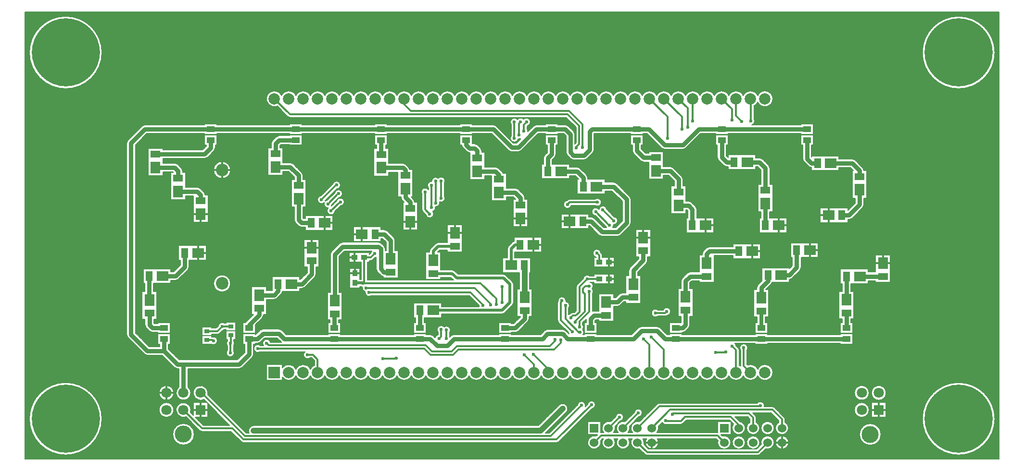
<source format=gtl>
G04 Layer_Physical_Order=1*
G04 Layer_Color=255*
%FSLAX24Y24*%
%MOIN*%
G70*
G01*
G75*
%ADD10C,0.0079*%
%ADD11R,0.0551X0.0413*%
%ADD12R,0.0709X0.0827*%
%ADD13R,0.0709X0.0512*%
%ADD14R,0.0827X0.0709*%
%ADD15R,0.0512X0.0709*%
%ADD16R,0.0354X0.0276*%
%ADD17R,0.0354X0.0394*%
%ADD18R,0.0394X0.0354*%
%ADD19C,0.0118*%
%ADD20C,0.0295*%
%ADD21C,0.0276*%
%ADD22C,0.0394*%
%ADD23C,0.0197*%
%ADD24C,0.0787*%
%ADD25R,0.0787X0.0787*%
%ADD26C,0.0866*%
%ADD27C,0.0709*%
%ADD28R,0.0709X0.0709*%
%ADD29C,0.1181*%
%ADD30C,0.0600*%
%ADD31R,0.0600X0.0600*%
%ADD32C,0.4724*%
%ADD33C,0.0236*%
%ADD34C,0.0394*%
D10*
X74075Y44380D02*
G03*
X74075Y44380I-2520J0D01*
G01*
X64389Y36909D02*
G03*
X64173Y36998I-216J-216D01*
G01*
X64990Y36181D02*
G03*
X64901Y36397I-305J-0D01*
G01*
X64389Y36909D02*
G03*
X64173Y36998I-216J-216D01*
G01*
X64990Y36181D02*
G03*
X64901Y36397I-305J-0D01*
G01*
X61143Y36477D02*
G03*
X61358Y36388I216J216D01*
G01*
X61143Y36477D02*
G03*
X61358Y36388I216J216D01*
G01*
X60748Y36998D02*
G03*
X60837Y36782I305J0D01*
G01*
X60748Y36998D02*
G03*
X60837Y36782I305J0D01*
G01*
X58685Y41165D02*
G03*
X57634Y41397I-551J0D01*
G01*
Y40933D02*
G03*
X58685Y41165I500J232D01*
G01*
X57634Y41397D02*
G03*
X56634Y41397I-500J-232D01*
G01*
X57372Y40668D02*
G03*
X57634Y40933I-238J497D01*
G01*
X57431Y39626D02*
G03*
X57372Y39796I-276J0D01*
G01*
X57228Y39360D02*
G03*
X57431Y39626I-73J266D01*
G01*
X56634Y41397D02*
G03*
X55634Y41397I-500J-232D01*
G01*
D02*
G03*
X54634Y41397I-500J-232D01*
G01*
D02*
G03*
X53634Y41397I-500J-232D01*
G01*
D02*
G03*
X52634Y41397I-500J-232D01*
G01*
X57972Y36978D02*
G03*
X57756Y37067I-216J-216D01*
G01*
X57972Y36978D02*
G03*
X57756Y37067I-216J-216D01*
G01*
X58474Y36348D02*
G03*
X58385Y36564I-305J0D01*
G01*
X58474Y36348D02*
G03*
X58385Y36564I-305J0D01*
G01*
X54833Y37096D02*
G03*
X54922Y36881I305J0D01*
G01*
X54833Y37096D02*
G03*
X54922Y36881I305J0D01*
G01*
X55257Y36546D02*
G03*
X55472Y36457I216J216D01*
G01*
X55257Y36546D02*
G03*
X55472Y36457I216J216D01*
G01*
X64901Y33593D02*
G03*
X64990Y33809I-216J216D01*
G01*
X64901Y33593D02*
G03*
X64990Y33809I-216J216D01*
G01*
X63957Y32776D02*
G03*
X64172Y32865I0J305D01*
G01*
X63957Y32776D02*
G03*
X64172Y32865I0J305D01*
G01*
X60550Y29233D02*
G03*
X60640Y29449I-216J216D01*
G01*
X60550Y29233D02*
G03*
X60640Y29449I-216J216D01*
G01*
X59833Y28623D02*
G03*
X60029Y28711I-20J304D01*
G01*
X59833Y28623D02*
G03*
X60029Y28711I-20J304D01*
G01*
X58552Y28298D02*
G03*
X58625Y28415I-216J216D01*
G01*
X58552Y28298D02*
G03*
X58625Y28415I-216J216D01*
G01*
X53070Y33966D02*
G03*
X52854Y34055I-216J-216D01*
G01*
X53406Y33504D02*
G03*
X53316Y33720I-305J0D01*
G01*
X53406Y33504D02*
G03*
X53316Y33720I-305J0D01*
G01*
X53070Y33966D02*
G03*
X52854Y34055I-216J-216D01*
G01*
X57658Y28267D02*
G03*
X57569Y28051I216J-216D01*
G01*
X57658Y28267D02*
G03*
X57569Y28051I216J-216D01*
G01*
X54272Y30886D02*
G03*
X54056Y30797I0J-305D01*
G01*
X54272Y30886D02*
G03*
X54056Y30796I0J-305D01*
G01*
X53879Y30619D02*
G03*
X53789Y30404I216J-216D01*
G01*
X53879Y30619D02*
G03*
X53789Y30404I216J-216D01*
G01*
X52943Y29144D02*
G03*
X52727Y29054I0J-305D01*
G01*
X52943Y29144D02*
G03*
X52727Y29054I0J-305D01*
G01*
X52634Y41397D02*
G03*
X51634Y41397I-500J-232D01*
G01*
D02*
G03*
X50634Y41397I-500J-232D01*
G01*
D02*
G03*
X49634Y41397I-500J-232D01*
G01*
D02*
G03*
X48634Y41397I-500J-232D01*
G01*
D02*
G03*
X47634Y41397I-500J-232D01*
G01*
D02*
G03*
X46634Y41397I-500J-232D01*
G01*
D02*
G03*
X45634Y41397I-500J-232D01*
G01*
X44961Y38701D02*
G03*
X44871Y38916I-305J0D01*
G01*
X52451Y37657D02*
G03*
X52666Y37747I0J305D01*
G01*
X52451Y37657D02*
G03*
X52667Y37747I0J305D01*
G01*
X50965D02*
G03*
X51181Y37657I216J216D01*
G01*
X50965Y37747D02*
G03*
X51181Y37657I216J216D01*
G01*
X51800Y36367D02*
G03*
X51585Y36457I-216J-216D01*
G01*
X51800Y36367D02*
G03*
X51585Y36457I-216J-216D01*
G01*
X49519Y36861D02*
G03*
X49734Y36772I216J216D01*
G01*
X49518Y36861D02*
G03*
X49734Y36772I216J216D01*
G01*
X48947Y37559D02*
G03*
X49036Y37343I305J0D01*
G01*
X48947Y37559D02*
G03*
X49036Y37343I305J0D01*
G01*
X46210Y37412D02*
G03*
X46299Y37628I-216J216D01*
G01*
X46210Y37412D02*
G03*
X46299Y37628I-216J216D01*
G01*
X45600Y36929D02*
G03*
X45816Y37018I0J305D01*
G01*
X45600Y36929D02*
G03*
X45816Y37018I0J305D01*
G01*
X45334Y36338D02*
G03*
X45118Y36427I-216J-216D01*
G01*
X45334Y36338D02*
G03*
X45118Y36427I-216J-216D01*
G01*
X45634Y41397D02*
G03*
X44634Y41397I-500J-232D01*
G01*
X43634D02*
G03*
X42634Y41397I-500J-232D01*
G01*
X44634D02*
G03*
X43634Y41397I-500J-232D01*
G01*
X44517Y39271D02*
G03*
X44301Y39360I-216J-216D01*
G01*
X44517Y39271D02*
G03*
X44301Y39360I-216J-216D01*
G01*
X42634Y41397D02*
G03*
X41634Y41397I-500J-232D01*
G01*
D02*
G03*
X40634Y41397I-500J-232D01*
G01*
X42303Y39360D02*
G03*
X42087Y39271I0J-305D01*
G01*
X42303Y39360D02*
G03*
X42087Y39271I0J-305D01*
G01*
X41659Y39286D02*
G03*
X41884Y39557I-51J271D01*
G01*
X41411Y39749D02*
G03*
X40982Y39734I-208J-180D01*
G01*
X41884Y39557D02*
G03*
X41411Y39749I-276J0D01*
G01*
X40982Y39734D02*
G03*
X40551Y39391I-213J-175D01*
G01*
X44961Y38701D02*
G03*
X44871Y38917I-305J0D01*
G01*
X44350Y37441D02*
G03*
X44440Y37225I305J0D01*
G01*
X44350Y37441D02*
G03*
X44440Y37225I305J0D01*
G01*
X44647Y37018D02*
G03*
X44862Y36929I216J216D01*
G01*
X44646Y37018D02*
G03*
X44862Y36929I216J216D01*
G01*
X43562Y37097D02*
G03*
X43652Y37313I-216J216D01*
G01*
X43562Y37097D02*
G03*
X43652Y37313I-216J216D01*
G01*
X41703Y38937D02*
G03*
X41644Y39107I-276J0D01*
G01*
X41697Y38880D02*
G03*
X41703Y38937I-270J57D01*
G01*
X41036Y38372D02*
G03*
X41208Y38392I57J270D01*
G01*
X40551Y38606D02*
G03*
X41036Y38372I217J-170D01*
G01*
X42865Y37263D02*
G03*
X42776Y37047I216J-216D01*
G01*
X42865Y37263D02*
G03*
X42776Y37047I216J-216D01*
G01*
X41043Y37490D02*
G03*
X41259Y37579I0J305D01*
G01*
X41043Y37490D02*
G03*
X41259Y37580I0J305D01*
G01*
X40355D02*
G03*
X40571Y37490I216J216D01*
G01*
X40355Y37579D02*
G03*
X40571Y37490I216J216D01*
G01*
X52451Y35591D02*
G03*
X52361Y35806I-305J0D01*
G01*
X52451Y35591D02*
G03*
X52361Y35806I-305J0D01*
G01*
X48848Y34183D02*
G03*
X48759Y34399I-305J0D01*
G01*
X48848Y34183D02*
G03*
X48759Y34399I-305J0D01*
G01*
Y32334D02*
G03*
X48848Y32549I-216J216D01*
G01*
X48759Y32333D02*
G03*
X48848Y32549I-216J216D01*
G01*
X47873Y35285D02*
G03*
X47657Y35374I-216J-216D01*
G01*
X47873Y35285D02*
G03*
X47657Y35374I-216J-216D01*
G01*
X46801Y33976D02*
G03*
X46355Y34193I-276J0D01*
G01*
X47176Y33489D02*
G03*
X46629Y33491I-274J-33D01*
G01*
X46355Y33760D02*
G03*
X46801Y33976I170J217D01*
G01*
X47935Y32698D02*
G03*
X47692Y32972I-276J0D01*
G01*
X47639Y32424D02*
G03*
X47935Y32698I20J275D01*
G01*
X47574Y32224D02*
G03*
X47640Y32403I-210J179D01*
G01*
X47099Y32329D02*
G03*
X47155Y32224I265J74D01*
G01*
X52412Y28739D02*
G03*
X52323Y28524I216J-216D01*
G01*
X52412Y28739D02*
G03*
X52323Y28524I216J-216D01*
G01*
X49911Y29725D02*
G03*
X50000Y29941I-216J216D01*
G01*
X49911Y29725D02*
G03*
X50000Y29941I-216J216D01*
G01*
X48790Y29468D02*
G03*
X48701Y29252I216J-216D01*
G01*
X48790Y29468D02*
G03*
X48701Y29252I216J-216D01*
G01*
X47913Y31614D02*
G03*
X48129Y31704I0J305D01*
G01*
X47913Y31614D02*
G03*
X48129Y31703I0J305D01*
G01*
X46625Y31704D02*
G03*
X46841Y31614I216J216D01*
G01*
X46625Y31703D02*
G03*
X46841Y31614I216J216D01*
G01*
X46870Y30276D02*
G03*
X46806Y30429I-217J0D01*
G01*
X46760Y30475D02*
G03*
X46437Y30172I-274J-33D01*
G01*
X46870Y30276D02*
G03*
X46807Y30429I-217J0D01*
G01*
X45846Y35699D02*
G03*
X45757Y35915I-305J0D01*
G01*
X45846Y35699D02*
G03*
X45757Y35915I-305J0D01*
G01*
X46629Y33491D02*
G03*
X46375Y33053I-221J-165D01*
G01*
X46318Y32873D02*
G03*
X46102Y32963I-216J-216D01*
G01*
X46318Y32873D02*
G03*
X46102Y32963I-216J-216D01*
G01*
X44596Y34193D02*
G03*
X44443Y34129I0J-217D01*
G01*
X44596Y34193D02*
G03*
X44443Y34129I0J-217D01*
G01*
X41496Y34301D02*
G03*
X41407Y34517I-305J0D01*
G01*
X41496Y34301D02*
G03*
X41407Y34517I-305J0D01*
G01*
X41042Y34881D02*
G03*
X40827Y34970I-216J-216D01*
G01*
X41043Y34881D02*
G03*
X40827Y34970I-216J-216D01*
G01*
X44416Y34102D02*
G03*
X44716Y33760I33J-274D01*
G01*
X45990Y28870D02*
G03*
X45546Y28686I-170J-217D01*
G01*
X46230Y28169D02*
G03*
X46022Y28436I-276J0D01*
G01*
X46162Y27988D02*
G03*
X46230Y28169I-207J182D01*
G01*
X46240Y27795D02*
G03*
X46162Y27988I-276J0D01*
G01*
X45122Y28263D02*
G03*
X45059Y28109I153J-153D01*
G01*
X45123Y28263D02*
G03*
X45059Y28109I153J-153D01*
G01*
X40748Y31280D02*
G03*
X40636Y31214I69J-246D01*
G01*
X40748Y31280D02*
G03*
X40636Y31214I69J-246D01*
G01*
X40360Y30939D02*
G03*
X40285Y30758I181J-181D01*
G01*
X40361Y30939D02*
G03*
X40285Y30758I181J-181D01*
G01*
X40718Y28278D02*
G03*
X40643Y28459I-256J0D01*
G01*
X40718Y28278D02*
G03*
X40644Y28459I-256J0D01*
G01*
X74075Y18951D02*
G03*
X74075Y18951I-2520J0D01*
G01*
X66535Y20748D02*
G03*
X66535Y20748I-512J0D01*
G01*
X65354D02*
G03*
X65354Y20748I-512J0D01*
G01*
X56130Y24029D02*
G03*
X56049Y24193I-274J-33D01*
G01*
X58685Y22165D02*
G03*
X57634Y22397I-551J0D01*
G01*
D02*
G03*
X56929Y22677I-500J-232D01*
G01*
X57634Y21933D02*
G03*
X58685Y22165I500J232D01*
G01*
X56634Y21933D02*
G03*
X57634Y21933I500J232D01*
G01*
X56883Y23709D02*
G03*
X56942Y23879I-217J170D01*
G01*
D02*
G03*
X56450Y23709I-276J0D01*
G01*
X56350Y23719D02*
G03*
X56287Y23872I-217J0D01*
G01*
X56350Y23719D02*
G03*
X56287Y23872I-217J0D01*
G01*
X56450Y22617D02*
G03*
X56350Y22672I-316J-451D01*
G01*
X55634Y21933D02*
G03*
X56634Y21933I500J232D01*
G01*
X54634D02*
G03*
X55634Y21933I500J232D01*
G01*
X65354Y19567D02*
G03*
X65354Y19567I-512J0D01*
G01*
X59531Y18913D02*
G03*
X59468Y19067I-217J0D01*
G01*
X59531Y18913D02*
G03*
X59468Y19066I-217J0D01*
G01*
X59772Y18307D02*
G03*
X59531Y18710I-457J0D01*
G01*
X59098D02*
G03*
X59772Y18307I217J-403D01*
G01*
X66181Y17866D02*
G03*
X66181Y17866I-748J0D01*
G01*
D02*
G03*
X66181Y17866I-748J0D01*
G01*
X59772Y17307D02*
G03*
X59772Y17307I-457J0D01*
G01*
X58805Y19730D02*
G03*
X58652Y19793I-153J-153D01*
G01*
X58805Y19730D02*
G03*
X58652Y19793I-153J-153D01*
G01*
X58082D02*
G03*
X58093Y19873I-264J80D01*
G01*
D02*
G03*
X57591Y20030I-276J0D01*
G01*
X57531Y19024D02*
G03*
X57468Y19177I-217J0D01*
G01*
X57531Y19024D02*
G03*
X57468Y19177I-217J0D01*
G01*
X58772Y18307D02*
G03*
X58772Y18307I-457J0D01*
G01*
X57772D02*
G03*
X57531Y18710I-457J0D01*
G01*
X57098D02*
G03*
X57772Y18307I217J-403D01*
G01*
X56772D02*
G03*
X56390Y18758I-457J0D01*
G01*
X55951Y18585D02*
G03*
X56772Y18307I364J-278D01*
G01*
X58772Y17307D02*
G03*
X57877Y17175I-457J0D01*
G01*
X58183Y16869D02*
G03*
X58772Y17307I132J438D01*
G01*
X57772D02*
G03*
X57288Y16850I-457J0D01*
G01*
X57342D02*
G03*
X57772Y17307I-27J457D01*
G01*
X57642Y16417D02*
G03*
X57795Y16481I0J217D01*
G01*
X57642Y16417D02*
G03*
X57795Y16481I0J217D01*
G01*
X56772Y17307D02*
G03*
X56288Y16850I-457J0D01*
G01*
X56342D02*
G03*
X56772Y17307I-27J457D01*
G01*
X55772D02*
G03*
X55183Y17745I-457J0D01*
G01*
X54877Y17439D02*
G03*
X55288Y16850I438J-132D01*
G01*
X55342D02*
G03*
X55772Y17307I-27J457D01*
G01*
X51604Y26398D02*
G03*
X51076Y26507I-276J0D01*
G01*
X51360Y26124D02*
G03*
X51604Y26398I-31J274D01*
G01*
X51222Y26074D02*
G03*
X51360Y26124I0J217D01*
G01*
X51222Y26074D02*
G03*
X51360Y26124I0J217D01*
G01*
X52844Y25247D02*
G03*
X52933Y25463I-216J216D01*
G01*
X52844Y25247D02*
G03*
X52933Y25463I-216J216D01*
G01*
X50714Y26507D02*
G03*
X50714Y26074I-170J-217D01*
G01*
X50875Y25265D02*
G03*
X50659Y25354I-216J-216D01*
G01*
X50875Y25265D02*
G03*
X50659Y25354I-216J-216D01*
G01*
X48238Y27687D02*
G03*
X48022Y27598I0J-305D01*
G01*
X48238Y27687D02*
G03*
X48022Y27598I0J-305D01*
G01*
X47913Y26752D02*
G03*
X48129Y26841I0J305D01*
G01*
X49577Y25354D02*
G03*
X49361Y25265I0J-305D01*
G01*
X49577Y25354D02*
G03*
X49361Y25265I0J-305D01*
G01*
X47913Y26752D02*
G03*
X48129Y26841I0J305D01*
G01*
X52411Y24941D02*
G03*
X52627Y25030I0J305D01*
G01*
X52411Y24941D02*
G03*
X52627Y25030I0J305D01*
G01*
X53634Y21933D02*
G03*
X54634Y21933I500J232D01*
G01*
X52634D02*
G03*
X53634Y21933I500J232D01*
G01*
X50634D02*
G03*
X51634Y21933I500J232D01*
G01*
D02*
G03*
X52634Y21933I500J232D01*
G01*
X48634D02*
G03*
X49634Y21933I500J232D01*
G01*
D02*
G03*
X50634Y21933I500J232D01*
G01*
X47634D02*
G03*
X48634Y21933I500J232D01*
G01*
X46634D02*
G03*
X47634Y21933I500J232D01*
G01*
X46181Y27625D02*
G03*
X46240Y27795I-217J170D01*
G01*
X44528Y26639D02*
G03*
X44589Y26812I-214J173D01*
G01*
D02*
G03*
X44336Y27087I-276J0D01*
G01*
X46289Y26437D02*
G03*
X46181Y26417I0J-305D01*
G01*
X46289Y26437D02*
G03*
X46181Y26417I0J-305D01*
G01*
X44822Y26328D02*
G03*
X44669Y26265I0J-217D01*
G01*
X44822Y26328D02*
G03*
X44669Y26264I0J-217D01*
G01*
X44629Y26225D02*
G03*
X44528Y26181I56J-270D01*
G01*
X44343Y27147D02*
G03*
X43792Y27124I-276J0D01*
G01*
X44336Y27087D02*
G03*
X44343Y27147I-269J60D01*
G01*
X43792Y27124D02*
G03*
X43770Y27028I194J-97D01*
G01*
X43792Y27124D02*
G03*
X43770Y27028I194J-97D01*
G01*
X40644Y26847D02*
G03*
X40718Y27028I-181J181D01*
G01*
X40643Y26846D02*
G03*
X40718Y27028I-181J181D01*
G01*
X43770Y25787D02*
G03*
X43833Y25634I217J0D01*
G01*
X43770Y25787D02*
G03*
X43833Y25634I217J0D01*
G01*
X41692Y25680D02*
G03*
X41782Y25896I-216J216D01*
G01*
X41692Y25680D02*
G03*
X41782Y25896I-216J216D01*
G01*
X45561Y25325D02*
G03*
X45502Y25495I-276J0D01*
G01*
X45503Y25156D02*
G03*
X45561Y25325I-218J169D01*
G01*
X45583Y24962D02*
G03*
X45503Y25156I-276J0D01*
G01*
X44520Y24948D02*
G03*
X44553Y24845I274J33D01*
G01*
X45533Y24803D02*
G03*
X45583Y24962I-225J159D01*
G01*
X44330Y25068D02*
G03*
X44114Y25157I-216J-216D01*
G01*
X44330Y25068D02*
G03*
X44114Y25157I-216J-216D01*
G01*
X45634Y21933D02*
G03*
X46634Y21933I500J232D01*
G01*
X44634D02*
G03*
X45634Y21933I500J232D01*
G01*
X43634D02*
G03*
X44634Y21933I500J232D01*
G01*
X42634D02*
G03*
X43634Y21933I500J232D01*
G01*
X43061Y25157D02*
G03*
X42845Y25068I0J-305D01*
G01*
X43061Y25157D02*
G03*
X42845Y25068I0J-305D01*
G01*
X40827Y24941D02*
G03*
X41043Y25030I0J305D01*
G01*
X40827Y24941D02*
G03*
X41042Y25030I0J305D01*
G01*
X41634Y21933D02*
G03*
X42634Y21933I500J232D01*
G01*
X40634D02*
G03*
X41634Y21933I500J232D01*
G01*
X52313Y18573D02*
G03*
X52466Y18637I0J217D01*
G01*
X52313Y18573D02*
G03*
X52466Y18636I0J217D01*
G01*
X51006Y18707D02*
G03*
X51352Y18573I247J122D01*
G01*
X50805Y20030D02*
G03*
X50652Y19966I0J-217D01*
G01*
X50805Y20030D02*
G03*
X50652Y19966I0J-217D01*
G01*
X49395Y19096D02*
G03*
X49638Y19370I-33J274D01*
G01*
D02*
G03*
X49089Y19403I-276J0D01*
G01*
X50757Y18307D02*
G03*
X50737Y18439I-457J0D01*
G01*
X50757Y17307D02*
G03*
X50674Y17569I-457J0D01*
G01*
X50640Y18002D02*
G03*
X50757Y18307I-341J305D01*
G01*
X48757D02*
G03*
X48737Y18439I-457J0D01*
G01*
X49431Y18745D02*
G03*
X48958Y18002I-132J-438D01*
G01*
X48640D02*
G03*
X48757Y18307I-341J305D01*
G01*
X50326Y16850D02*
G03*
X50757Y17307I-27J457D01*
G01*
X49757D02*
G03*
X49674Y17569I-457J0D01*
G01*
X49737Y17175D02*
G03*
X49757Y17307I-438J132D01*
G01*
X48757D02*
G03*
X48674Y17569I-457J0D01*
G01*
X49924D02*
G03*
X50272Y16850I375J-262D01*
G01*
X48924Y17569D02*
G03*
X49431Y16869I375J-262D01*
G01*
X49819Y16481D02*
G03*
X49972Y16417I153J153D01*
G01*
X49819Y16481D02*
G03*
X49972Y16417I153J153D01*
G01*
X48336Y19069D02*
G03*
X47787Y19101I-276J0D01*
G01*
X46388Y19921D02*
G03*
X45839Y19954I-276J0D01*
G01*
X46145Y19648D02*
G03*
X46388Y19921I-33J274D01*
G01*
X48093Y18795D02*
G03*
X48336Y19069I-33J274D01*
G01*
X47757Y18307D02*
G03*
X47737Y18439I-457J0D01*
G01*
X45699Y19882D02*
G03*
X45150Y19914I-276J0D01*
G01*
X45687Y19802D02*
G03*
X45699Y19882I-264J80D01*
G01*
X44468Y19656D02*
G03*
X43864Y19906I-354J0D01*
G01*
X44365Y19405D02*
G03*
X44468Y19656I-251J251D01*
G01*
X48431Y18745D02*
G03*
X47958Y18002I-132J-438D01*
G01*
X47640D02*
G03*
X47757Y18307I-341J305D01*
G01*
X47431Y18745D02*
G03*
X46958Y18002I-132J-438D01*
G01*
X47924Y17569D02*
G03*
X48757Y17307I375J-262D01*
G01*
X46924Y17569D02*
G03*
X47757Y17307I375J-262D01*
G01*
D02*
G03*
X47674Y17569I-457J0D01*
G01*
X46431Y17745D02*
G03*
X46757Y17307I-132J-438D01*
G01*
D02*
G03*
X46737Y17439I-457J0D01*
G01*
X43701Y17293D02*
G03*
X43854Y17357I0J217D01*
G01*
X43701Y17293D02*
G03*
X43854Y17357I0J217D01*
G01*
X40634Y41397D02*
G03*
X39634Y41397I-500J-232D01*
G01*
D02*
G03*
X38634Y41397I-500J-232D01*
G01*
X37634D02*
G03*
X36634Y41397I-500J-232D01*
G01*
X38634D02*
G03*
X37634Y41397I-500J-232D01*
G01*
X36634D02*
G03*
X35634Y41397I-500J-232D01*
G01*
D02*
G03*
X34634Y41397I-500J-232D01*
G01*
D02*
G03*
X33634Y41397I-500J-232D01*
G01*
X39527Y39271D02*
G03*
X39311Y39360I-216J-216D01*
G01*
X39527Y39271D02*
G03*
X39311Y39360I-216J-216D01*
G01*
X38228Y37952D02*
G03*
X38012Y38041I-216J-216D01*
G01*
X38228Y37952D02*
G03*
X38012Y38041I-216J-216D01*
G01*
X38504Y37549D02*
G03*
X38415Y37765I-305J0D01*
G01*
X38504Y37549D02*
G03*
X38415Y37765I-305J0D01*
G01*
X37118Y37943D02*
G03*
X37205Y37757I304J30D01*
G01*
X37118Y37943D02*
G03*
X37206Y37757I304J30D01*
G01*
X37442Y37520D02*
G03*
X37657Y37431I216J216D01*
G01*
X37442Y37520D02*
G03*
X37657Y37431I216J216D01*
G01*
X33634Y41397D02*
G03*
X32634Y41397I-500J-232D01*
G01*
D02*
G03*
X31634Y41397I-500J-232D01*
G01*
D02*
G03*
X30634Y41397I-500J-232D01*
G01*
D02*
G03*
X29634Y41397I-500J-232D01*
G01*
D02*
G03*
X28634Y41397I-500J-232D01*
G01*
D02*
G03*
X27634Y41397I-500J-232D01*
G01*
X39684Y36338D02*
G03*
X39469Y36427I-216J-216D01*
G01*
X39684Y36338D02*
G03*
X39469Y36427I-216J-216D01*
G01*
X39980Y36004D02*
G03*
X39911Y36111I-285J-108D01*
G01*
X39980Y36004D02*
G03*
X39911Y36111I-285J-108D01*
G01*
X35966Y35464D02*
G03*
X35489Y35652I-276J0D01*
G01*
X35907Y35294D02*
G03*
X35966Y35464I-217J170D01*
G01*
X35489Y35652D02*
G03*
X35031Y35435I-182J-207D01*
G01*
D02*
G03*
X34813Y34979I-10J-275D01*
G01*
Y34851D02*
G03*
X34362Y34536I-235J-145D01*
G01*
X33511Y36260D02*
G03*
X33424Y36436I-303J-39D01*
G01*
X33267Y36594D02*
G03*
X33051Y36683I-216J-216D01*
G01*
X33267Y36594D02*
G03*
X33051Y36683I-216J-216D01*
G01*
X33511Y36260D02*
G03*
X33424Y36436I-303J-39D01*
G01*
X35966Y34273D02*
G03*
X35907Y34444I-276J0D01*
G01*
X35591Y34016D02*
G03*
X35966Y34273I100J257D01*
G01*
X35602Y33939D02*
G03*
X35591Y34016I-276J0D01*
G01*
X35300Y33664D02*
G03*
X35602Y33939I26J274D01*
G01*
X35305Y33612D02*
G03*
X35300Y33664I-276J0D01*
G01*
X35111Y33349D02*
G03*
X35305Y33612I-81J263D01*
G01*
X34362Y33492D02*
G03*
X34425Y33339I217J0D01*
G01*
X34362Y33492D02*
G03*
X34426Y33339I217J0D01*
G01*
X33858Y33986D02*
G03*
X33769Y34202I-305J0D01*
G01*
X33858Y33986D02*
G03*
X33769Y34202I-305J0D01*
G01*
X32904Y34331D02*
G03*
X32993Y34115I305J0D01*
G01*
X32904Y34331D02*
G03*
X32993Y34115I305J0D01*
G01*
X36647Y29207D02*
G03*
X36467Y29281I-181J-181D01*
G01*
X36648Y29206D02*
G03*
X36467Y29281I-181J-181D01*
G01*
X35177Y33169D02*
G03*
X35111Y33349I-276J0D01*
G01*
X35482Y31181D02*
G03*
X35301Y31106I0J-256D01*
G01*
X35482Y31181D02*
G03*
X35301Y31106I0J-256D01*
G01*
X34957Y30762D02*
G03*
X34882Y30581I181J-181D01*
G01*
X34957Y30762D02*
G03*
X34882Y30581I181J-181D01*
G01*
X34628Y33137D02*
G03*
X35177Y33169I274J33D01*
G01*
X32500Y31339D02*
G03*
X32411Y31554I-305J0D01*
G01*
X32500Y31339D02*
G03*
X32411Y31554I-305J0D01*
G01*
X28720Y35177D02*
G03*
X28178Y35246I-276J0D01*
G01*
X28446Y34902D02*
G03*
X28720Y35177I-1J276D01*
G01*
X28594Y34301D02*
G03*
X28858Y34577I-11J275D01*
G01*
X28712Y33730D02*
G03*
X28986Y34006I-1J276D01*
G01*
X31978Y31987D02*
G03*
X31762Y32077I-216J-216D01*
G01*
X31978Y31987D02*
G03*
X31762Y32077I-216J-216D01*
G01*
X28986Y34006D02*
G03*
X28444Y34075I-276J0D01*
G01*
X28858Y34577D02*
G03*
X28313Y34633I-276J0D01*
G01*
X31811Y30758D02*
G03*
X31722Y30974I-305J0D01*
G01*
X31811Y30758D02*
G03*
X31722Y30974I-305J0D01*
G01*
X31574Y31121D02*
G03*
X31358Y31211I-216J-216D01*
G01*
X31574Y31121D02*
G03*
X31358Y31211I-216J-216D01*
G01*
X30881Y30600D02*
G03*
X30819Y30456I211J-177D01*
G01*
X31125Y30150D02*
G03*
X31201Y30170I-33J274D01*
G01*
Y29341D02*
G03*
X31290Y29125I305J0D01*
G01*
X31201Y29341D02*
G03*
X31290Y29125I305J0D01*
G01*
X30817Y29931D02*
G03*
X30970Y29995I0J217D01*
G01*
X30817Y29931D02*
G03*
X30970Y29995I0J217D01*
G01*
X28868Y31211D02*
G03*
X28652Y31121I0J-305D01*
G01*
X28868Y31211D02*
G03*
X28652Y31121I0J-305D01*
G01*
X27634Y41397D02*
G03*
X26634Y41397I-500J-232D01*
G01*
D02*
G03*
X25634Y41397I-500J-232D01*
G01*
D02*
G03*
X24634Y41397I-500J-232D01*
G01*
X25057Y39936D02*
G03*
X25211Y39872I153J153D01*
G01*
X25058Y39935D02*
G03*
X25211Y39872I153J153D01*
G01*
X24634Y41397D02*
G03*
X24339Y40654I-500J-232D01*
G01*
X24469Y38612D02*
G03*
X24253Y38523I0J-305D01*
G01*
X24469Y38612D02*
G03*
X24253Y38523I0J-305D01*
G01*
X23997Y38267D02*
G03*
X23907Y38051I216J-216D01*
G01*
X23997Y38267D02*
G03*
X23907Y38051I216J-216D01*
G01*
X19950Y37550D02*
G03*
X20039Y37766I-216J216D01*
G01*
X19950Y37550D02*
G03*
X20039Y37766I-216J216D01*
G01*
X12191Y44380D02*
G03*
X12191Y44380I-2520J0D01*
G01*
X15167Y39360D02*
G03*
X14952Y39271I0J-305D01*
G01*
X15167Y39360D02*
G03*
X14952Y39271I0J-305D01*
G01*
X13987Y38306D02*
G03*
X13898Y38091I216J-216D01*
G01*
X13987Y38306D02*
G03*
X13898Y38091I216J-216D01*
G01*
X26122Y35846D02*
G03*
X26033Y36062I-305J0D01*
G01*
X26122Y35846D02*
G03*
X26033Y36062I-305J0D01*
G01*
X25452Y36643D02*
G03*
X25236Y36732I-216J-216D01*
G01*
X25452Y36643D02*
G03*
X25236Y36732I-216J-216D01*
G01*
X27657Y34061D02*
G03*
X27675Y34131I-256J102D01*
G01*
X27822Y34142D02*
G03*
X27657Y34061I33J-274D01*
G01*
X28082Y33713D02*
G03*
X28128Y33836I-228J155D01*
G01*
X27369Y34437D02*
G03*
X27599Y33971I33J-274D01*
G01*
X27599Y33971D02*
G03*
X27880Y33594I256J-102D01*
G01*
X21102Y36220D02*
G03*
X21102Y36220I-591J0D01*
G01*
X19291Y37018D02*
G03*
X19507Y37107I0J305D01*
G01*
X19291Y37018D02*
G03*
X19507Y37107I0J305D01*
G01*
X19015Y34940D02*
G03*
X18799Y35030I-216J-216D01*
G01*
X19015Y34940D02*
G03*
X18799Y35030I-216J-216D01*
G01*
X19341Y34488D02*
G03*
X19251Y34704I-305J0D01*
G01*
X19341Y34488D02*
G03*
X19251Y34704I-305J0D01*
G01*
X27880Y33594D02*
G03*
X28335Y33353I181J-208D01*
G01*
X28101Y30570D02*
G03*
X28012Y30354I216J-216D01*
G01*
X28101Y30570D02*
G03*
X28012Y30354I216J-216D01*
G01*
X25512Y32766D02*
G03*
X25601Y32550I305J0D01*
G01*
X25512Y32766D02*
G03*
X25601Y32550I305J0D01*
G01*
X25818Y32333D02*
G03*
X26033Y32244I216J216D01*
G01*
X25818Y32333D02*
G03*
X26033Y32244I216J216D01*
G01*
X18129Y29272D02*
G03*
X18218Y29488I-216J216D01*
G01*
X18129Y29272D02*
G03*
X18218Y29488I-216J216D01*
G01*
X17776Y36152D02*
G03*
X17686Y36367I-305J0D01*
G01*
X17776Y36152D02*
G03*
X17686Y36367I-305J0D01*
G01*
X17440Y36613D02*
G03*
X17224Y36703I-216J-216D01*
G01*
X17440Y36613D02*
G03*
X17224Y36703I-216J-216D01*
G01*
X40201Y28901D02*
G03*
X40020Y28976I-181J-181D01*
G01*
X40201Y28901D02*
G03*
X40020Y28976I-181J-181D01*
G01*
X38307Y26839D02*
G03*
X38325Y26732I275J-9D01*
G01*
X31507Y28908D02*
G03*
X31683Y28821I216J216D01*
G01*
X31507Y28908D02*
G03*
X31683Y28821I216J216D01*
G01*
X39911Y26220D02*
G03*
X40093Y26296I0J256D01*
G01*
X39911Y26220D02*
G03*
X40092Y26295I0J256D01*
G01*
X36339Y25108D02*
G03*
X35897Y25328I-276J0D01*
G01*
X36280Y24938D02*
G03*
X36339Y25108I-217J170D01*
G01*
X35897Y25328D02*
G03*
X35472Y24977I-208J-181D01*
G01*
X30151Y28120D02*
G03*
X30235Y28094I124J246D01*
G01*
D02*
G03*
X30428Y27768I269J-61D01*
G01*
Y27768D02*
G03*
X30869Y27500I271J-51D01*
G01*
X26928Y28761D02*
G03*
X27018Y28976I-216J216D01*
G01*
X26928Y28761D02*
G03*
X27018Y28976I-216J216D01*
G01*
X26043Y28002D02*
G03*
X26259Y28091I0J305D01*
G01*
X26043Y28002D02*
G03*
X26259Y28091I0J305D01*
G01*
X24615Y27609D02*
G03*
X24703Y27795I-216J216D01*
G01*
X24615Y27609D02*
G03*
X24703Y27795I-216J216D01*
G01*
X24114Y27234D02*
G03*
X24330Y27324I0J305D01*
G01*
X24114Y27234D02*
G03*
X24330Y27324I0J305D01*
G01*
X24674Y25088D02*
G03*
X24459Y25177I-216J-216D01*
G01*
X24674Y25088D02*
G03*
X24459Y25177I-216J-216D01*
G01*
X39634Y21933D02*
G03*
X40634Y21933I500J232D01*
G01*
X38634D02*
G03*
X39634Y21933I500J232D01*
G01*
X37634D02*
G03*
X38634Y21933I500J232D01*
G01*
X36586Y24803D02*
G03*
X36370Y24714I0J-305D01*
G01*
X36586Y24803D02*
G03*
X36370Y24714I0J-305D01*
G01*
X36296Y24639D02*
G03*
X36280Y24665I-242J-131D01*
G01*
X36634Y21933D02*
G03*
X37634Y21933I500J232D01*
G01*
X35634D02*
G03*
X36634Y21933I500J232D01*
G01*
X35472Y24782D02*
G03*
X35282Y24578I79J-264D01*
G01*
X35147Y24714D02*
G03*
X34931Y24803I-216J-216D01*
G01*
X35147Y24714D02*
G03*
X34931Y24803I-216J-216D01*
G01*
X34634Y21933D02*
G03*
X35634Y21933I500J232D01*
G01*
X32634D02*
G03*
X33634Y21933I500J232D01*
G01*
X30634D02*
G03*
X31634Y21933I500J232D01*
G01*
X29634D02*
G03*
X30634Y21933I500J232D01*
G01*
X33634D02*
G03*
X34634Y21933I500J232D01*
G01*
X31634D02*
G03*
X32634Y21933I500J232D01*
G01*
X28634D02*
G03*
X29634Y21933I500J232D01*
G01*
X26917Y22672D02*
G03*
X26634Y22397I217J-507D01*
G01*
X27634Y21933D02*
G03*
X28634Y21933I500J232D01*
G01*
X26634D02*
G03*
X27634Y21933I500J232D01*
G01*
X26245Y23602D02*
G03*
X26598Y23179I182J-207D01*
G01*
X26634Y22397D02*
G03*
X25634Y22397I-500J-232D01*
G01*
Y21933D02*
G03*
X26634Y21933I500J232D01*
G01*
X23869Y24272D02*
G03*
X23383Y24035I-267J-69D01*
G01*
X24685Y21845D02*
G03*
X25634Y21933I449J320D01*
G01*
Y22397D02*
G03*
X24685Y22485I-500J-232D01*
G01*
X21102Y28346D02*
G03*
X21102Y28346I-591J0D01*
G01*
X23287Y25936D02*
G03*
X23376Y26152I-216J216D01*
G01*
X23287Y25936D02*
G03*
X23376Y26152I-216J216D01*
G01*
X23337Y25177D02*
G03*
X23121Y25088I0J-305D01*
G01*
X23337Y25177D02*
G03*
X23121Y25088I0J-305D01*
G01*
X22176Y25688D02*
G03*
X22120Y25610I216J-216D01*
G01*
X22176Y25688D02*
G03*
X22120Y25610I216J-216D01*
G01*
X17283Y28553D02*
G03*
X17499Y28643I0J305D01*
G01*
X17283Y28553D02*
G03*
X17499Y28642I0J305D01*
G01*
X20692Y25580D02*
G03*
X20248Y25396I-170J-217D01*
G01*
X20554Y25090D02*
G03*
X20692Y25147I-33J274D01*
G01*
X22963Y24193D02*
G03*
X23178Y24282I0J305D01*
G01*
X22963Y24193D02*
G03*
X23178Y24282I0J305D01*
G01*
X21368Y24183D02*
G03*
X21329Y24325I-276J0D01*
G01*
X20896Y24376D02*
G03*
X20876Y24013I197J-193D01*
G01*
X23165Y24035D02*
G03*
X23139Y23602I-182J-207D01*
G01*
X21309Y24013D02*
G03*
X21368Y24183I-217J170D01*
G01*
X21358Y23533D02*
G03*
X21309Y23691I-276J0D01*
G01*
X20876Y23716D02*
G03*
X21358Y23533I207J-182D01*
G01*
X20187Y24813D02*
G03*
X20340Y24876I0J217D01*
G01*
X20187Y24813D02*
G03*
X20340Y24877I0J217D01*
G01*
X20187Y24370D02*
G03*
X19838Y24636I-276J0D01*
G01*
X19787Y24124D02*
G03*
X20187Y24370I124J246D01*
G01*
X15167Y25472D02*
G03*
X15257Y25257I305J0D01*
G01*
X15167Y25472D02*
G03*
X15257Y25257I305J0D01*
G01*
X15483Y25030D02*
G03*
X15699Y24941I216J216D01*
G01*
X15483Y25030D02*
G03*
X15699Y24941I216J216D01*
G01*
X13898Y24793D02*
G03*
X13987Y24578I305J0D01*
G01*
X13898Y24793D02*
G03*
X13987Y24578I305J0D01*
G01*
X22608Y23219D02*
G03*
X22697Y23435I-216J216D01*
G01*
X22607Y23219D02*
G03*
X22697Y23435I-216J216D01*
G01*
X21693Y22431D02*
G03*
X21909Y22520I0J305D01*
G01*
X21693Y22431D02*
G03*
X21909Y22520I0J305D01*
G01*
X19515Y20634D02*
G03*
X19528Y20748I-499J114D01*
G01*
D02*
G03*
X19246Y20291I-512J0D01*
G01*
X18346Y20748D02*
G03*
X18140Y21159I-512J0D01*
G01*
X18316Y19392D02*
G03*
X18346Y19567I-481J175D01*
G01*
X22697Y18474D02*
G03*
X22379Y17963I0J-354D01*
G01*
X22698Y18474D02*
G03*
X22379Y17963I-1J-354D01*
G01*
X21845Y17357D02*
G03*
X21999Y17293I153J153D01*
G01*
X21846Y17357D02*
G03*
X21999Y17293I153J153D01*
G01*
X18961Y18135D02*
G03*
X19114Y18071I153J153D01*
G01*
X18961Y18134D02*
G03*
X19114Y18071I153J153D01*
G01*
X17196Y22520D02*
G03*
X17411Y22431I216J216D01*
G01*
X17196Y22520D02*
G03*
X17411Y22431I216J216D01*
G01*
X17530Y21159D02*
G03*
X18346Y20748I305J-411D01*
G01*
X17165D02*
G03*
X17165Y20748I-512J0D01*
G01*
X15119Y23446D02*
G03*
X15335Y23356I216J216D01*
G01*
X15119Y23446D02*
G03*
X15335Y23356I216J216D01*
G01*
X18346Y19567D02*
G03*
X18009Y19086I-512J0D01*
G01*
X17165Y19567D02*
G03*
X17165Y19567I-512J0D01*
G01*
X12191Y18951D02*
G03*
X12191Y18951I-2520J0D01*
G01*
X18583Y17874D02*
G03*
X18583Y17874I-748J0D01*
G01*
D02*
G03*
X18583Y17874I-748J0D01*
G01*
X73575Y45886D02*
X74370D01*
X73618Y45827D02*
X74370D01*
X73482Y46004D02*
X74370D01*
X73530Y45945D02*
X74370D01*
X73732Y45650D02*
X74370D01*
X73765Y45590D02*
X74370D01*
X73658Y45768D02*
X74370D01*
X73583Y45876D02*
Y47205D01*
X73642Y45793D02*
Y47205D01*
X73464Y46024D02*
Y47205D01*
X73523Y45953D02*
Y47205D01*
X73701Y45701D02*
Y47205D01*
X73760Y45600D02*
Y47205D01*
X73696Y45709D02*
X74370D01*
X73853Y45413D02*
X74370D01*
X73879Y45354D02*
X74370D01*
X73796Y45531D02*
X74370D01*
X73826Y45472D02*
X74370D01*
X73925Y45236D02*
X74370D01*
X73964Y45118D02*
X74370D01*
X73903Y45295D02*
X74370D01*
X73937Y45202D02*
Y47205D01*
X73996Y45005D02*
Y47205D01*
X73819Y45487D02*
Y47205D01*
X73878Y45357D02*
Y47205D01*
X73982Y45059D02*
X74370D01*
X74055Y44695D02*
Y47205D01*
X73945Y45177D02*
X74370D01*
X72348Y46772D02*
X74370D01*
X72508Y46713D02*
X74370D01*
X71779Y46890D02*
X74370D01*
X72141Y46831D02*
X74370D01*
X72757Y46594D02*
X74370D01*
X72860Y46535D02*
X74370D01*
X72641Y46653D02*
X74370D01*
X72992Y46450D02*
Y47205D01*
X73051Y46407D02*
Y47205D01*
X72815Y46562D02*
Y47205D01*
X72933Y46490D02*
Y47205D01*
X72953Y46476D02*
X74370D01*
X73038Y46417D02*
X74370D01*
X72874Y46527D02*
Y47205D01*
X73188Y46299D02*
X74370D01*
X73255Y46240D02*
X74370D01*
X73116Y46358D02*
X74370D01*
X73376Y46122D02*
X74370D01*
X73430Y46063D02*
X74370D01*
X73317Y46181D02*
X74370D01*
X73169Y46315D02*
Y47205D01*
X73228Y46264D02*
Y47205D01*
X73110Y46363D02*
Y47205D01*
X73346Y46152D02*
Y47205D01*
X73405Y46090D02*
Y47205D01*
X73287Y46210D02*
Y47205D01*
X74073Y44468D02*
X74370D01*
X74075Y44409D02*
X74370D01*
X74066Y44587D02*
X74370D01*
X74070Y44527D02*
X74370D01*
X74075Y44350D02*
X74370D01*
X74073Y44291D02*
X74370D01*
X74070Y44232D02*
X74370D01*
X74024Y44882D02*
X74370D01*
X74036Y44823D02*
X74370D01*
X73997Y45000D02*
X74370D01*
X74012Y44941D02*
X74370D01*
X74054Y44705D02*
X74370D01*
X74061Y44646D02*
X74370D01*
X74045Y44764D02*
X74370D01*
X73997Y43760D02*
X74370D01*
X73982Y43701D02*
X74370D01*
X73964Y43642D02*
X74370D01*
X73945Y43583D02*
X74370D01*
X73925Y43524D02*
X74370D01*
X73903Y43464D02*
X74370D01*
X73879Y43405D02*
X74370D01*
X74066Y44173D02*
X74370D01*
X74061Y44114D02*
X74370D01*
X74054Y44055D02*
X74370D01*
X74045Y43996D02*
X74370D01*
X74036Y43937D02*
X74370D01*
X74024Y43878D02*
X74370D01*
X74012Y43819D02*
X74370D01*
X73618Y42933D02*
X74370D01*
X73575Y42874D02*
X74370D01*
X73530Y42815D02*
X74370D01*
X73482Y42756D02*
X74370D01*
X73430Y42697D02*
X74370D01*
X73375Y42638D02*
X74370D01*
X73317Y42579D02*
X74370D01*
X73853Y43346D02*
X74370D01*
X73826Y43287D02*
X74370D01*
X73796Y43228D02*
X74370D01*
X73765Y43169D02*
X74370D01*
X73731Y43110D02*
X74370D01*
X73696Y43051D02*
X74370D01*
X73658Y42992D02*
X74370D01*
X72757Y42165D02*
X74370D01*
X72641Y42106D02*
X74370D01*
X72508Y42047D02*
X74370D01*
X72348Y41988D02*
X74370D01*
X72140Y41929D02*
X74370D01*
X71777Y41870D02*
X74370D01*
X61486Y39390D02*
X74370D01*
X73255Y42520D02*
X74370D01*
X73188Y42461D02*
X74370D01*
X73115Y42401D02*
X74370D01*
X73038Y42342D02*
X74370D01*
X72953Y42283D02*
X74370D01*
X72860Y42224D02*
X74370D01*
X71693Y46896D02*
Y47205D01*
X71752Y46892D02*
Y47205D01*
X71575Y46900D02*
Y47205D01*
X71634Y46898D02*
Y47205D01*
X71870Y46880D02*
Y47205D01*
X71929Y46872D02*
Y47205D01*
X71811Y46887D02*
Y47205D01*
X71338Y46890D02*
Y47205D01*
X71279Y46884D02*
Y47205D01*
X71220Y46877D02*
Y47205D01*
X71161Y46869D02*
Y47205D01*
X71516Y46899D02*
Y47205D01*
X71457Y46898D02*
Y47205D01*
X71397Y46895D02*
Y47205D01*
X72520Y46708D02*
Y47205D01*
X72579Y46682D02*
Y47205D01*
X72401Y46753D02*
Y47205D01*
X72460Y46731D02*
Y47205D01*
X72697Y46626D02*
Y47205D01*
X72756Y46595D02*
Y47205D01*
X72638Y46655D02*
Y47205D01*
X72106Y46839D02*
Y47205D01*
X72165Y46825D02*
Y47205D01*
X71988Y46862D02*
Y47205D01*
X72047Y46851D02*
Y47205D01*
X72283Y46792D02*
Y47205D01*
X72342Y46773D02*
Y47205D01*
X72224Y46809D02*
Y47205D01*
X70925Y46820D02*
Y47205D01*
X70866Y46804D02*
Y47205D01*
X70807Y46786D02*
Y47205D01*
X70748Y46767D02*
Y47205D01*
X71102Y46859D02*
Y47205D01*
X71043Y46847D02*
Y47205D01*
X70984Y46834D02*
Y47205D01*
X70512Y46673D02*
Y47205D01*
X70453Y46646D02*
Y47205D01*
X70394Y46616D02*
Y47205D01*
X70335Y46584D02*
Y47205D01*
X70689Y46746D02*
Y47205D01*
X70630Y46724D02*
Y47205D01*
X70571Y46699D02*
Y47205D01*
X70098Y46436D02*
Y47205D01*
X70039Y46393D02*
Y47205D01*
X69980Y46347D02*
Y47205D01*
X69921Y46298D02*
Y47205D01*
X70275Y46550D02*
Y47205D01*
X70216Y46515D02*
Y47205D01*
X70157Y46476D02*
Y47205D01*
X69685Y46068D02*
Y47205D01*
X69626Y46001D02*
Y47205D01*
X69567Y45928D02*
Y47205D01*
X69862Y46246D02*
Y47205D01*
X69803Y46191D02*
Y47205D01*
X69744Y46132D02*
Y47205D01*
X69331Y45563D02*
Y47205D01*
X69272Y45445D02*
Y47205D01*
X69212Y45308D02*
Y47205D01*
X69153Y45142D02*
Y47205D01*
X69508Y45849D02*
Y47205D01*
X69449Y45763D02*
Y47205D01*
X69390Y45668D02*
Y47205D01*
X61299Y39419D02*
Y47205D01*
X61358Y39419D02*
Y47205D01*
X61181Y39419D02*
Y47205D01*
X61240Y39419D02*
Y47205D01*
X69094Y44922D02*
Y47205D01*
X61476Y39419D02*
Y47205D01*
X61417Y39419D02*
Y47205D01*
X60945Y39419D02*
Y47205D01*
X61004Y39419D02*
Y47205D01*
X60827Y39419D02*
Y47205D01*
X60886Y39419D02*
Y47205D01*
X61063Y39419D02*
Y47205D01*
X61122Y39419D02*
Y47205D01*
X60620Y39419D02*
X61486D01*
X60709D02*
Y47205D01*
X60768Y39419D02*
Y47205D01*
X60649Y39419D02*
Y47205D01*
X60472Y39360D02*
Y47205D01*
X60590Y39360D02*
Y47205D01*
X60620Y39360D02*
Y39419D01*
X60531Y39360D02*
Y47205D01*
X59291Y39360D02*
Y47205D01*
X59350Y39360D02*
Y47205D01*
X59173Y39360D02*
Y47205D01*
X59232Y39360D02*
Y47205D01*
X59468Y39360D02*
Y47205D01*
X59527Y39360D02*
Y47205D01*
X59409Y39360D02*
Y47205D01*
X58878Y39360D02*
Y47205D01*
X58937Y39360D02*
Y47205D01*
X58760Y39360D02*
Y47205D01*
X58819Y39360D02*
Y47205D01*
X59055Y39360D02*
Y47205D01*
X59114Y39360D02*
Y47205D01*
X58996Y39360D02*
Y47205D01*
X60059Y39360D02*
Y47205D01*
X60118Y39360D02*
Y47205D01*
X59941Y39360D02*
Y47205D01*
X60000Y39360D02*
Y47205D01*
X60354Y39360D02*
Y47205D01*
X60413Y39360D02*
Y47205D01*
X60295Y39360D02*
Y47205D01*
X59646Y39360D02*
Y47205D01*
X59705Y39360D02*
Y47205D01*
X59587Y39360D02*
Y47205D01*
X59823Y39360D02*
Y47205D01*
X59882Y39360D02*
Y47205D01*
X59764Y39360D02*
Y47205D01*
X66555Y30335D02*
Y47205D01*
X66614Y30335D02*
Y47205D01*
X66437Y30335D02*
Y47205D01*
X66496Y30335D02*
Y47205D01*
X66732Y30335D02*
Y47205D01*
X66791Y30335D02*
Y47205D01*
X66673Y30335D02*
Y47205D01*
X66142Y30335D02*
Y47205D01*
X66201Y30335D02*
Y47205D01*
X65197Y36181D02*
Y47205D01*
X66083Y30335D02*
Y47205D01*
X66319Y30335D02*
Y47205D01*
X66378Y30335D02*
Y47205D01*
X66260Y30335D02*
Y47205D01*
X65846Y30335D02*
Y47205D01*
X65787Y29144D02*
Y47205D01*
X65669Y29144D02*
Y47205D01*
X65728Y29144D02*
Y47205D01*
X65964Y30335D02*
Y47205D01*
X66023Y30335D02*
Y47205D01*
X65905Y30335D02*
Y47205D01*
X65374Y29144D02*
Y47205D01*
X65433Y29144D02*
Y47205D01*
X65256Y29350D02*
Y47205D01*
X65315Y29144D02*
Y47205D01*
X65551Y29144D02*
Y47205D01*
X65610Y29144D02*
Y47205D01*
X65492Y29144D02*
Y47205D01*
X64311Y36965D02*
Y47205D01*
X64370Y36926D02*
Y47205D01*
X64134Y36998D02*
Y47205D01*
X64252Y36988D02*
Y47205D01*
X61486Y39331D02*
X74370D01*
X64193Y36997D02*
Y47205D01*
X61486Y39272D02*
X74370D01*
X63838Y36998D02*
Y47205D01*
X63898Y36998D02*
Y47205D01*
X63720Y36998D02*
Y47205D01*
X63779Y36998D02*
Y47205D01*
X64016Y36998D02*
Y47205D01*
X64075Y36998D02*
Y47205D01*
X63957Y36998D02*
Y47205D01*
X64901Y36396D02*
Y47205D01*
X64960Y36312D02*
Y47205D01*
X64783Y36514D02*
Y47205D01*
X64842Y36455D02*
Y47205D01*
X65079Y36181D02*
Y47205D01*
X65138Y36181D02*
Y47205D01*
X65020Y36181D02*
Y47205D01*
X64488Y36810D02*
Y47205D01*
X64547Y36751D02*
Y47205D01*
X64429Y36869D02*
Y47205D01*
X64665Y36632D02*
Y47205D01*
X64724Y36573D02*
Y47205D01*
X64606Y36691D02*
Y47205D01*
X61486Y38150D02*
X74370D01*
X61486Y38090D02*
X74370D01*
X61486Y38504D02*
X74370D01*
X61486Y38386D02*
X74370D01*
X61486Y37972D02*
X74370D01*
X63268Y37205D02*
X74370D01*
X61486Y38031D02*
X74370D01*
X63268Y37027D02*
X74370D01*
X63268Y37146D02*
X74370D01*
X63268Y37087D02*
X74370D01*
X64304Y36968D02*
X74370D01*
X64388Y36909D02*
X74370D01*
X63268Y36998D02*
X64173D01*
X64565Y36732D02*
X74370D01*
X64624Y36673D02*
X74370D01*
X64447Y36850D02*
X74370D01*
X64506Y36791D02*
X74370D01*
X64743Y36555D02*
X74370D01*
X64802Y36496D02*
X74370D01*
X64684Y36614D02*
X74370D01*
X64861Y36437D02*
X74370D01*
X64389Y36909D02*
X64901Y36397D01*
X63779Y33593D02*
Y36388D01*
X63268D02*
X64047D01*
X61486Y38622D02*
X74370D01*
X61486Y38563D02*
X74370D01*
X61486Y38799D02*
X74370D01*
X61486Y38740D02*
X74370D01*
X61486Y38327D02*
X74370D01*
X61486Y38268D02*
X74370D01*
X61486Y38445D02*
X74370D01*
X61486Y39094D02*
X74370D01*
X61486Y39035D02*
X74370D01*
X61486Y39213D02*
X74370D01*
X61486Y39153D02*
X74370D01*
X61486Y38917D02*
X74370D01*
X61486Y38858D02*
X74370D01*
X61486Y38976D02*
X74370D01*
X61358Y37500D02*
X74370D01*
X61358Y37441D02*
X74370D01*
X61358Y37618D02*
X74370D01*
X61358Y37559D02*
X74370D01*
X61358Y37323D02*
X74370D01*
X61358Y37264D02*
X74370D01*
X61358Y37382D02*
X74370D01*
X61486Y38209D02*
X74370D01*
X61358Y37913D02*
X74370D01*
X61358Y37854D02*
X74370D01*
X61358Y37736D02*
X74370D01*
X61358Y37677D02*
X74370D01*
X61358Y37795D02*
X74370D01*
X62598Y37205D02*
Y47205D01*
X62657Y37205D02*
Y47205D01*
X62480Y37205D02*
Y47205D01*
X62539Y37205D02*
Y47205D01*
X62775Y37205D02*
Y47205D01*
X62835Y37205D02*
Y47205D01*
X62716Y37205D02*
Y47205D01*
X62185Y37205D02*
Y47205D01*
X62244Y37205D02*
Y47205D01*
X62067Y37205D02*
Y47205D01*
X62126Y37205D02*
Y47205D01*
X62362Y37205D02*
Y47205D01*
X62421Y37205D02*
Y47205D01*
X62303Y37205D02*
Y47205D01*
X63425Y36998D02*
Y47205D01*
X63484Y36998D02*
Y47205D01*
X63307Y36998D02*
Y47205D01*
X63366Y36998D02*
Y47205D01*
X63602Y36998D02*
Y47205D01*
X63661Y36998D02*
Y47205D01*
X63543Y36998D02*
Y47205D01*
X63012Y37205D02*
Y47205D01*
X63071Y37205D02*
Y47205D01*
X62894Y37205D02*
Y47205D01*
X62953Y37205D02*
Y47205D01*
X63189Y37205D02*
Y47205D01*
X63248Y37205D02*
Y47205D01*
X63130Y37205D02*
Y47205D01*
X61772Y37205D02*
Y47205D01*
X61831Y37205D02*
Y47205D01*
X61653Y37205D02*
Y47205D01*
X61712Y37205D02*
Y47205D01*
X61949Y37205D02*
Y47205D01*
X62008Y37205D02*
Y47205D01*
X61890Y37205D02*
Y47205D01*
X61535Y37205D02*
Y47205D01*
X61594Y37205D02*
Y47205D01*
X60177Y39360D02*
Y47205D01*
X60236Y39360D02*
Y47205D01*
X61486Y38691D02*
Y39419D01*
X59350Y32894D02*
Y38750D01*
X59291Y32894D02*
Y38750D01*
X59705Y29439D02*
Y38750D01*
X59764Y29439D02*
Y38750D01*
X59587Y32894D02*
Y38750D01*
X59646Y32894D02*
Y38750D01*
X59941Y31171D02*
Y38750D01*
X60000Y31171D02*
Y38750D01*
X59882Y29427D02*
Y38750D01*
X59173Y32894D02*
Y38750D01*
X59232Y32894D02*
Y38750D01*
X59114Y32894D02*
Y38750D01*
X59468Y32894D02*
Y38750D01*
X59527Y32894D02*
Y38750D01*
X59409Y32894D02*
Y38750D01*
X62185Y37205D02*
X63268D01*
Y36998D02*
Y37205D01*
X61358Y37943D02*
X61486D01*
Y38671D01*
X62126Y37205D02*
X62185D01*
X62126D02*
X62185D01*
X61358D02*
X62126D01*
X61417D02*
Y37943D01*
X61476Y37205D02*
Y37943D01*
X61358Y37205D02*
Y37943D01*
Y37124D02*
Y37205D01*
X61358Y37124D02*
Y37205D01*
X60837Y36782D02*
X61142Y36477D01*
X61240Y31171D02*
Y36412D01*
X61299Y31171D02*
Y36394D01*
X61181Y31171D02*
Y36445D01*
X63661Y33593D02*
Y36388D01*
X63720Y33593D02*
Y36388D01*
X63602Y33593D02*
Y36388D01*
X60886Y31171D02*
Y36734D01*
X60945Y31171D02*
Y36675D01*
X60768Y31171D02*
Y36891D01*
X60827Y31171D02*
Y36794D01*
X61063Y31171D02*
Y36557D01*
X61122Y31171D02*
Y36498D01*
X61004Y31171D02*
Y36616D01*
X60620Y37943D02*
Y38671D01*
Y37943D02*
X60748D01*
X60620Y38691D02*
X61486D01*
X60620Y38671D02*
X61486D01*
X60748Y36998D02*
Y37943D01*
X58878Y32894D02*
Y38750D01*
X58937Y32894D02*
Y38750D01*
X58760Y32894D02*
Y38750D01*
X58819Y32894D02*
Y38750D01*
X60620Y38691D02*
Y38750D01*
X59055Y32894D02*
Y38750D01*
X58996Y32894D02*
Y38750D01*
X60472Y31171D02*
Y38750D01*
X60531Y31171D02*
Y38750D01*
X60354Y31171D02*
Y38750D01*
X60413Y31171D02*
Y38750D01*
X60649Y31171D02*
Y37943D01*
X60709Y31171D02*
Y37943D01*
X60590Y31171D02*
Y38750D01*
X60059Y31171D02*
Y38750D01*
X60118Y31171D02*
Y38750D01*
X59823Y29439D02*
Y38750D01*
X60236Y31171D02*
Y38750D01*
X60295Y31171D02*
Y38750D01*
X60177Y31171D02*
Y38750D01*
X58524Y41555D02*
Y47205D01*
X58583Y41485D02*
Y47205D01*
X58294Y41693D02*
X74370D01*
X58424Y41634D02*
X74370D01*
X58559Y41516D02*
X74370D01*
X58602Y41457D02*
X74370D01*
X58503Y41575D02*
X74370D01*
X58228Y41708D02*
Y47205D01*
X58287Y41695D02*
Y47205D01*
X58110Y41716D02*
Y47205D01*
X58169Y41715D02*
Y47205D01*
X58405Y41645D02*
Y47205D01*
X58464Y41606D02*
Y47205D01*
X58346Y41674D02*
Y47205D01*
X58673Y41279D02*
X74370D01*
X58682Y41220D02*
X74370D01*
X58634Y41398D02*
X74370D01*
X58657Y41339D02*
X74370D01*
X58685Y41161D02*
X74370D01*
X58681Y41102D02*
X74370D01*
X58671Y41043D02*
X74370D01*
X58654Y40984D02*
X74370D01*
X58701Y39360D02*
Y47205D01*
X58642Y41380D02*
Y47205D01*
Y39360D02*
Y40951D01*
X58630Y40925D02*
X74370D01*
X58597Y40866D02*
X74370D01*
X58583Y39360D02*
Y40845D01*
X58051Y41710D02*
Y47205D01*
X57992Y41698D02*
Y47205D01*
X57933Y41679D02*
Y47205D01*
X57815Y41615D02*
Y47205D01*
X57874Y41651D02*
Y47205D01*
X57424Y41634D02*
X57843D01*
X57294Y41693D02*
X57974D01*
X57401Y41647D02*
Y47205D01*
X57461Y41609D02*
Y47205D01*
X57283Y41696D02*
Y47205D01*
X57342Y41676D02*
Y47205D01*
X57756Y41566D02*
Y47205D01*
X57520Y41559D02*
Y47205D01*
X57503Y41575D02*
X57765D01*
X57697Y41501D02*
Y47205D01*
X57559Y41516D02*
X57708D01*
X57602Y41457D02*
X57666D01*
X57697Y39360D02*
Y40830D01*
X57597Y40866D02*
X57671D01*
X57579Y41491D02*
Y47205D01*
X57638Y41405D02*
Y47205D01*
X57579Y39360D02*
Y40840D01*
X57638Y39360D02*
Y40925D01*
X58553Y40807D02*
X74370D01*
X58494Y40748D02*
X74370D01*
X58411Y40689D02*
X74370D01*
X58264Y40630D02*
X74370D01*
X57405Y39744D02*
X74370D01*
X57425Y39685D02*
X74370D01*
X57404Y39508D02*
X74370D01*
X57553Y40807D02*
X57715D01*
X58287Y39360D02*
Y40636D01*
X57494Y40748D02*
X57774D01*
X57411Y40689D02*
X57857D01*
X57431Y39626D02*
X74370D01*
X58228Y39360D02*
Y40622D01*
X57425Y39567D02*
X74370D01*
X58464Y39360D02*
Y40724D01*
X58524Y39360D02*
Y40776D01*
X58346Y39360D02*
Y40657D01*
X58405Y39360D02*
Y40686D01*
X58110Y39360D02*
Y40615D01*
X58169Y39360D02*
Y40615D01*
X58051Y39360D02*
Y40620D01*
X57756Y39360D02*
Y40764D01*
X57815Y39360D02*
Y40716D01*
X57461Y39360D02*
Y40721D01*
X57520Y39360D02*
Y40772D01*
X57933Y39360D02*
Y40652D01*
X57992Y39360D02*
Y40633D01*
X57874Y39360D02*
Y40679D01*
X57372Y40098D02*
X74370D01*
X57372Y40039D02*
X74370D01*
X57372Y40216D02*
X74370D01*
X57372Y40157D02*
X74370D01*
X57372Y39921D02*
X74370D01*
X57372Y39862D02*
X74370D01*
X57372Y39980D02*
X74370D01*
X57372Y40512D02*
X74370D01*
X57372Y40453D02*
X74370D01*
X57372Y40630D02*
X58003D01*
X57372Y40571D02*
X74370D01*
X57372Y40335D02*
X74370D01*
X57372Y40276D02*
X74370D01*
X57372Y40394D02*
X74370D01*
X57372Y39803D02*
X74370D01*
X57367Y39449D02*
X74370D01*
X57297Y39390D02*
X60620D01*
X57228Y39360D02*
X60620D01*
X55571Y38750D02*
X60620D01*
X55571Y38740D02*
X60620D01*
X53601Y38681D02*
X74370D01*
X57372Y39796D02*
Y40668D01*
X57401Y39750D02*
Y40683D01*
X57342Y39360D02*
Y39423D01*
X57401Y39360D02*
Y39502D01*
X57047Y41710D02*
Y47205D01*
X56988Y41697D02*
Y47205D01*
X56338Y41677D02*
Y47205D01*
X56929Y41677D02*
Y47205D01*
X57165Y41716D02*
Y47205D01*
X57224Y41709D02*
Y47205D01*
X57106Y41716D02*
Y47205D01*
X56102Y41716D02*
Y47205D01*
X56043Y41709D02*
Y47205D01*
X55984Y41696D02*
Y47205D01*
X55925Y41675D02*
Y47205D01*
X56220Y41710D02*
Y47205D01*
X56279Y41697D02*
Y47205D01*
X56161Y41716D02*
Y47205D01*
X56693Y41496D02*
Y47205D01*
X56634Y41398D02*
Y47205D01*
X56516Y41563D02*
Y47205D01*
X56575Y41496D02*
Y47205D01*
X56870Y41649D02*
Y47205D01*
X56811Y41612D02*
Y47205D01*
X56752Y41563D02*
Y47205D01*
X55807Y41609D02*
Y47205D01*
X55748Y41559D02*
Y47205D01*
X55689Y41491D02*
Y47205D01*
X55630Y41406D02*
Y47205D01*
X56398Y41649D02*
Y47205D01*
X56457Y41612D02*
Y47205D01*
X55866Y41647D02*
Y47205D01*
X55157Y41716D02*
Y47205D01*
X55216Y41710D02*
Y47205D01*
X55098Y41715D02*
Y47205D01*
X55039Y41708D02*
Y47205D01*
X55335Y41679D02*
Y47205D01*
X55394Y41652D02*
Y47205D01*
X55275Y41698D02*
Y47205D01*
X53917Y41672D02*
Y47205D01*
X53858Y41643D02*
Y47205D01*
X53327Y41682D02*
Y47205D01*
X53386Y41656D02*
Y47205D01*
X54980Y41695D02*
Y47205D01*
X54921Y41674D02*
Y47205D01*
X54862Y41645D02*
Y47205D01*
X54803Y41606D02*
Y47205D01*
X54744Y41555D02*
Y47205D01*
X53799Y41603D02*
Y47205D01*
X54685Y41485D02*
Y47205D01*
X55512Y41567D02*
Y47205D01*
X55571Y41501D02*
Y47205D01*
X55453Y41615D02*
Y47205D01*
X53504Y41574D02*
Y47205D01*
X53563Y41511D02*
Y47205D01*
X53445Y41620D02*
Y47205D01*
X53740Y41551D02*
Y47205D01*
X53681Y41480D02*
Y47205D01*
X53622Y41421D02*
Y47205D01*
X56294Y41693D02*
X56974D01*
X56424Y41634D02*
X56843D01*
X54294Y41693D02*
X54974D01*
X55294D02*
X55974D01*
X55503Y41575D02*
X55765D01*
X56503D02*
X56765D01*
X55424Y41634D02*
X55843D01*
X54390Y41654D02*
Y47205D01*
X54449Y41618D02*
Y47205D01*
X54212Y41711D02*
Y47205D01*
X54331Y41680D02*
Y47205D01*
X54424Y41634D02*
X54843D01*
X54503Y41575D02*
X54765D01*
X54272Y41699D02*
Y47205D01*
X56559Y41516D02*
X56708D01*
X55559D02*
X55708D01*
X55602Y41457D02*
X55666D01*
X56602D02*
X56666D01*
X54705Y38691D02*
X55571D01*
X54567Y41506D02*
Y47205D01*
X54626Y41414D02*
Y47205D01*
X54508Y41570D02*
Y47205D01*
X54559Y41516D02*
X54708D01*
X54705Y38691D02*
Y38750D01*
X55571Y38691D02*
Y38750D01*
X54602Y41457D02*
X54666D01*
X54153Y41716D02*
Y47205D01*
X54094Y41715D02*
Y47205D01*
X54035Y41708D02*
Y47205D01*
X53976Y41694D02*
Y47205D01*
X53268Y41700D02*
Y47205D01*
X53294Y41693D02*
X53974D01*
X53209Y41711D02*
Y47205D01*
X53149Y41716D02*
Y47205D01*
X53090Y41715D02*
Y47205D01*
X53031Y41707D02*
Y47205D01*
X52854Y41640D02*
Y47205D01*
X52972Y41692D02*
Y47205D01*
X52913Y41670D02*
Y47205D01*
X52294Y41693D02*
X52974D01*
X53559Y41516D02*
X53708D01*
X53424Y41634D02*
X53843D01*
X53503Y41575D02*
X53765D01*
X53670Y38750D02*
X54705D01*
X53660Y38740D02*
X54705D01*
X53602Y41457D02*
X53666D01*
X52795Y41600D02*
Y47205D01*
X52736Y41547D02*
Y47205D01*
X52503Y41575D02*
X52765D01*
X52559Y41516D02*
X52708D01*
X52424Y41634D02*
X52843D01*
X57638Y37067D02*
Y38750D01*
X57697Y37067D02*
Y38750D01*
X57520Y37067D02*
Y38750D01*
X57579Y37067D02*
Y38750D01*
X57815Y37061D02*
Y38750D01*
X57874Y37043D02*
Y38750D01*
X57756Y37067D02*
Y38750D01*
X57224Y37274D02*
Y38750D01*
X57283Y37274D02*
Y38750D01*
X57106Y37274D02*
Y38750D01*
X57165Y37274D02*
Y38750D01*
X57401Y37274D02*
Y38750D01*
X57461Y37274D02*
Y38750D01*
X57342Y37274D02*
Y38750D01*
X58464Y36426D02*
Y38750D01*
X58524Y35226D02*
Y38750D01*
X58346Y36603D02*
Y38750D01*
X58405Y36542D02*
Y38750D01*
X58642Y35226D02*
Y38750D01*
X58701Y32894D02*
Y38750D01*
X58583Y35226D02*
Y38750D01*
X58051Y36898D02*
Y38750D01*
X58110Y36839D02*
Y38750D01*
X57933Y37010D02*
Y38750D01*
X57992Y36957D02*
Y38750D01*
X58228Y36721D02*
Y38750D01*
X58287Y36662D02*
Y38750D01*
X58169Y36780D02*
Y38750D01*
X56161Y37274D02*
Y38750D01*
X56220Y37274D02*
Y38750D01*
X56043Y37274D02*
Y38750D01*
X56102Y37274D02*
Y38750D01*
X55571Y38622D02*
X60620D01*
X56279Y37274D02*
Y38750D01*
X55571Y38563D02*
X60620D01*
X55748Y37274D02*
Y38750D01*
X55807Y37274D02*
Y38750D01*
X55630Y37274D02*
Y38750D01*
X55689Y37274D02*
Y38750D01*
X55925Y37274D02*
Y38750D01*
X55984Y37274D02*
Y38750D01*
X55866Y37274D02*
Y38750D01*
X56811Y37274D02*
Y38750D01*
X56870Y37274D02*
Y38750D01*
X56693Y37274D02*
Y38750D01*
X56752Y37274D02*
Y38750D01*
X56988Y37274D02*
Y38750D01*
X57047Y37274D02*
Y38750D01*
X56929Y37274D02*
Y38750D01*
X56398Y37274D02*
Y38750D01*
X56457Y37274D02*
Y38750D01*
X56338Y37274D02*
Y38750D01*
X56575Y37274D02*
Y38750D01*
X56634Y37274D02*
Y38750D01*
X56516Y37274D02*
Y38750D01*
X58040Y36909D02*
X60761D01*
X58099Y36850D02*
X60786D01*
X57490Y37205D02*
X60748D01*
X57981Y36968D02*
X60749D01*
X58217Y36732D02*
X60887D01*
X58276Y36673D02*
X60947D01*
X58158Y36791D02*
X60829D01*
X57490Y37146D02*
X60748D01*
X57490Y37087D02*
X60748D01*
X57490Y37264D02*
X60748D01*
X57490Y37067D02*
Y37274D01*
X57906Y37027D02*
X60748D01*
X58335Y36614D02*
X61006D01*
X57972Y36978D02*
X58385Y36564D01*
X58436Y36496D02*
X61124D01*
X58461Y36437D02*
X61192D01*
X58394Y36555D02*
X61065D01*
X57630Y36457D02*
X57864Y36222D01*
X57579Y31093D02*
Y36457D01*
X57490Y36250D02*
Y36457D01*
X57520Y31093D02*
Y36457D01*
X57697Y35226D02*
Y36389D01*
X57638Y31093D02*
Y36449D01*
X57490Y36437D02*
X57649D01*
X55571Y38090D02*
X60620D01*
X55571Y38031D02*
X60620D01*
X55571Y37972D02*
X60620D01*
X55443Y37913D02*
X60748D01*
X55443Y37795D02*
X60748D01*
X55443Y37736D02*
X60748D01*
X55443Y37854D02*
X60748D01*
X55571Y38386D02*
X60620D01*
X55571Y38327D02*
X60620D01*
X55571Y38504D02*
X60620D01*
X55571Y38445D02*
X60620D01*
X55571Y38209D02*
X60620D01*
X55571Y38150D02*
X60620D01*
X55571Y38268D02*
X60620D01*
X55443Y37559D02*
X60748D01*
X55443Y37500D02*
X60748D01*
X55443Y37677D02*
X60748D01*
X55443Y37618D02*
X60748D01*
X55443Y37382D02*
X60748D01*
X55443Y37323D02*
X60748D01*
X55443Y37441D02*
X60748D01*
X56348Y37274D02*
X56407D01*
X57490D01*
X55581D02*
X56348D01*
X57490Y37067D02*
X57756D01*
X57490Y36457D02*
X57630D01*
X56348Y37274D02*
X56407D01*
X55571Y37943D02*
Y38671D01*
X55571Y37095D02*
Y37943D01*
X54705Y38671D02*
X55571D01*
X55512Y37154D02*
Y37943D01*
X55443Y37223D02*
Y37943D01*
X55453Y37213D02*
Y37943D01*
X54705D02*
X54833D01*
X54449Y32894D02*
Y38750D01*
X54508Y32894D02*
Y38750D01*
X53858Y32894D02*
Y38750D01*
X54094Y32894D02*
Y38750D01*
X54705Y37943D02*
Y38671D01*
X54833Y37096D02*
Y37943D01*
X54567Y32894D02*
Y38750D01*
X54390Y32894D02*
Y38750D01*
X54626Y30886D02*
Y38750D01*
X54272Y32894D02*
Y38750D01*
X54331Y32894D02*
Y38750D01*
X54744Y30886D02*
Y37943D01*
X54803Y30886D02*
Y37943D01*
X54685Y30886D02*
Y38750D01*
X53917Y32894D02*
Y38750D01*
X53976Y32894D02*
Y38750D01*
X53740Y32894D02*
Y38750D01*
X53799Y32894D02*
Y38750D01*
X54153Y32894D02*
Y38750D01*
X54212Y32894D02*
Y38750D01*
X54035Y32894D02*
Y38750D01*
X53542Y38622D02*
X54705D01*
X53483Y38563D02*
X54705D01*
X53424Y38504D02*
X54705D01*
X53365Y38445D02*
X54705D01*
X53305Y38386D02*
X54705D01*
X53246Y38327D02*
X54705D01*
X53187Y38268D02*
X54705D01*
X53128Y38209D02*
X54705D01*
X53069Y38150D02*
X54705D01*
X53010Y38090D02*
X54705D01*
X52667Y37747D02*
X53670Y38750D01*
X52951Y38031D02*
X54705D01*
X52913Y34049D02*
Y37994D01*
X52892Y37972D02*
X54705D01*
X53622Y32894D02*
Y38702D01*
X53681Y32894D02*
Y38750D01*
X53504Y32894D02*
Y38584D01*
X53563Y32894D02*
Y38643D01*
X53386Y33612D02*
Y38466D01*
X53445Y32894D02*
Y38525D01*
X53327Y33709D02*
Y38407D01*
X53209Y33827D02*
Y38289D01*
X53268Y33768D02*
Y38348D01*
X53149Y33886D02*
Y38230D01*
X53031Y33998D02*
Y38112D01*
X53090Y33945D02*
Y38171D01*
X52972Y34031D02*
Y38053D01*
X55461Y37205D02*
X55581D01*
Y37085D02*
Y37274D01*
X55443Y37264D02*
X55581D01*
X55443Y37223D02*
X55581Y37085D01*
X55520Y37146D02*
X55581D01*
Y36250D02*
Y36457D01*
X55472D02*
X55581D01*
X55443Y37943D02*
X55571D01*
X52833Y37913D02*
X54833D01*
X54922Y36881D02*
X55257Y36546D01*
X55335Y30886D02*
Y36490D01*
X55394Y30886D02*
Y36467D01*
X55216Y30886D02*
Y36586D01*
X55275Y30886D02*
Y36529D01*
X55512Y30886D02*
Y36457D01*
X55571Y30886D02*
Y36457D01*
X55453Y30886D02*
Y36457D01*
X54921Y30886D02*
Y36882D01*
X54980Y30886D02*
Y36823D01*
X52854Y34055D02*
Y37935D01*
X54862Y30886D02*
Y36966D01*
X55098Y30886D02*
Y36704D01*
X55157Y30886D02*
Y36645D01*
X55039Y30886D02*
Y36763D01*
X51102Y37323D02*
X54833D01*
X51102Y37264D02*
X54833D01*
X51102Y37441D02*
X54833D01*
X51102Y37382D02*
X54833D01*
X51102Y37146D02*
X54833D01*
X51102Y37087D02*
X54833D01*
X51102Y37205D02*
X54833D01*
X52774Y37854D02*
X54833D01*
X52715Y37795D02*
X54833D01*
X52655Y37736D02*
X54833D01*
X52558Y37677D02*
X54833D01*
X49684Y37559D02*
X54833D01*
X49743Y37500D02*
X54833D01*
X49624Y37618D02*
X54833D01*
X51102Y36673D02*
X55130D01*
X51102Y36614D02*
X55189D01*
X51102Y36791D02*
X55011D01*
X51102Y36732D02*
X55071D01*
X51102Y36496D02*
X55323D01*
X51693Y36437D02*
X55581D01*
X51102Y36555D02*
X55248D01*
X52736Y34055D02*
Y37816D01*
X52795Y34055D02*
Y37875D01*
X51102Y37027D02*
X54841D01*
X51102Y36909D02*
X54897D01*
X51102Y36850D02*
X54952D01*
X51102Y36968D02*
X54861D01*
X65197Y36024D02*
X74370D01*
X65197Y35965D02*
X74370D01*
X65197Y36142D02*
X74370D01*
X65197Y36083D02*
X74370D01*
X65197Y35846D02*
X74370D01*
X65197Y35787D02*
X74370D01*
X65197Y35905D02*
X74370D01*
X65197Y35669D02*
X74370D01*
X65197Y35610D02*
X74370D01*
X65197Y35728D02*
X74370D01*
X65197Y35413D02*
Y36181D01*
Y35492D02*
X74370D01*
X65197Y35433D02*
X74370D01*
X65197Y35551D02*
X74370D01*
X65197Y35256D02*
X74370D01*
X65197Y35197D02*
X74370D01*
X65197Y35374D02*
X74370D01*
X65197Y35315D02*
X74370D01*
X65197Y34724D02*
X74370D01*
X65197Y34370D02*
X74370D01*
X65197Y35138D02*
X74370D01*
X65197Y34665D02*
X74370D01*
X65197Y34272D02*
Y35354D01*
Y35413D01*
Y35354D02*
Y35413D01*
Y34547D02*
X74370D01*
X65197Y34311D02*
X74370D01*
X65197Y34606D02*
X74370D01*
X64980Y36260D02*
X74370D01*
X64990Y36201D02*
X74370D01*
X64918Y36378D02*
X74370D01*
X64957Y36319D02*
X74370D01*
X65197Y35079D02*
X74370D01*
X65197Y35020D02*
X74370D01*
X64990Y36181D02*
X65197D01*
X64047Y36388D02*
X64254Y36181D01*
X64193D02*
Y36242D01*
X63268Y36260D02*
X64175D01*
X63268Y36201D02*
X64234D01*
X64173Y36181D02*
X64254D01*
X58681Y35197D02*
X64173D01*
X58681Y35138D02*
X64173D01*
X65197Y34842D02*
X74370D01*
X65197Y34783D02*
X74370D01*
X65197Y34961D02*
X74370D01*
X65197Y34902D02*
X74370D01*
X65197Y34488D02*
X74370D01*
X65197Y34429D02*
X74370D01*
X64990Y34272D02*
X65197D01*
X64370Y33925D02*
Y34272D01*
X64252Y33807D02*
Y34272D01*
X64193Y33748D02*
Y34272D01*
X64380Y33935D02*
Y34272D01*
X64990Y33809D02*
Y34272D01*
X64173D02*
X64380D01*
X64990Y34134D02*
X74370D01*
X64990Y34075D02*
X74370D01*
X64990Y34252D02*
X74370D01*
X64990Y34193D02*
X74370D01*
X64990Y33957D02*
X74370D01*
X64990Y33898D02*
X74370D01*
X64990Y34016D02*
X74370D01*
X64990Y33839D02*
X74370D01*
X64989Y33779D02*
X74370D01*
X64311Y33866D02*
Y34272D01*
X64977Y33720D02*
X74370D01*
X64952Y33661D02*
X74370D01*
X64909Y33602D02*
X74370D01*
X64851Y33543D02*
X74370D01*
X64792Y33484D02*
X74370D01*
X64733Y33425D02*
X74370D01*
X64674Y33366D02*
X74370D01*
X64615Y33307D02*
X74370D01*
X64555Y33248D02*
X74370D01*
X64496Y33189D02*
X74370D01*
X64437Y33130D02*
X74370D01*
X64378Y33071D02*
X74370D01*
X64173Y32865D02*
X64901Y33593D01*
X64319Y33012D02*
X74370D01*
X64260Y32953D02*
X74370D01*
X64201Y32894D02*
X74370D01*
X58681Y33957D02*
X64380D01*
X64137Y32835D02*
X74370D01*
X58681Y34075D02*
X64380D01*
X58681Y34016D02*
X64380D01*
X63878Y32716D02*
X74370D01*
X63878Y32657D02*
X74370D01*
X63878Y32776D02*
X74370D01*
X58681Y34134D02*
X64380D01*
X63878Y33433D02*
X64380Y33935D01*
X58681Y34252D02*
X64380D01*
X58681Y34193D02*
X64380D01*
X58681Y33839D02*
X64283D01*
X58681Y33779D02*
X64224D01*
X58681Y33898D02*
X64342D01*
X59656Y32126D02*
X74370D01*
X59656Y32067D02*
X74370D01*
X59656Y32244D02*
X74370D01*
X59656Y32185D02*
X74370D01*
X59656Y31949D02*
X74370D01*
X59656Y31890D02*
X74370D01*
X59656Y32008D02*
X74370D01*
X63878Y32598D02*
X74370D01*
X59656Y32539D02*
X74370D01*
X59656Y32480D02*
X74370D01*
X59656Y32362D02*
X74370D01*
X59656Y32303D02*
X74370D01*
X59656Y32421D02*
X74370D01*
X64173Y35413D02*
Y36181D01*
X64134Y33689D02*
Y36301D01*
X63268Y36319D02*
X64116D01*
X64075Y33630D02*
Y36360D01*
X64173Y35354D02*
Y35413D01*
Y34272D02*
Y35354D01*
Y35413D01*
X63425Y33593D02*
Y36388D01*
X63484Y33593D02*
Y36388D01*
X63268Y36181D02*
Y36388D01*
X63366Y33593D02*
Y36388D01*
X63543Y33593D02*
Y36388D01*
X63838Y33593D02*
Y36388D01*
X63268Y36378D02*
X64057D01*
X64016Y33571D02*
Y36388D01*
X63957Y33512D02*
Y36388D01*
X63307Y33593D02*
Y36388D01*
X63898Y33453D02*
Y36388D01*
X63189Y33593D02*
Y36181D01*
X63248Y33593D02*
Y36181D01*
X63130Y33593D02*
Y36181D01*
X62835Y33593D02*
Y36181D01*
X62894Y33593D02*
Y36181D01*
X62716Y33593D02*
Y36181D01*
X62775Y33593D02*
Y36181D01*
X63012Y33593D02*
Y36181D01*
X63071Y33593D02*
Y36181D01*
X62953Y33593D02*
Y36181D01*
X62362Y33593D02*
Y36181D01*
X62598Y33593D02*
Y36181D01*
X62185D02*
X63268D01*
X58681Y35079D02*
X64173D01*
X58681Y34961D02*
X64173D01*
X58681Y34902D02*
X64173D01*
X58681Y35020D02*
X64173D01*
X62244Y33593D02*
Y36181D01*
X62303Y33593D02*
Y36181D01*
X61358D02*
Y36388D01*
X62126Y36181D02*
X62185D01*
X61358D02*
X62126D01*
X62185D01*
X58681Y34459D02*
Y35226D01*
X62185Y33593D02*
Y36181D01*
X62421Y33593D02*
Y36181D01*
X62067Y33593D02*
Y36181D01*
X62126Y33593D02*
Y36181D01*
X62539Y33593D02*
Y36181D01*
X62657Y33593D02*
Y36181D01*
X62480Y33593D02*
Y36181D01*
X61653Y31171D02*
Y36181D01*
X61712Y31171D02*
Y36181D01*
X61358Y31171D02*
Y36388D01*
X62008Y33593D02*
Y36181D01*
X61831Y31171D02*
Y36181D01*
X61772Y31171D02*
Y36181D01*
X63878Y33543D02*
X63988D01*
X63878Y33433D02*
Y33593D01*
X63110D02*
X63878D01*
Y33484D02*
X63929D01*
X63878Y32776D02*
X63957D01*
X63051Y33593D02*
X63110D01*
X63051D02*
X63110D01*
X61968D02*
X63051D01*
X59656Y32894D02*
X61968D01*
X59656Y32835D02*
X61968D01*
X63110Y32569D02*
X63878D01*
Y32776D01*
X59656Y32657D02*
X61968D01*
X63051Y32569D02*
X63110D01*
X63051D02*
X63110D01*
X61968D02*
X63051D01*
X61968D02*
Y33593D01*
X59656Y31870D02*
Y32894D01*
Y32776D02*
X61968D01*
X59656Y32716D02*
X61968D01*
X60689Y31171D02*
X60748D01*
X61831D01*
X59656Y32598D02*
X61968D01*
X58681Y34724D02*
X64173D01*
X58681Y34665D02*
X64173D01*
X58681Y34842D02*
X64173D01*
X58681Y34783D02*
X64173D01*
X58681Y34547D02*
X64173D01*
X58681Y34488D02*
X64173D01*
X58681Y34606D02*
X64173D01*
X58681Y34429D02*
X64173D01*
X58681Y34370D02*
X64173D01*
X58681Y34400D02*
Y34459D01*
Y34400D02*
Y34459D01*
Y33720D02*
X64165D01*
X58681Y33661D02*
X64106D01*
X58681Y34311D02*
X64173D01*
X58681Y33484D02*
X61968D01*
X58681Y33425D02*
X61968D01*
X58681Y33602D02*
X64047D01*
X58681Y33543D02*
X61968D01*
X58681Y33366D02*
X61968D01*
X58573Y32894D02*
X59656D01*
X58573Y31870D02*
X59656D01*
X58681Y33317D02*
Y34400D01*
X58642Y32894D02*
Y33317D01*
X58583Y32894D02*
Y33317D01*
X66821Y30177D02*
X74370D01*
X66821Y30118D02*
X74370D01*
X66821Y30295D02*
X74370D01*
X66821Y30236D02*
X74370D01*
X66821Y30000D02*
X74370D01*
X66821Y29941D02*
X74370D01*
X66821Y30059D02*
X74370D01*
X66821Y29882D02*
X74370D01*
X66821Y29823D02*
X74370D01*
X65797Y30335D02*
X66821D01*
Y29764D02*
X74370D01*
X65197Y29350D02*
Y34272D01*
X65797Y29252D02*
Y30335D01*
X65079Y29350D02*
Y34272D01*
X65138Y29350D02*
Y34272D01*
X66821Y29705D02*
X74370D01*
X66821Y29646D02*
X74370D01*
X66821Y29252D02*
Y30335D01*
X64960Y29350D02*
Y33678D01*
X65020Y29350D02*
Y34272D01*
X64842Y29350D02*
Y33535D01*
X64901Y29350D02*
Y33594D01*
X64724Y29350D02*
Y33417D01*
X64783Y29350D02*
Y33476D01*
X64665Y29350D02*
Y33358D01*
X61831Y30590D02*
X74370D01*
X61831Y30531D02*
X74370D01*
X61831Y30709D02*
X74370D01*
X61831Y30650D02*
X74370D01*
X61831Y30413D02*
X74370D01*
X61831Y30354D02*
X74370D01*
X61831Y30472D02*
X74370D01*
X61831Y31004D02*
X74370D01*
X61831Y30945D02*
X74370D01*
X61831Y31122D02*
X74370D01*
X61831Y31063D02*
X74370D01*
X61831Y30827D02*
X74370D01*
X61831Y30768D02*
X74370D01*
X61831Y30886D02*
X74370D01*
X61831Y30295D02*
X65797D01*
X61831Y30236D02*
X65797D01*
X61831Y30177D02*
X65797D01*
X60640Y30118D02*
X65797D01*
X60640Y30000D02*
X65797D01*
X60640Y29941D02*
X65797D01*
X60640Y30059D02*
X65797D01*
X60640Y29882D02*
X65797D01*
X64606Y29350D02*
Y33299D01*
X60640Y29823D02*
X65797D01*
X60640Y29705D02*
X65797D01*
X60640Y29646D02*
X65797D01*
X60640Y29764D02*
X65797D01*
X66821Y29468D02*
X74370D01*
X66821Y29409D02*
X74370D01*
X66821Y29587D02*
X74370D01*
X66821Y29527D02*
X74370D01*
X66821Y29291D02*
X74370D01*
X66821Y29232D02*
X74370D01*
X66821Y29350D02*
X74370D01*
X66821Y29193D02*
Y29252D01*
Y29193D02*
Y29252D01*
X65797Y29193D02*
Y29252D01*
Y29193D02*
Y29252D01*
X66821Y29173D02*
X74370D01*
X66821Y29114D02*
X74370D01*
X65797Y29144D02*
Y29193D01*
X66821Y28937D02*
X74370D01*
X66821Y28878D02*
X74370D01*
X66821Y29055D02*
X74370D01*
X66821Y28996D02*
X74370D01*
X66821Y28760D02*
X74370D01*
X66821Y28701D02*
X74370D01*
X66821Y28819D02*
X74370D01*
X66821Y28642D02*
X74370D01*
X66821Y28425D02*
Y29193D01*
Y28583D02*
X74370D01*
X65797Y28425D02*
Y28533D01*
X66821Y28524D02*
X74370D01*
X66821Y28465D02*
X74370D01*
X65797Y28425D02*
X66821D01*
X60640Y29587D02*
X65797D01*
X60640Y29527D02*
X65797D01*
X60640Y29468D02*
X65797D01*
X60637Y29409D02*
X65797D01*
X65276Y29291D02*
X65797D01*
X65276Y29232D02*
X65797D01*
X65276Y29350D02*
X65797D01*
X65276Y29173D02*
X65797D01*
X65276Y29144D02*
X65797D01*
X64193Y29350D02*
X65276D01*
Y29144D02*
Y29350D01*
Y28524D02*
X65797D01*
X65276Y28465D02*
X65797D01*
X65276Y28533D02*
X65797D01*
X65276Y28405D02*
X74370D01*
X65276Y28346D02*
X74370D01*
X64085Y28287D02*
X74370D01*
X64085Y28228D02*
X74370D01*
X64085Y28110D02*
X74370D01*
X64085Y27815D02*
X74370D01*
X64085Y28169D02*
X74370D01*
X64193Y28327D02*
X65276D01*
Y28533D01*
X64085Y28051D02*
X74370D01*
X64085Y27933D02*
X74370D01*
X64085Y27874D02*
X74370D01*
X64085Y27992D02*
X74370D01*
X64488Y29350D02*
Y33181D01*
X64547Y29350D02*
Y33240D01*
X64193Y29350D02*
Y32885D01*
X64252Y29350D02*
Y32944D01*
X64075Y29350D02*
Y32799D01*
X64134Y29350D02*
Y32832D01*
X64016Y29350D02*
Y32781D01*
X61535Y31171D02*
Y36181D01*
X61594Y31171D02*
Y36181D01*
X61417Y31171D02*
Y36181D01*
X61476Y31171D02*
Y36181D01*
X61831Y30148D02*
Y31171D01*
X63957Y29350D02*
Y32776D01*
X64370Y29350D02*
Y33062D01*
X64429Y29350D02*
Y33122D01*
X63898Y29350D02*
Y32776D01*
X64311Y29350D02*
Y33003D01*
X63779Y29350D02*
Y32569D01*
X63838Y29350D02*
Y32569D01*
X63720Y29350D02*
Y32569D01*
X63425Y29350D02*
Y32569D01*
X63484Y29350D02*
Y32569D01*
X63307Y27795D02*
Y32569D01*
X63366Y27795D02*
Y32569D01*
X63602Y29350D02*
Y32569D01*
X63661Y29350D02*
Y32569D01*
X63543Y29350D02*
Y32569D01*
X59921Y31171D02*
X60689D01*
X60748D01*
X60030Y29575D02*
Y30148D01*
X59941Y29486D02*
Y30148D01*
X59921D02*
X60030D01*
X59468Y29439D02*
Y31870D01*
X59527Y29439D02*
Y31870D01*
X59350Y29439D02*
Y31870D01*
X59409Y29439D02*
Y31870D01*
X59921Y30148D02*
Y31171D01*
X59646Y29439D02*
Y31870D01*
X59587Y29439D02*
Y31870D01*
X59055Y29439D02*
Y31870D01*
X59114Y29439D02*
Y31870D01*
X58937Y29439D02*
Y31870D01*
X58996Y29439D02*
Y31870D01*
X59232Y29439D02*
Y31870D01*
X59291Y29439D02*
Y31870D01*
X59173Y29439D02*
Y31870D01*
X58642Y29439D02*
Y31870D01*
X58701Y29439D02*
Y31870D01*
X58583Y29439D02*
Y31870D01*
X58819Y29439D02*
Y31870D01*
X58878Y29439D02*
Y31870D01*
X58760Y29439D02*
Y31870D01*
X64134Y29350D02*
X64193D01*
X64134D02*
X64193D01*
X63366D02*
X64134D01*
X60623Y29350D02*
X63366D01*
X60596Y29291D02*
X63366D01*
X60550Y29232D02*
X63366D01*
X60490Y29173D02*
X63366D01*
X60689Y30148D02*
X60748D01*
X61831D01*
X60640D02*
X60689D01*
X60748D01*
X60640Y29449D02*
Y30148D01*
X64134Y28327D02*
X64193D01*
X64252Y27795D02*
Y28327D01*
X63366D02*
X63474D01*
X64134D02*
X64193D01*
X64085D02*
X64134D01*
X64085Y27795D02*
X64291D01*
X63268D02*
X63474D01*
X60431Y29114D02*
X63366D01*
Y28327D02*
Y29350D01*
X60372Y29055D02*
X63366D01*
X60313Y28996D02*
X63366D01*
X60254Y28937D02*
X63366D01*
X63425Y27795D02*
Y28327D01*
X60195Y28878D02*
X63366D01*
X60136Y28819D02*
X63366D01*
X60077Y28760D02*
X63366D01*
X59833Y29378D02*
X60030Y29575D01*
X60029Y28711D02*
X60550Y29233D01*
X60017Y28701D02*
X63366D01*
X59921Y28642D02*
X63366D01*
X60000Y29546D02*
Y30148D01*
X59833Y29378D02*
Y29439D01*
X58691D02*
X58750D01*
X59833D01*
Y29409D02*
X59864D01*
X58691Y29439D02*
X58750D01*
X59833Y28524D02*
X63366D01*
X59833Y28465D02*
X63366D01*
X59833Y28583D02*
X63366D01*
X59833Y28415D02*
Y28623D01*
X58622Y28405D02*
X63366D01*
X58592Y28346D02*
X63366D01*
X58542Y28287D02*
X63474D01*
X58625Y28415D02*
X58691D01*
X58750D01*
X59833D01*
X58691D02*
X58750D01*
X58474Y35846D02*
X64173D01*
X58474Y35787D02*
X64173D01*
X58474Y35965D02*
X64173D01*
X58474Y35905D02*
X64173D01*
X58474Y35669D02*
X64173D01*
X58474Y35610D02*
X64173D01*
X58474Y35728D02*
X64173D01*
X58474Y36260D02*
X61358D01*
X58474Y36201D02*
X61358D01*
X58473Y36378D02*
X61358D01*
X58474Y36319D02*
X61358D01*
X58474Y36083D02*
X64173D01*
X58474Y36024D02*
X64173D01*
X58474Y36142D02*
X64173D01*
X58474Y35433D02*
X64173D01*
X58474Y35374D02*
X64173D01*
X58474Y35551D02*
X64173D01*
X58474Y35492D02*
X64173D01*
X58474Y35256D02*
X64173D01*
X58474Y35226D02*
X58681D01*
X58474Y35315D02*
X64173D01*
X58474Y35226D02*
Y36348D01*
X58465Y33317D02*
X58681D01*
X57815Y35226D02*
Y36271D01*
X57864Y35226D02*
Y36222D01*
X58465Y32894D02*
Y33317D01*
X58524Y32894D02*
Y33317D01*
X57854Y32894D02*
Y33317D01*
X52321Y35846D02*
X57864D01*
X52379Y35787D02*
X57864D01*
X52203Y35965D02*
X57864D01*
X52262Y35905D02*
X57864D01*
X52440Y35669D02*
X57864D01*
X52450Y35610D02*
X57864D01*
X52418Y35728D02*
X57864D01*
X57490Y36378D02*
X57708D01*
X57490Y36319D02*
X57767D01*
X57490Y36260D02*
X57826D01*
X51967Y36201D02*
X57864D01*
X52085Y36083D02*
X57864D01*
X52144Y36024D02*
X57864D01*
X52026Y36142D02*
X57864D01*
X52451Y35433D02*
X57864D01*
X52451Y35374D02*
X57864D01*
X52451Y35551D02*
X57864D01*
X52451Y35492D02*
X57864D01*
X52451Y35256D02*
X57864D01*
X57657Y35226D02*
X57864D01*
X52451Y35315D02*
X57864D01*
X57756Y35226D02*
Y36330D01*
X57815Y32894D02*
Y33317D01*
X57657D02*
X57854D01*
X57756Y32894D02*
Y33317D01*
X57697Y31093D02*
Y33317D01*
X53406Y33307D02*
X57854D01*
X58465Y33189D02*
X61968D01*
X58465Y33130D02*
X61968D01*
X58465Y33307D02*
X61968D01*
X58465Y33248D02*
X61968D01*
X58465Y33012D02*
X61968D01*
X58465Y32953D02*
X61968D01*
X58465Y33071D02*
X61968D01*
X58514Y32894D02*
X58573D01*
X58514D02*
X58573D01*
X57746D02*
X57854D01*
X58465D02*
X58514D01*
X54596Y32835D02*
X57746D01*
X54596Y32776D02*
X57746D01*
X54596Y32894D02*
X57746D01*
X58514Y31870D02*
X58573D01*
X58514D02*
X58573D01*
X54596Y32598D02*
X57746D01*
Y31870D02*
X58514D01*
X57756Y31093D02*
Y31870D01*
X57815Y31093D02*
Y31870D01*
X56732Y31093D02*
X57815D01*
X54596Y32716D02*
X57746D01*
Y31870D02*
Y32894D01*
X54596Y32657D02*
X57746D01*
X54596Y32539D02*
X57746D01*
X54596Y32421D02*
X57746D01*
X54596Y32362D02*
X57746D01*
X54596Y32480D02*
X57746D01*
X53406Y33130D02*
X57854D01*
X53406Y33071D02*
X57854D01*
X53406Y33248D02*
X57854D01*
X53406Y33189D02*
X57854D01*
X53406Y32953D02*
X57854D01*
X54596Y32303D02*
X57746D01*
X53406Y33012D02*
X57854D01*
X54596Y32126D02*
X57746D01*
X54596Y32067D02*
X57746D01*
X54596Y32244D02*
X57746D01*
X54596Y32185D02*
X57746D01*
X54596Y31949D02*
X57746D01*
X54596Y31890D02*
X57746D01*
X54596Y32008D02*
X57746D01*
X50207Y31713D02*
X74370D01*
X50207Y31653D02*
X74370D01*
X50207Y31831D02*
X74370D01*
X50207Y31772D02*
X74370D01*
X50207Y31535D02*
X74370D01*
X50207Y31476D02*
X74370D01*
X50207Y31594D02*
X74370D01*
X50207Y31358D02*
X74370D01*
X50207Y31299D02*
X74370D01*
X50207Y31417D02*
X74370D01*
X50207Y31181D02*
X74370D01*
X50207Y31122D02*
X59921D01*
X50207Y31240D02*
X74370D01*
X57657Y34459D02*
Y35226D01*
X57401Y31093D02*
Y36250D01*
X56407D02*
X57490D01*
X57342Y31093D02*
Y36250D01*
X57657Y34400D02*
Y34459D01*
Y33317D02*
Y34400D01*
Y34459D01*
X57047Y31093D02*
Y36250D01*
X57106Y31093D02*
Y36250D01*
X56348D02*
X56407D01*
X56348D02*
X56407D01*
X57224Y31093D02*
Y36250D01*
X57283Y31093D02*
Y36250D01*
X57165Y31093D02*
Y36250D01*
X56811Y31093D02*
Y36250D01*
X56870Y31093D02*
Y36250D01*
X56457Y31093D02*
Y36250D01*
X56752Y31093D02*
Y36250D01*
X56988Y31093D02*
Y36250D01*
X57461Y31093D02*
Y36250D01*
X56929Y31093D02*
Y36250D01*
X56161Y31093D02*
Y36250D01*
X56220Y31093D02*
Y36250D01*
X56043Y31093D02*
Y36250D01*
X56102Y31093D02*
Y36250D01*
X56338Y31093D02*
Y36250D01*
X56398Y31093D02*
Y36250D01*
X56279Y31093D02*
Y36250D01*
X52657Y34902D02*
X57657D01*
X52657Y34842D02*
X57657D01*
X52657Y35020D02*
X57657D01*
X52657Y34961D02*
X57657D01*
X52657Y34724D02*
X57657D01*
X52657Y34665D02*
X57657D01*
X52657Y34783D02*
X57657D01*
X51908Y36260D02*
X55581D01*
Y36250D02*
X56348D01*
X51789Y36378D02*
X55581D01*
X51849Y36319D02*
X55581D01*
X52451Y35138D02*
X57657D01*
X52657Y35079D02*
X57657D01*
X52451Y35197D02*
X57657D01*
X52657Y34488D02*
X57657D01*
X52657Y34429D02*
X57657D01*
X52657Y34606D02*
X57657D01*
X52657Y34547D02*
X57657D01*
X52657Y34311D02*
X57657D01*
X52657Y34252D02*
X57657D01*
X52657Y34370D02*
X57657D01*
X55925Y31093D02*
Y36250D01*
X55984Y31093D02*
Y36250D01*
X52657Y34193D02*
X57657D01*
X52657Y34075D02*
X57657D01*
X52657Y34134D02*
X57657D01*
X53138Y33898D02*
X57657D01*
X53197Y33839D02*
X57657D01*
X53004Y34016D02*
X57657D01*
X53079Y33957D02*
X57657D01*
X53315Y33720D02*
X57657D01*
X53362Y33661D02*
X57657D01*
X53256Y33779D02*
X57657D01*
X53389Y33602D02*
X57657D01*
X53070Y33966D02*
X53316Y33720D01*
X53406Y33484D02*
X57657D01*
X53406Y33425D02*
X57657D01*
X53403Y33543D02*
X57657D01*
X54596Y31870D02*
Y32894D01*
X53406Y33366D02*
X57657D01*
X53514Y32894D02*
X54596D01*
X55906Y31093D02*
X56673D01*
X53514Y31870D02*
X54596D01*
X53455Y32894D02*
X53514D01*
X53455D02*
X53514D01*
X53406D02*
X53455D01*
X53406D02*
Y33504D01*
X53455Y31870D02*
X53514D01*
X53455D02*
X53514D01*
X52728Y33445D02*
X52795Y33378D01*
X52657Y34055D02*
X52854D01*
X52657Y33366D02*
X52795D01*
X52657Y33307D02*
X52795D01*
X52657Y33248D02*
X52795D01*
X48848Y33012D02*
X52795D01*
X52657Y33445D02*
X52728D01*
X52736Y32894D02*
Y33437D01*
X52657Y33425D02*
X52748D01*
X48848Y33189D02*
X52795D01*
X48848Y33071D02*
X52795D01*
X48848Y32953D02*
X52795D01*
X48848Y33130D02*
X52795D01*
X52795Y32894D02*
Y33378D01*
X52795Y32894D02*
Y33378D01*
X52687Y32894D02*
X52795D01*
X48848Y32835D02*
X52687D01*
X48848Y32657D02*
X52687D01*
Y31870D02*
X53455D01*
X48841Y32480D02*
X52687D01*
X48820Y32421D02*
X52687D01*
Y31870D02*
Y32894D01*
X48784Y32362D02*
X52687D01*
X50207Y32008D02*
X52687D01*
X50207Y31890D02*
X52687D01*
X50207Y32067D02*
X52687D01*
X57815Y30531D02*
X59921D01*
X57815Y30354D02*
X59921D01*
X57815Y30650D02*
X59921D01*
X57815Y30590D02*
X59921D01*
X57815Y30236D02*
X59921D01*
X57815Y30177D02*
X59921D01*
X57815Y30295D02*
X59921D01*
X57815Y30945D02*
X59921D01*
X57815Y30886D02*
X59921D01*
X57815Y31063D02*
X59921D01*
X57815Y31004D02*
X59921D01*
X57815Y30768D02*
X59921D01*
X57815Y30709D02*
X59921D01*
X57815Y30827D02*
X59921D01*
X58346Y29439D02*
Y31870D01*
X58405Y29439D02*
Y31870D01*
X58228Y29439D02*
Y31870D01*
X58287Y29439D02*
Y31870D01*
X58464Y29439D02*
Y31870D01*
X58524Y29439D02*
Y31870D01*
X57815Y30118D02*
X60030D01*
X58110Y29439D02*
Y31870D01*
X58169Y29439D02*
Y31870D01*
X57992Y29439D02*
Y31870D01*
X58051Y29439D02*
Y31870D01*
X57933Y29439D02*
Y31870D01*
X57874Y28483D02*
Y31870D01*
X57815Y30069D02*
Y31093D01*
X56673D02*
X56732D01*
X57815Y30472D02*
X59921D01*
X57815Y30413D02*
X59921D01*
X56732Y30069D02*
X57815D01*
X56634Y31093D02*
Y36250D01*
X56693Y31093D02*
Y36250D01*
X56516Y31093D02*
Y36250D01*
X56575Y31093D02*
Y36250D01*
X56673Y31093D02*
X56732D01*
X56673Y30069D02*
X56732D01*
X55906D02*
X56673D01*
X57815Y28424D02*
Y30069D01*
X57756Y28364D02*
Y30069D01*
X54606Y30059D02*
X60030D01*
X57697Y28305D02*
Y30069D01*
X54606Y29941D02*
X60030D01*
X54606Y29882D02*
X60030D01*
X54606Y30000D02*
X60030D01*
X57401Y27923D02*
Y30069D01*
X57461Y27923D02*
Y30069D01*
X56673D02*
X56732D01*
X57638Y28244D02*
Y30069D01*
X57579Y28128D02*
Y30069D01*
X57520Y27923D02*
Y30069D01*
X57923Y29439D02*
X58691D01*
X54606Y29350D02*
X57923D01*
X54606Y28996D02*
X57923D01*
X54606Y28937D02*
X57923D01*
X58483Y28228D02*
X63474D01*
X58424Y28169D02*
X63474D01*
X58365Y28110D02*
X63474D01*
X54606Y29291D02*
X57923D01*
Y28532D02*
Y29439D01*
X54606Y28878D02*
X57923D01*
X54606Y28819D02*
X57923D01*
X54606Y28701D02*
X57923D01*
X57658Y28267D02*
X57923Y28532D01*
X54606Y28760D02*
X57923D01*
X58305Y28051D02*
X63474D01*
X58246Y27992D02*
X63474D01*
X58187Y27933D02*
X63474D01*
X58179Y27925D02*
X58552Y28298D01*
X58386Y27874D02*
X63474D01*
X58386Y27815D02*
X63474D01*
X58179Y27923D02*
X58386D01*
X58346D02*
Y28092D01*
X57569Y27923D02*
Y28051D01*
X58228Y27923D02*
Y27974D01*
X58287Y27923D02*
Y28033D01*
X57362Y27923D02*
X57569D01*
X54606Y29705D02*
X60030D01*
X54606Y29646D02*
X60030D01*
X54606Y29823D02*
X60030D01*
X54606Y29764D02*
X60030D01*
X54606Y29527D02*
X59982D01*
X54606Y29468D02*
X59923D01*
X54606Y29587D02*
X60030D01*
X54606Y29173D02*
X57923D01*
X54606Y29114D02*
X57923D01*
X54606Y29409D02*
X57923D01*
X54606Y29232D02*
X57923D01*
X54606Y28642D02*
X57923D01*
X54606Y28583D02*
X57923D01*
X54606Y29055D02*
X57923D01*
X54606Y28524D02*
X57915D01*
X54606Y28465D02*
X57856D01*
X52941Y28405D02*
X57797D01*
X52933Y28346D02*
X57738D01*
X52933Y28228D02*
X57626D01*
X52933Y28169D02*
X57593D01*
X52933Y28287D02*
X57679D01*
X52933Y28051D02*
X57569D01*
X52933Y27992D02*
X57569D01*
X52933Y28110D02*
X57575D01*
X53140Y27874D02*
X57362D01*
X53140Y27815D02*
X57362D01*
X53140Y27933D02*
X57569D01*
X55807Y30886D02*
Y36250D01*
X55866Y30886D02*
Y36250D01*
X55630Y30886D02*
Y36250D01*
X55748Y30886D02*
Y36250D01*
X55689Y30886D02*
Y36250D01*
X55906Y30886D02*
Y31093D01*
X54272Y30886D02*
X55906D01*
X54331D02*
Y31870D01*
X54390Y30886D02*
Y31870D01*
X54272Y30886D02*
Y31870D01*
X54212Y30880D02*
Y31870D01*
X54508Y30886D02*
Y31870D01*
X54567Y30886D02*
Y31870D01*
X54449Y30886D02*
Y31870D01*
X54153Y30862D02*
Y31870D01*
X54094Y30829D02*
Y31870D01*
X54035Y30776D02*
Y31870D01*
X53976Y30717D02*
Y31870D01*
X53879Y30619D02*
X54056Y30796D01*
X53917Y30658D02*
Y31870D01*
X53858Y30597D02*
Y31870D01*
X53799Y30480D02*
Y31870D01*
X53681Y30335D02*
Y31870D01*
X53740Y30335D02*
Y31870D01*
X50207Y30945D02*
X55906D01*
X50207Y30886D02*
X54265D01*
X50207Y31063D02*
X55906D01*
X50207Y31004D02*
X55906D01*
X50207Y30768D02*
X54027D01*
X50207Y30709D02*
X53968D01*
X50207Y30827D02*
X54091D01*
X53622Y30335D02*
Y31870D01*
X53268Y29144D02*
Y31870D01*
X50207Y30650D02*
X53909D01*
X53209Y29144D02*
Y31870D01*
X50207Y30531D02*
X53817D01*
X50207Y30472D02*
X53797D01*
X50207Y30590D02*
X53853D01*
X53327Y29144D02*
Y31870D01*
X53386Y29144D02*
Y31870D01*
X53090Y29144D02*
Y31870D01*
X53149Y29144D02*
Y31870D01*
X53504Y29144D02*
Y31870D01*
X53563Y29144D02*
Y31870D01*
X53445Y29144D02*
Y31870D01*
X52854Y29131D02*
Y31870D01*
X52795Y29106D02*
Y31870D01*
X52736Y29063D02*
Y31870D01*
X52972Y29144D02*
Y31870D01*
X53031Y29144D02*
Y31870D01*
X52913Y29142D02*
Y31870D01*
X54606Y30276D02*
X55906D01*
Y30069D02*
Y30276D01*
X54606Y30236D02*
X55906D01*
X54606Y30177D02*
X55906D01*
X54606Y29193D02*
Y29252D01*
Y29193D02*
Y29252D01*
Y30118D02*
X55906D01*
X53789Y30335D02*
Y30404D01*
X54606Y29252D02*
Y30276D01*
X53583Y30335D02*
X53789D01*
X53583Y29252D02*
Y30335D01*
Y29193D02*
Y29252D01*
Y29144D02*
Y29193D01*
Y29252D01*
Y28425D02*
Y28533D01*
X54606Y28425D02*
Y29193D01*
X52943Y29144D02*
X53583D01*
X53069Y28533D02*
X53583D01*
X53059Y28524D02*
X53583D01*
Y28425D02*
X54606D01*
X53000Y28465D02*
X53583D01*
X53031Y27982D02*
Y28496D01*
X53090Y27982D02*
Y28533D01*
X52933Y28397D02*
X53069Y28533D01*
X52933Y27982D02*
Y28397D01*
X52972Y27982D02*
Y28437D01*
X52933Y27982D02*
X53140D01*
X50207Y30295D02*
X53583D01*
X50207Y30236D02*
X53583D01*
X50207Y30413D02*
X53790D01*
X50207Y30354D02*
X53789D01*
X50000Y30118D02*
X53583D01*
X50000Y30059D02*
X53583D01*
X50000Y30177D02*
X53583D01*
X50000Y30000D02*
X53583D01*
X50000Y29941D02*
X53583D01*
X49994Y29882D02*
X53583D01*
X49976Y29823D02*
X53583D01*
X49943Y29764D02*
X53583D01*
X49890Y29705D02*
X53583D01*
X49831Y29646D02*
X53583D01*
X49772Y29587D02*
X53583D01*
X49713Y29527D02*
X53583D01*
X49654Y29468D02*
X53583D01*
X49595Y29409D02*
X53583D01*
X49536Y29350D02*
X53583D01*
X49477Y29291D02*
X53583D01*
X49418Y29232D02*
X53583D01*
X49359Y29173D02*
X53583D01*
X49311Y29055D02*
X52728D01*
X52412Y28739D02*
X52727Y29054D01*
X49311Y29114D02*
X52812D01*
X52146Y41716D02*
Y47205D01*
X52087Y41715D02*
Y47205D01*
X52027Y41706D02*
Y47205D01*
X51968Y41691D02*
Y47205D01*
X52264Y41701D02*
Y47205D01*
X52323Y41683D02*
Y47205D01*
X52205Y41712D02*
Y47205D01*
X51201Y41712D02*
Y47205D01*
X51260Y41702D02*
Y47205D01*
X51142Y41716D02*
Y47205D01*
X51083Y41714D02*
Y47205D01*
X51909Y41669D02*
Y47205D01*
X51378Y41660D02*
Y47205D01*
X51319Y41685D02*
Y47205D01*
X52441Y41623D02*
Y47205D01*
X52500Y41577D02*
Y47205D01*
X52382Y41658D02*
Y47205D01*
X51850Y41638D02*
Y47205D01*
X52677Y41474D02*
Y47205D01*
X52618Y41429D02*
Y47205D01*
X52559Y41516D02*
Y47205D01*
X51555Y41521D02*
Y47205D01*
X51614Y41436D02*
Y47205D01*
X51437Y41626D02*
Y47205D01*
X51496Y41581D02*
Y47205D01*
X51791Y41597D02*
Y47205D01*
X51732Y41543D02*
Y47205D01*
X51673Y41468D02*
Y47205D01*
X50374Y41662D02*
Y47205D01*
X50846Y41636D02*
Y47205D01*
X50256Y41703D02*
Y47205D01*
X50315Y41686D02*
Y47205D01*
X51024Y41705D02*
Y47205D01*
X50964Y41690D02*
Y47205D01*
X50905Y41667D02*
Y47205D01*
X49252Y41704D02*
Y47205D01*
X49311Y41687D02*
Y47205D01*
X48957Y41687D02*
Y47205D01*
X48898Y41663D02*
Y47205D01*
X50138Y41717D02*
Y47205D01*
X50197Y41713D02*
Y47205D01*
X49370Y41663D02*
Y47205D01*
X50551Y41526D02*
Y47205D01*
X50610Y41443D02*
Y47205D01*
X50433Y41628D02*
Y47205D01*
X50492Y41584D02*
Y47205D01*
X50787Y41594D02*
Y47205D01*
X50728Y41539D02*
Y47205D01*
X50669Y41462D02*
Y47205D01*
X49488Y41588D02*
Y47205D01*
X49547Y41530D02*
Y47205D01*
X49429Y41631D02*
Y47205D01*
X49724Y41534D02*
Y47205D01*
X49665Y41456D02*
Y47205D01*
X49606Y41449D02*
Y47205D01*
X51294Y41693D02*
X51974D01*
X51424Y41634D02*
X51843D01*
X50294Y41693D02*
X50974D01*
X50424Y41634D02*
X50843D01*
X51503Y41575D02*
X51765D01*
X51559Y41516D02*
X51708D01*
X50503Y41575D02*
X50765D01*
X49961Y41689D02*
Y47205D01*
X49901Y41665D02*
Y47205D01*
X49842Y41633D02*
Y47205D01*
X49783Y41591D02*
Y47205D01*
X50079Y41714D02*
Y47205D01*
X50559Y41516D02*
X50708D01*
X50020Y41705D02*
Y47205D01*
X52602Y41457D02*
X52666D01*
X51602D02*
X51666D01*
X50602D02*
X50666D01*
X49685Y38209D02*
X50504D01*
X49685Y38150D02*
X50563D01*
X49685Y38622D02*
X50090D01*
X49685Y38563D02*
X50149D01*
X49685Y38750D02*
X49962D01*
X49685Y38740D02*
X49972D01*
X49685Y38386D02*
X50326D01*
X49685Y38327D02*
X50385D01*
X49685Y38504D02*
X50208D01*
X49424Y41634D02*
X49843D01*
X49294Y41693D02*
X49974D01*
X49559Y41516D02*
X49708D01*
X49602Y41457D02*
X49666D01*
X49503Y41575D02*
X49765D01*
X49134Y41717D02*
Y47205D01*
X49193Y41713D02*
Y47205D01*
X49075Y41713D02*
Y47205D01*
X49016Y41704D02*
Y47205D01*
X48424Y41634D02*
X48843D01*
X48838Y41631D02*
Y47205D01*
X48294Y41693D02*
X48974D01*
X48819Y38691D02*
X49685D01*
Y38750D01*
X46299Y38740D02*
X48819D01*
X46299Y38681D02*
X50031D01*
X49685Y38445D02*
X50267D01*
X49685Y38268D02*
X50445D01*
X48819Y38671D02*
X49685D01*
X46299Y38563D02*
X48819D01*
X46299Y38504D02*
X48819D01*
X46299Y38750D02*
X48819D01*
X46299Y38386D02*
X48819D01*
X46299Y38150D02*
X48819D01*
X46299Y38445D02*
X48819D01*
X48130Y41717D02*
Y47205D01*
X48189Y41714D02*
Y47205D01*
X48071Y41713D02*
Y47205D01*
X47894Y41661D02*
Y47205D01*
X48307Y41689D02*
Y47205D01*
X48366Y41665D02*
Y47205D01*
X48248Y41705D02*
Y47205D01*
X47126Y41716D02*
Y47205D01*
X47185Y41714D02*
Y47205D01*
X47067Y41712D02*
Y47205D01*
X47008Y41702D02*
Y47205D01*
X47303Y41690D02*
Y47205D01*
X47362Y41667D02*
Y47205D01*
X47244Y41705D02*
Y47205D01*
X48543Y41534D02*
Y47205D01*
X48602Y41456D02*
Y47205D01*
X48425Y41633D02*
Y47205D01*
X48484Y41591D02*
Y47205D01*
X48779Y41587D02*
Y47205D01*
X48720Y41530D02*
Y47205D01*
X48661Y41449D02*
Y47205D01*
X47539Y41539D02*
Y47205D01*
X47598Y41462D02*
Y47205D01*
X47421Y41636D02*
Y47205D01*
X47480Y41594D02*
Y47205D01*
X47776Y41584D02*
Y47205D01*
X47716Y41525D02*
Y47205D01*
X47657Y41442D02*
Y47205D01*
X46299Y41691D02*
Y47205D01*
X46358Y41669D02*
Y47205D01*
X46181Y41715D02*
Y47205D01*
X46240Y41706D02*
Y47205D01*
X46949Y41685D02*
Y47205D01*
X46890Y41659D02*
Y47205D01*
X46417Y41638D02*
Y47205D01*
X45945Y41683D02*
Y47205D01*
X45886Y41658D02*
Y47205D01*
X45000Y41700D02*
Y47205D01*
X44941Y41682D02*
Y47205D01*
X46122Y41716D02*
Y47205D01*
X46063Y41712D02*
Y47205D01*
X46004Y41701D02*
Y47205D01*
X46594Y41468D02*
Y47205D01*
X46653Y41436D02*
Y47205D01*
X46476Y41597D02*
Y47205D01*
X46535Y41543D02*
Y47205D01*
X46831Y41626D02*
Y47205D01*
X46772Y41581D02*
Y47205D01*
X46713Y41521D02*
Y47205D01*
X45531Y41547D02*
Y47205D01*
X45590Y41474D02*
Y47205D01*
X45472Y41600D02*
Y47205D01*
X45827Y41623D02*
Y47205D01*
X45768Y41577D02*
Y47205D01*
X45650Y41428D02*
Y47205D01*
X48012Y41703D02*
Y47205D01*
X47953Y41686D02*
Y47205D01*
X47294Y41693D02*
X47974D01*
X47835Y41628D02*
Y47205D01*
X48503Y41575D02*
X48765D01*
X48559Y41516D02*
X48708D01*
X47424Y41634D02*
X47843D01*
X46424D02*
X46843D01*
X47503Y41575D02*
X47765D01*
X46294Y41693D02*
X46974D01*
X45709Y41516D02*
Y47205D01*
X46503Y41575D02*
X46765D01*
X45559Y41516D02*
X45708D01*
X45503Y41575D02*
X45765D01*
X48602Y41457D02*
X48666D01*
X48819Y38691D02*
Y38750D01*
X46299Y38622D02*
X48819D01*
X46299Y38268D02*
X48819D01*
X46299Y38209D02*
X48819D01*
X46299Y38327D02*
X48819D01*
X47559Y41516D02*
X47708D01*
X46559D02*
X46708D01*
X46602Y41457D02*
X46666D01*
X47602D02*
X47666D01*
X45602D02*
X45666D01*
X45354Y41671D02*
Y47205D01*
X45413Y41640D02*
Y47205D01*
X45177Y41715D02*
Y47205D01*
X45295Y41692D02*
Y47205D01*
X45294Y41693D02*
X45974D01*
X45424Y41634D02*
X45843D01*
X45236Y41707D02*
Y47205D01*
X45118Y41716D02*
Y47205D01*
X45059Y41711D02*
Y47205D01*
X44882Y41656D02*
Y47205D01*
Y38905D02*
Y39350D01*
X44941Y38809D02*
Y39291D01*
X44944Y38799D02*
X45042D01*
X44917Y38858D02*
X45042D01*
X44961Y38622D02*
X45042D01*
X44961Y38563D02*
X45042D01*
X44958Y38740D02*
X45042D01*
X44961Y38681D02*
X45042D01*
X44961Y38445D02*
X45042D01*
X44961Y38209D02*
X45042D01*
X44961Y38504D02*
X45042D01*
X44961Y38386D02*
X45042D01*
Y38108D02*
Y39190D01*
X44961Y38268D02*
X45042D01*
X44961Y38150D02*
X45042D01*
X44961Y38327D02*
X45042D01*
X51181Y37657D02*
X52451D01*
X51083Y37490D02*
Y37674D01*
X51024Y37490D02*
Y37701D01*
X50551Y37490D02*
Y38161D01*
X50610Y37490D02*
Y38102D01*
X50433Y37490D02*
Y38279D01*
X50492Y37490D02*
Y38220D01*
X50905Y37490D02*
Y37807D01*
X50964Y37490D02*
Y37748D01*
X50787Y37490D02*
Y37925D01*
X52618Y35108D02*
Y37707D01*
X52677Y34055D02*
Y37757D01*
X52500Y35108D02*
Y37661D01*
X52559Y35108D02*
Y37677D01*
X52382Y35784D02*
Y37657D01*
X52441Y35668D02*
Y37657D01*
X52264Y35904D02*
Y37657D01*
X50846Y37490D02*
Y37866D01*
X51142Y36457D02*
Y37660D01*
X50669Y37490D02*
Y38043D01*
X50728Y37490D02*
Y37984D01*
X51260Y36457D02*
Y37657D01*
X52205Y35963D02*
Y37657D01*
X51201Y36457D02*
Y37657D01*
X49685Y37972D02*
X50740D01*
X49962Y38750D02*
X50965Y37747D01*
X49557Y37913D02*
X50799D01*
X49557Y37854D02*
X50858D01*
X49557Y37736D02*
X50977D01*
X49565Y37677D02*
X51073D01*
X49557Y37795D02*
X50917D01*
X49685Y38090D02*
X50622D01*
X49685Y37943D02*
Y38671D01*
Y38031D02*
X50681D01*
X49557Y37943D02*
X49685D01*
X49606Y37636D02*
Y37943D01*
X49665Y37577D02*
Y37943D01*
X49557Y37685D02*
Y37943D01*
X50138Y37490D02*
Y38575D01*
X50197Y37490D02*
Y38515D01*
X50020Y37382D02*
Y38693D01*
X50079Y37382D02*
Y38634D01*
X50315Y37490D02*
Y38397D01*
X50374Y37490D02*
Y38338D01*
X50256Y37490D02*
Y38456D01*
X49901Y37382D02*
Y38750D01*
X49961Y37382D02*
Y38750D01*
X49842Y37400D02*
Y38750D01*
X49724Y37518D02*
Y38750D01*
X49783Y37459D02*
Y38750D01*
X49557Y37685D02*
X49861Y37382D01*
X51555Y36457D02*
Y37657D01*
X51614Y36455D02*
Y37657D01*
X51319Y36457D02*
Y37657D01*
X51496Y36457D02*
Y37657D01*
X51378Y36457D02*
Y37657D01*
X51437Y36457D02*
Y37657D01*
X51102Y36457D02*
X51585D01*
X51102Y36722D02*
Y37490D01*
Y36663D02*
Y36722D01*
X50079D02*
Y36772D01*
X51102Y36663D02*
Y36722D01*
X50079Y36663D02*
Y36722D01*
X51102Y36457D02*
Y36663D01*
X50079D02*
Y36722D01*
X52027Y36140D02*
Y37657D01*
X52087Y36081D02*
Y37657D01*
X51909Y36258D02*
Y37657D01*
X51968Y36199D02*
Y37657D01*
X52146Y36022D02*
Y37657D01*
X52323Y35845D02*
Y37657D01*
X51800Y36367D02*
X52361Y35806D01*
X51791Y36376D02*
Y37657D01*
X51850Y36317D02*
Y37657D01*
X51673Y36444D02*
Y37657D01*
X51732Y36419D02*
Y37657D01*
X50079Y35581D02*
Y36663D01*
Y37490D02*
X51102D01*
X50079Y37382D02*
Y37490D01*
X49802Y37441D02*
X50079D01*
X49861Y37382D02*
X50079D01*
X49734Y36772D02*
X50079D01*
X45353Y36319D02*
X50079D01*
X45284Y36378D02*
X50079D01*
X45884Y37087D02*
X49293D01*
X49036Y37343D02*
X49518Y36861D01*
X45825Y37027D02*
X49352D01*
X45750Y36968D02*
X49411D01*
X49842Y32106D02*
Y36772D01*
X49783Y32106D02*
Y36772D01*
X49901Y32106D02*
Y36772D01*
X49665Y32106D02*
Y36780D01*
X49724Y32106D02*
Y36772D01*
X50020Y32106D02*
Y36772D01*
X50079Y32106D02*
Y36772D01*
X49961Y32106D02*
Y36772D01*
X49370Y32106D02*
Y37010D01*
X49429Y32106D02*
Y36950D01*
X49311Y32106D02*
Y37069D01*
X49547Y32106D02*
Y36836D01*
X49606Y32106D02*
Y36800D01*
X49488Y32106D02*
Y36891D01*
X48012Y35146D02*
Y38750D01*
X48071Y35087D02*
Y38750D01*
X47894Y35264D02*
Y38750D01*
X47953Y35205D02*
Y38750D01*
X48819Y37943D02*
Y38671D01*
X48947Y37559D02*
Y37943D01*
X48819D02*
X48947D01*
X47598Y35374D02*
Y38750D01*
X47657Y35374D02*
Y38750D01*
X47480Y35374D02*
Y38750D01*
X47539Y35374D02*
Y38750D01*
X47776Y35350D02*
Y38750D01*
X47835Y35317D02*
Y38750D01*
X47716Y35368D02*
Y38750D01*
X48661Y34497D02*
Y38750D01*
X48720Y34438D02*
Y38750D01*
X48543Y34615D02*
Y38750D01*
X48602Y34556D02*
Y38750D01*
X48838Y34260D02*
Y37943D01*
X48898Y29575D02*
Y37943D01*
X48779Y34376D02*
Y38750D01*
X48248Y34910D02*
Y38750D01*
X48307Y34851D02*
Y38750D01*
X48130Y35028D02*
Y38750D01*
X48189Y34969D02*
Y38750D01*
X48425Y34733D02*
Y38750D01*
X48484Y34674D02*
Y38750D01*
X48366Y34792D02*
Y38750D01*
X46949Y35581D02*
Y38750D01*
X47008Y35581D02*
Y38750D01*
X46831Y35581D02*
Y38750D01*
X46890Y35581D02*
Y38750D01*
X46299Y38031D02*
X48819D01*
X46299Y37972D02*
X48819D01*
X46299Y38090D02*
X48819D01*
X46713Y35581D02*
Y38750D01*
X46772Y35581D02*
Y38750D01*
X45000Y38066D02*
Y39232D01*
X46299Y37628D02*
Y38750D01*
X44961Y38090D02*
X45025D01*
X44961Y38027D02*
X45042Y38108D01*
X44961Y38027D02*
Y38701D01*
X47185Y35374D02*
Y38750D01*
X47244Y35374D02*
Y38750D01*
X47067Y35374D02*
Y38750D01*
X47126Y35374D02*
Y38750D01*
X47362Y35374D02*
Y38750D01*
X47421Y35374D02*
Y38750D01*
X47303Y35374D02*
Y38750D01*
X46417Y35581D02*
Y38750D01*
X46476Y35581D02*
Y38750D01*
X46358Y35581D02*
Y38750D01*
X46594Y35581D02*
Y38750D01*
X46653Y35581D02*
Y38750D01*
X46535Y35581D02*
Y38750D01*
X46299Y37795D02*
X48947D01*
X46299Y37736D02*
X48947D01*
X46271Y37500D02*
X48953D01*
X46235Y37441D02*
X48971D01*
X46179Y37382D02*
X49004D01*
X46299Y37913D02*
X48947D01*
X46299Y37854D02*
X48947D01*
X46299Y37677D02*
X48947D01*
X46299Y37618D02*
X48947D01*
X46291Y37559D02*
X48947D01*
X49075Y29752D02*
Y37305D01*
X49016Y29693D02*
Y37366D01*
X46120Y37323D02*
X49057D01*
X46061Y37264D02*
X49116D01*
X49193Y32106D02*
Y37187D01*
X49252Y32106D02*
Y37128D01*
X49134Y29811D02*
Y37246D01*
X46299Y35581D02*
Y37620D01*
X48957Y29634D02*
Y37483D01*
X46181Y35581D02*
Y37383D01*
X46240Y35581D02*
Y37447D01*
X46063Y35581D02*
Y37265D01*
X46122Y35581D02*
Y37324D01*
X46004Y35581D02*
Y37206D01*
X46002Y37205D02*
X49175D01*
X45943Y37146D02*
X49234D01*
X45816Y37019D02*
X46210Y37412D01*
X45295Y36371D02*
Y36929D01*
X45000Y36427D02*
Y36929D01*
X45059Y36427D02*
Y36929D01*
X44882Y36427D02*
Y36929D01*
X44941Y36427D02*
Y36929D01*
X45177Y36421D02*
Y36929D01*
X45236Y36403D02*
Y36929D01*
X45118Y36427D02*
Y36929D01*
X45886Y35581D02*
Y37088D01*
X45945Y35581D02*
Y37147D01*
X45768Y35903D02*
Y36979D01*
X45827Y35807D02*
Y37029D01*
X45650Y36022D02*
Y36933D01*
X45709Y35963D02*
Y36949D01*
X45334Y36338D02*
X45757Y35915D01*
X45531Y36140D02*
Y36929D01*
X45590Y36081D02*
Y36929D01*
X45472Y36199D02*
Y36929D01*
X45354Y36317D02*
Y36929D01*
X45413Y36258D02*
Y36929D01*
X44409Y41643D02*
Y47205D01*
X44823Y41620D02*
Y47205D01*
X44232Y41708D02*
Y47205D01*
X44350Y41672D02*
Y47205D01*
X44294Y41693D02*
X44974D01*
X44424Y41634D02*
X44843D01*
X44291Y41694D02*
Y47205D01*
X43996Y41699D02*
Y47205D01*
X43937Y41680D02*
Y47205D01*
X43878Y41653D02*
Y47205D01*
X43819Y41618D02*
Y47205D01*
X44114Y41716D02*
Y47205D01*
X44173Y41715D02*
Y47205D01*
X44055Y41711D02*
Y47205D01*
X44764Y41574D02*
Y47205D01*
X44705Y41511D02*
Y47205D01*
X44646Y41421D02*
Y47205D01*
X44559Y41516D02*
X44708D01*
X44602Y41457D02*
X44666D01*
X44503Y41575D02*
X44765D01*
X44527Y41551D02*
Y47205D01*
X44587Y41480D02*
Y47205D01*
X44468Y41603D02*
Y47205D01*
X43760Y41570D02*
Y47205D01*
X44291Y39360D02*
Y39872D01*
X44350Y39356D02*
Y39872D01*
X44232Y39360D02*
Y39872D01*
X43346Y41674D02*
Y47205D01*
X43405Y41645D02*
Y47205D01*
X43169Y41715D02*
Y47205D01*
X43287Y41695D02*
Y47205D01*
X43294Y41693D02*
X43974D01*
X43424Y41634D02*
X43843D01*
X43228Y41708D02*
Y47205D01*
X43110Y41716D02*
Y47205D01*
X43051Y41710D02*
Y47205D01*
X42992Y41698D02*
Y47205D01*
X42933Y41679D02*
Y47205D01*
X42874Y41651D02*
Y47205D01*
X42424Y41634D02*
X42843D01*
X42294Y41693D02*
X42974D01*
X43701Y41506D02*
Y47205D01*
X43642Y41413D02*
Y47205D01*
X43559Y41516D02*
X43708D01*
X43602Y41457D02*
X43666D01*
X43503Y41575D02*
X43765D01*
X43524Y41555D02*
Y47205D01*
X43583Y41485D02*
Y47205D01*
X43464Y41606D02*
Y47205D01*
X42815Y41615D02*
Y47205D01*
X42756Y41566D02*
Y47205D01*
X42503Y41575D02*
X42765D01*
X44173Y39360D02*
Y39872D01*
X44409Y39340D02*
Y39822D01*
X44055Y39360D02*
Y39872D01*
X44114Y39360D02*
Y39872D01*
X43780Y39360D02*
X44301D01*
X44432Y39331D02*
X44901D01*
X43780Y39390D02*
X44842D01*
X43937Y39360D02*
Y39872D01*
X43996Y39360D02*
Y39872D01*
X43819Y39360D02*
Y39872D01*
X43878Y39360D02*
Y39872D01*
X43760Y39419D02*
Y39872D01*
X43780Y39360D02*
Y39419D01*
X43701D02*
Y39872D01*
X44575Y39213D02*
X45019D01*
X44764Y39024D02*
Y39468D01*
X44516Y39272D02*
X44960D01*
X44360Y39872D02*
X45042Y39190D01*
X44693Y39094D02*
X45042D01*
X44752Y39035D02*
X45042D01*
X44634Y39153D02*
X45042D01*
X44587Y39201D02*
Y39645D01*
X44646Y39142D02*
Y39586D01*
X44468Y39310D02*
Y39763D01*
X44527Y39260D02*
Y39704D01*
X44705Y39083D02*
Y39527D01*
X41853Y39685D02*
X44547D01*
X41875Y39626D02*
X44606D01*
X41733Y39803D02*
X44429D01*
X41811Y39744D02*
X44488D01*
X41884Y39567D02*
X44665D01*
X41880Y39508D02*
X44724D01*
X41862Y39449D02*
X44783D01*
X43228Y39419D02*
Y39872D01*
X43287Y39419D02*
Y39872D01*
X43110Y39419D02*
Y39872D01*
X43169Y39419D02*
Y39872D01*
X43583Y39419D02*
Y39872D01*
X43642Y39419D02*
Y39872D01*
X43346Y39419D02*
Y39872D01*
X43051Y39419D02*
Y39872D01*
X43405Y39419D02*
Y39872D01*
X42933Y39419D02*
Y39872D01*
X42992Y39419D02*
Y39872D01*
X43464Y39419D02*
Y39872D01*
X43524Y39419D02*
Y39872D01*
X42913Y39419D02*
X43780D01*
X42815Y39360D02*
Y39872D01*
X42874Y39360D02*
Y39872D01*
X42756Y39360D02*
Y39872D01*
X42303Y39360D02*
X42913D01*
Y39419D01*
X41828Y39390D02*
X42913D01*
X42224Y41709D02*
Y47205D01*
X42283Y41696D02*
Y47205D01*
X42106Y41716D02*
Y47205D01*
X42165Y41716D02*
Y47205D01*
X42401Y41647D02*
Y47205D01*
X42461Y41609D02*
Y47205D01*
X42342Y41676D02*
Y47205D01*
X42047Y41710D02*
Y47205D01*
X41988Y41697D02*
Y47205D01*
X41929Y41677D02*
Y47205D01*
X41870Y41649D02*
Y47205D01*
X41457Y41612D02*
Y47205D01*
X41811Y41612D02*
Y47205D01*
X41424Y41634D02*
X41843D01*
X42697Y41501D02*
Y47205D01*
X42638Y41405D02*
Y47205D01*
X42520Y41559D02*
Y47205D01*
X42579Y41491D02*
Y47205D01*
X42559Y41516D02*
X42708D01*
X42602Y41457D02*
X42666D01*
X41752Y41563D02*
Y47205D01*
X41693Y41496D02*
Y47205D01*
X41516Y41563D02*
Y47205D01*
X41634Y41397D02*
Y47205D01*
X41559Y41516D02*
X41708D01*
X41575Y41496D02*
Y47205D01*
X41503Y41575D02*
X41765D01*
X41161Y41716D02*
Y47205D01*
X41220Y41710D02*
Y47205D01*
X41102Y41716D02*
Y47205D01*
X41043Y41709D02*
Y47205D01*
X41294Y41693D02*
X41974D01*
X41339Y41677D02*
Y47205D01*
X41279Y41697D02*
Y47205D01*
X40984Y41696D02*
Y47205D01*
X40925Y41675D02*
Y47205D01*
X40216Y41710D02*
Y47205D01*
X40394Y41651D02*
Y47205D01*
X40294Y41693D02*
X40974D01*
X40335Y41679D02*
Y47205D01*
X40276Y41698D02*
Y47205D01*
X41398Y41649D02*
Y47205D01*
X40866Y41647D02*
Y47205D01*
X40807Y41609D02*
Y47205D01*
X40748Y41559D02*
Y47205D01*
X40503Y41575D02*
X40765D01*
X40424Y41634D02*
X40843D01*
X40512Y41567D02*
Y47205D01*
X40571Y41501D02*
Y47205D01*
X40453Y41615D02*
Y47205D01*
X40689Y41491D02*
Y47205D01*
X40630Y41406D02*
Y47205D01*
X40559Y41516D02*
X40708D01*
X42461Y39360D02*
Y39872D01*
X42520Y39360D02*
Y39872D01*
X42342Y39360D02*
Y39872D01*
X42401Y39360D02*
Y39872D01*
X42638Y39360D02*
Y39872D01*
X42697Y39360D02*
Y39872D01*
X42579Y39360D02*
Y39872D01*
X42283Y39360D02*
Y39872D01*
X42224Y39350D02*
Y39872D01*
X41752Y39792D02*
Y39872D01*
X41870Y39644D02*
Y39872D01*
X41811Y39744D02*
Y39872D01*
X41766Y39331D02*
X42172D01*
X41693Y39819D02*
Y39872D01*
X42165Y39327D02*
Y39872D01*
X42106Y39288D02*
Y39872D01*
X42047Y39231D02*
Y39872D01*
X41645Y39272D02*
X42088D01*
X41644Y39213D02*
X42029D01*
X41988Y39172D02*
Y39872D01*
X41929Y39113D02*
Y39872D01*
X41870Y39053D02*
Y39470D01*
X41653Y39094D02*
X41911D01*
X41685Y39035D02*
X41852D01*
X41644Y39107D02*
Y39271D01*
X41602Y41457D02*
X41666D01*
X41634Y39832D02*
Y39872D01*
X41575Y39831D02*
Y39872D01*
X41516Y39817D02*
Y39872D01*
X41279Y39834D02*
Y39872D01*
X41339Y39809D02*
Y39872D01*
X41161Y39841D02*
Y39872D01*
X41102Y39825D02*
Y39872D01*
X40866Y39817D02*
Y39872D01*
X40602Y41457D02*
X40666D01*
X40807Y39832D02*
Y39872D01*
X40748Y39834D02*
Y39872D01*
X40898Y39803D02*
X41058D01*
X40689Y39822D02*
Y39872D01*
X41457Y39787D02*
Y39872D01*
X41398Y39764D02*
Y39872D01*
X41043Y39794D02*
Y39872D01*
X41644Y39153D02*
X41970D01*
X41348Y39803D02*
X41484D01*
X40925Y39787D02*
Y39872D01*
X40984Y39737D02*
Y39872D01*
X40630Y39796D02*
Y39872D01*
X40571Y39750D02*
Y39872D01*
X40512Y39656D02*
Y39872D01*
X44823Y38965D02*
Y39409D01*
X44871Y38917D02*
X45042D01*
X44812Y38976D02*
X45042D01*
X44517Y39271D02*
X44871Y38917D01*
X43780Y38504D02*
X44350D01*
X43780Y38445D02*
X44350D01*
X43780Y38750D02*
X44175D01*
X44350Y38574D01*
X43780Y38740D02*
X44185D01*
X43780Y38691D02*
Y38750D01*
Y38563D02*
X44350D01*
X43780Y38386D02*
X44350D01*
X43780Y38622D02*
X44303D01*
X44291Y36634D02*
Y38634D01*
X44350Y36634D02*
Y38574D01*
X44173Y36634D02*
Y38750D01*
X44232Y36634D02*
Y38693D01*
X43780Y38150D02*
X44350D01*
Y37441D02*
Y38574D01*
X43780Y38090D02*
X44350D01*
X44055Y36634D02*
Y38750D01*
X44114Y36634D02*
Y38750D01*
X43937Y36634D02*
Y38750D01*
X43996Y36634D02*
Y38750D01*
X43819Y36634D02*
Y38750D01*
X43878Y36634D02*
Y38750D01*
X43780Y37943D02*
Y38671D01*
Y38268D02*
X44350D01*
X43780Y38209D02*
X44350D01*
X42361Y38681D02*
X44244D01*
X43780Y38327D02*
X44350D01*
X43780Y38031D02*
X44350D01*
X43780Y37972D02*
X44350D01*
X43652Y37913D02*
X44350D01*
X42913Y38691D02*
X43780D01*
X42913Y38671D02*
X43780D01*
X42006Y38327D02*
X42913D01*
X41888Y38209D02*
X42913D01*
Y37943D02*
X43041D01*
X43652D02*
X43780D01*
X41593Y37913D02*
X43041D01*
X43701Y36634D02*
Y37943D01*
X43760Y36634D02*
Y37943D01*
X43652Y37854D02*
X44350D01*
X43652Y37313D02*
Y37943D01*
Y37736D02*
X44350D01*
X43652Y37677D02*
X44350D01*
X43652Y37795D02*
X44350D01*
X43041Y37439D02*
Y37943D01*
X42992Y37390D02*
Y37943D01*
X42933Y37331D02*
Y37943D01*
X41534Y37854D02*
X43041D01*
X41475Y37795D02*
X43041D01*
X41416Y37736D02*
X43041D01*
X44440Y37225D02*
X44646Y37019D01*
X44527Y36634D02*
Y37137D01*
X44862Y36929D02*
X45600D01*
X43652Y37500D02*
X44350D01*
X43652Y37441D02*
X44350D01*
X43652Y37618D02*
X44350D01*
X43652Y37559D02*
X44350D01*
X43652Y37382D02*
X44356D01*
X43652Y37323D02*
X44374D01*
X43648Y37264D02*
X44407D01*
X44764Y36427D02*
Y36945D01*
X44823Y36427D02*
Y36932D01*
X44577Y36614D02*
X50079D01*
X44577Y36555D02*
X50079D01*
X44577Y36437D02*
X50079D01*
X44577Y36427D02*
X45118D01*
X44577Y36496D02*
X50079D01*
X44468Y36634D02*
Y37197D01*
X44587Y36427D02*
Y37078D01*
X43642Y36634D02*
Y37236D01*
X44409Y36634D02*
Y37261D01*
X44646Y36427D02*
Y37019D01*
X44705Y36427D02*
Y36973D01*
X44577Y36427D02*
Y36634D01*
X43632Y37205D02*
X44460D01*
X43602Y37146D02*
X44519D01*
X43552Y37087D02*
X44578D01*
X43492Y37027D02*
X44637D01*
X43433Y36968D02*
X44712D01*
X43386Y36909D02*
X49470D01*
X41357Y37677D02*
X43041D01*
X41298Y37618D02*
X43041D01*
X41236Y37559D02*
X43041D01*
X41120Y37500D02*
X43041D01*
X43386Y36921D02*
X43562Y37097D01*
X42865Y37263D02*
X43041Y37439D01*
X43524Y36634D02*
Y37059D01*
X43583Y36634D02*
Y37120D01*
X43386Y36850D02*
X49530D01*
X43386Y36791D02*
X49627D01*
X43386Y36673D02*
X50079D01*
X43494Y36634D02*
X44577D01*
X43386Y36732D02*
X50079D01*
X43405Y36634D02*
Y36940D01*
X43464Y36634D02*
Y37000D01*
X43386Y36634D02*
Y36921D01*
X43435Y36634D02*
X43494D01*
X43435D02*
X43494D01*
X43386D02*
X43435D01*
X42913Y38691D02*
Y38750D01*
Y37943D02*
Y38671D01*
X42430Y38750D02*
X42913D01*
X42420Y38740D02*
X42913D01*
X42302Y38622D02*
X42913D01*
X42242Y38563D02*
X42913D01*
X42183Y38504D02*
X42913D01*
X41811Y38994D02*
Y39370D01*
X42874Y37272D02*
Y38750D01*
X41752Y38935D02*
Y39322D01*
X41702Y38917D02*
X41734D01*
X42124Y38445D02*
X42913D01*
X42815Y37197D02*
Y38750D01*
X42065Y38386D02*
X42913D01*
X42697Y36634D02*
Y38750D01*
X42756Y36634D02*
Y38750D01*
X42579Y31545D02*
Y38750D01*
X42638Y31545D02*
Y38750D01*
X42461Y31545D02*
Y38750D01*
X42520Y31545D02*
Y38750D01*
X42401Y31545D02*
Y38722D01*
X42283Y31545D02*
Y38604D01*
X42342Y31545D02*
Y38663D01*
X42165Y31545D02*
Y38486D01*
X42224Y31545D02*
Y38545D01*
X42047Y31545D02*
Y38368D01*
X42106Y31545D02*
Y38427D01*
X41988Y31545D02*
Y38309D01*
X41693Y39010D02*
Y39295D01*
X41697Y38880D02*
X42087Y39271D01*
X40551Y38606D02*
Y39391D01*
X41700Y38976D02*
X41793D01*
X40235Y38563D02*
X40524D01*
X40335Y38463D02*
Y39872D01*
X40394Y38404D02*
Y39872D01*
X40216Y38581D02*
Y39872D01*
X40276Y38522D02*
Y39872D01*
X40512Y38537D02*
Y39462D01*
X40353Y38445D02*
X40492D01*
X40294Y38504D02*
X40501D01*
X41161Y38345D02*
Y38375D01*
X41259Y37580D02*
X42430Y38750D01*
X40917Y38100D02*
X41208Y38392D01*
X41021Y38327D02*
X41143D01*
X41102Y38286D02*
Y38366D01*
X40987Y38268D02*
X41084D01*
X40453Y38345D02*
Y39872D01*
X40412Y38386D02*
X40497D01*
X40512Y38286D02*
Y38333D01*
X41043Y38227D02*
Y38371D01*
X40471Y38327D02*
X40514D01*
X41947Y38268D02*
X42913D01*
X41829Y38150D02*
X42913D01*
X41770Y38090D02*
X42913D01*
X41711Y38031D02*
X42913D01*
X41652Y37972D02*
X42913D01*
X41102Y34821D02*
Y37496D01*
X41161Y34762D02*
Y37514D01*
X42667Y36634D02*
X42776D01*
Y37047D01*
X42667Y35610D02*
Y36634D01*
X41870Y31545D02*
Y38190D01*
X41929Y31545D02*
Y38250D01*
X41752Y31545D02*
Y38072D01*
X41811Y31545D02*
Y38131D01*
X41634Y34203D02*
Y37954D01*
X41693Y34203D02*
Y38013D01*
X41575Y34203D02*
Y37895D01*
X41457Y34451D02*
Y37777D01*
X41516Y34203D02*
Y37836D01*
X41398Y34526D02*
Y37718D01*
X41279Y34644D02*
Y37600D01*
X41339Y34585D02*
Y37659D01*
X41220Y34703D02*
Y37547D01*
X40984Y38168D02*
Y38264D01*
X40925Y38109D02*
Y38209D01*
X40925Y38209D02*
X41025D01*
X40866Y38100D02*
Y38178D01*
X40648Y38150D02*
X40966D01*
X40697Y38100D02*
X40917D01*
X40571Y37490D02*
X41043D01*
X40748Y38100D02*
Y38160D01*
X40807Y38100D02*
Y38162D01*
X40689Y38109D02*
Y38171D01*
X40748Y34970D02*
Y37490D01*
X40807Y34970D02*
Y37490D01*
X40689Y34970D02*
Y37490D01*
X40866Y34968D02*
Y37490D01*
X40571Y34970D02*
Y37490D01*
X40630Y34970D02*
Y37490D01*
X40984Y34927D02*
Y37490D01*
X41043Y34880D02*
Y37490D01*
X40925Y34954D02*
Y37490D01*
X40276Y34970D02*
Y37659D01*
X40335Y34970D02*
Y37600D01*
X40216Y34970D02*
Y37718D01*
X40453Y34970D02*
Y37514D01*
X40512Y34970D02*
Y37496D01*
X40394Y34970D02*
Y37547D01*
X51102Y35610D02*
X51695D01*
X51458Y35846D02*
X51841Y35464D01*
X51791Y35108D02*
Y35513D01*
X51841Y35108D02*
Y35464D01*
X51732Y35108D02*
Y35573D01*
X51102Y35846D02*
X51458D01*
X51102Y35787D02*
X51517D01*
X51102Y35846D02*
X51458D01*
X51102Y35581D02*
Y35846D01*
Y35728D02*
X51576D01*
X51102Y35669D02*
X51635D01*
X50079Y35581D02*
X51102D01*
X52451Y35108D02*
Y35591D01*
X52657Y34341D02*
Y35108D01*
X51634D02*
X51841D01*
X52451D02*
X52657D01*
Y34281D02*
Y34341D01*
Y34055D02*
Y34281D01*
Y34341D01*
X51673Y35108D02*
Y35632D01*
X51634Y34341D02*
Y35108D01*
Y34281D02*
Y34341D01*
Y34281D02*
Y34341D01*
Y33199D02*
Y34281D01*
X48848Y32549D02*
Y34183D01*
X48848Y34193D02*
X51634D01*
X47664Y35374D02*
X51841D01*
X47838Y35315D02*
X51841D01*
X47037Y35492D02*
X51813D01*
X47037Y35433D02*
X51841D01*
X47961Y35197D02*
X51841D01*
X48020Y35138D02*
X51841D01*
X47902Y35256D02*
X51841D01*
X48138Y35020D02*
X51634D01*
X48197Y34961D02*
X51634D01*
X47037Y35551D02*
X51754D01*
X48079Y35079D02*
X51634D01*
X48315Y34842D02*
X51634D01*
X48374Y34783D02*
X51634D01*
X48256Y34902D02*
X51634D01*
X48552Y34606D02*
X51634D01*
X48611Y34547D02*
X51634D01*
X48434Y34724D02*
X51634D01*
X48493Y34665D02*
X51634D01*
X48729Y34429D02*
X51634D01*
X48784Y34370D02*
X51634D01*
X48670Y34488D02*
X51634D01*
X47873Y35285D02*
X48759Y34399D01*
X47531Y34764D02*
X48238Y34057D01*
X48820Y34311D02*
X51634D01*
X48841Y34252D02*
X51634D01*
X48848Y33602D02*
X51634D01*
X48848Y33543D02*
X51634D01*
X48848Y33720D02*
X51634D01*
X48848Y33661D02*
X51634D01*
X48848Y33425D02*
X51634D01*
X48848Y33366D02*
X51634D01*
X48848Y33484D02*
X51634D01*
X48848Y34016D02*
X51634D01*
X48848Y33957D02*
X51634D01*
X48848Y34134D02*
X51634D01*
X48848Y34075D02*
X51634D01*
X48848Y33839D02*
X51634D01*
X48848Y33779D02*
X51634D01*
X48848Y33898D02*
X51634D01*
X48848Y32716D02*
X52687D01*
X48848Y32598D02*
X52687D01*
X48848Y32894D02*
X52687D01*
X48848Y32776D02*
X52687D01*
X48848Y32539D02*
X52687D01*
X48729Y32303D02*
X52687D01*
X48670Y32244D02*
X52687D01*
X48848Y33248D02*
X51634D01*
X52657Y33199D02*
Y33445D01*
X48848Y33307D02*
X51634D01*
X48238Y32676D02*
Y34057D01*
X51634Y33199D02*
X52657D01*
X47163Y33543D02*
X48238D01*
X47180Y33484D02*
X48238D01*
X47086Y33661D02*
X48238D01*
X47136Y33602D02*
X48238D01*
X47298Y33366D02*
X48238D01*
X47357Y33307D02*
X48238D01*
X47239Y33425D02*
X48238D01*
X46798Y34016D02*
X48238D01*
X46800Y33957D02*
X48238D01*
X46783Y34075D02*
X48220D01*
X46790Y33898D02*
X48238D01*
X46764Y33839D02*
X48238D01*
X46981Y33720D02*
X48238D01*
X46718Y33779D02*
X48238D01*
X47535Y33130D02*
X48238D01*
X47594Y33071D02*
X48238D01*
X47417Y33248D02*
X48238D01*
X47476Y33189D02*
X48238D01*
X47766Y32953D02*
X48238D01*
X47854Y32894D02*
X48238D01*
X47653Y33012D02*
X48238D01*
X47924Y32776D02*
X48238D01*
X48189Y32626D02*
Y34106D01*
X47899Y32835D02*
X48238D01*
X47935Y32716D02*
X48238D01*
X47932Y32657D02*
X48220D01*
X47787Y32224D02*
X48238Y32676D01*
X47037Y35374D02*
X47657D01*
X47037Y34764D02*
X47531D01*
X47037Y34665D02*
X47630D01*
X47037Y34606D02*
X47689D01*
X47037Y34724D02*
X47571D01*
X47244Y33420D02*
Y34764D01*
X47303Y33361D02*
Y34764D01*
X47037Y35374D02*
Y35581D01*
X47185Y33480D02*
Y34764D01*
X47067Y33677D02*
Y34764D01*
X47126Y33617D02*
Y34764D01*
X47037Y34557D02*
Y34764D01*
X47894Y32844D02*
Y34401D01*
X47953Y32390D02*
Y34342D01*
X47776Y32949D02*
Y34519D01*
X47835Y32912D02*
Y34460D01*
X48130Y32567D02*
Y34165D01*
X48071Y32508D02*
Y34224D01*
X48012Y32449D02*
Y34283D01*
X47480Y33184D02*
Y34764D01*
X47539Y33125D02*
Y34756D01*
X47362Y33302D02*
Y34764D01*
X47421Y33243D02*
Y34764D01*
X47657Y33007D02*
Y34637D01*
X47716Y32968D02*
Y34578D01*
X47598Y33066D02*
Y34697D01*
X46713Y34179D02*
Y34557D01*
X46772Y34101D02*
Y34557D01*
X46653Y34221D02*
Y34557D01*
X46696Y34193D02*
X48102D01*
X46752Y34134D02*
X48161D01*
X46532Y34252D02*
X48043D01*
X46417Y34230D02*
Y34557D01*
X46358Y34195D02*
Y34557D01*
X46240Y34193D02*
Y34557D01*
X46299Y34193D02*
Y34557D01*
X46535Y34252D02*
Y34557D01*
X46594Y34243D02*
Y34557D01*
X46476Y34248D02*
Y34557D01*
X46949Y33728D02*
Y34557D01*
X47008Y33711D02*
Y34557D01*
X46890Y33732D02*
Y34557D01*
X46831Y33723D02*
Y34557D01*
X46772Y33699D02*
Y33852D01*
X46713Y33657D02*
Y33774D01*
X46299Y33580D02*
Y33760D01*
X46240Y33546D02*
Y33760D01*
X46417Y33602D02*
Y33723D01*
X46653Y33576D02*
Y33732D01*
X46358Y33598D02*
Y33757D01*
X47917Y32598D02*
X48161D01*
X47885Y32539D02*
X48102D01*
X47828Y32480D02*
X48043D01*
X47640Y32421D02*
X47984D01*
X47637Y32362D02*
X47925D01*
X47176Y33489D02*
X47692Y32972D01*
X47894Y32331D02*
Y32553D01*
X46831Y32361D02*
Y32597D01*
X46890Y32302D02*
Y32538D01*
X46888Y32303D02*
X47108D01*
X47621D02*
X47866D01*
X46829Y32362D02*
X47066D01*
X47835Y32272D02*
Y32485D01*
X47776Y32224D02*
Y32448D01*
X47657Y32224D02*
Y32423D01*
X47716Y32224D02*
Y32429D01*
X47590Y32244D02*
X47807D01*
X47574Y32224D02*
X47787D01*
X47126D02*
Y32265D01*
X46949Y32243D02*
Y32479D01*
X47067Y32224D02*
Y32361D01*
X46967Y32224D02*
X47155D01*
X47598D02*
Y32257D01*
X46947Y32244D02*
X47140D01*
X46628Y33720D02*
X46823D01*
X46594Y33529D02*
Y33710D01*
X46414Y33602D02*
X46668D01*
X46578Y33543D02*
X46640D01*
X46416Y32776D02*
X46652D01*
X46475Y32716D02*
X46712D01*
X46357Y32835D02*
X46593D01*
X46476Y33594D02*
Y33705D01*
X46535Y33571D02*
Y33701D01*
X46240Y32930D02*
Y33108D01*
X46299Y32891D02*
Y33073D01*
X46358Y32833D02*
Y33056D01*
X46417Y32774D02*
Y33011D01*
X46296Y32894D02*
X46534D01*
X46593Y32598D02*
X46830D01*
X46772Y32420D02*
Y32656D01*
X46375Y33053D02*
X47099Y32329D01*
X46318Y32873D02*
X46967Y32224D01*
X46711Y32480D02*
X46948D01*
X46770Y32421D02*
X47007D01*
X46652Y32539D02*
X46889D01*
X46535Y32656D02*
Y32893D01*
X46594Y32597D02*
Y32834D01*
X46476Y32715D02*
Y32952D01*
X46653Y32538D02*
Y32775D01*
X46713Y32479D02*
Y32716D01*
X46534Y32657D02*
X46771D01*
X50207Y31949D02*
X52687D01*
X50207Y30965D02*
Y31024D01*
X49183Y32106D02*
X50207D01*
Y31024D02*
Y32106D01*
Y30965D02*
Y31024D01*
Y30197D02*
Y30965D01*
X50000Y30197D02*
X50207D01*
X50138Y32106D02*
Y35581D01*
X50197Y32106D02*
Y35581D01*
X49183Y31024D02*
Y32106D01*
Y30965D02*
Y31024D01*
X52677Y29004D02*
Y33445D01*
X52618Y28945D02*
Y33199D01*
X52559Y28886D02*
Y33199D01*
X52500Y28827D02*
Y33199D01*
X52441Y28768D02*
Y33199D01*
X52382Y28704D02*
Y33199D01*
X52323Y27982D02*
Y33199D01*
X52205Y27982D02*
Y33199D01*
X52264Y27982D02*
Y33199D01*
X50000Y29941D02*
Y30197D01*
X52146Y27982D02*
Y33199D01*
X49390Y30067D02*
Y30197D01*
X49370Y30048D02*
Y30197D01*
X49311Y29988D02*
Y30197D01*
X48611Y32185D02*
X52687D01*
X48552Y32126D02*
X52687D01*
X48492Y32067D02*
X49183D01*
X48433Y32008D02*
X49183D01*
X48374Y31949D02*
X49183D01*
X48315Y31890D02*
X49183D01*
X48256Y31831D02*
X49183D01*
X48197Y31772D02*
X49183D01*
X48138Y31713D02*
X49183D01*
X48129Y31704D02*
X48759Y32333D01*
X48063Y31653D02*
X49183D01*
Y30965D02*
Y31024D01*
X46669Y30650D02*
X49183D01*
X46559Y30709D02*
X49183D01*
X46763Y30472D02*
X49183D01*
X46821Y30413D02*
X49183D01*
X46719Y30590D02*
X49183D01*
X46747Y30531D02*
X49183D01*
X46869Y30295D02*
X49183D01*
X46870Y30236D02*
X49183D01*
X46855Y30354D02*
X49183D01*
X48838Y29516D02*
Y32472D01*
X48779Y29456D02*
Y32356D01*
X48720Y29360D02*
Y32295D01*
X49183Y30197D02*
Y30965D01*
X48661Y28878D02*
Y32236D01*
X48602Y28878D02*
Y32177D01*
X49518Y28760D02*
X52433D01*
X49518Y28878D02*
X52551D01*
X49518Y28819D02*
X52492D01*
X49518Y28701D02*
X52379D01*
X49518Y28642D02*
X52347D01*
X49429Y28878D02*
Y29244D01*
X49488Y28878D02*
Y29303D01*
X49518Y28524D02*
X52323D01*
X49518Y28465D02*
X52323D01*
X49518Y28583D02*
X52329D01*
X49518Y28287D02*
X52323D01*
X49518Y28228D02*
X52323D01*
X49518Y28405D02*
X52323D01*
X49518Y28346D02*
X52323D01*
X49518Y28110D02*
X52323D01*
X49518Y28051D02*
X52323D01*
X49518Y28169D02*
X52323D01*
X52116Y27982D02*
X52323D01*
Y28524D01*
X49518Y27992D02*
X52323D01*
X49518Y27795D02*
Y28878D01*
Y27874D02*
X52116D01*
X49518Y27815D02*
X52116D01*
X49518Y27933D02*
X52116D01*
X49183Y30197D02*
X49390D01*
X49252Y29929D02*
Y30197D01*
X46870Y30177D02*
X49390D01*
X47677Y30118D02*
X49390D01*
X47677Y30000D02*
X49322D01*
X47677Y29941D02*
X49263D01*
X47677Y30059D02*
X49381D01*
X47677Y29882D02*
X49204D01*
X49193Y29870D02*
Y30197D01*
X47677Y29823D02*
X49145D01*
X47677Y29764D02*
X49086D01*
X47677Y29646D02*
X48968D01*
X47677Y29587D02*
X48909D01*
X47677Y29705D02*
X49027D01*
X49311Y29126D02*
X49911Y29725D01*
X49370Y28878D02*
Y29185D01*
X48790Y29468D02*
X49390Y30067D01*
X49311Y28878D02*
Y29126D01*
Y28937D02*
X52610D01*
X49311Y28878D02*
X49518D01*
X49311Y28996D02*
X52669D01*
X47677Y29527D02*
X48850D01*
X48494Y28878D02*
X48701D01*
Y29252D01*
X47677Y28937D02*
X48701D01*
X47598Y30167D02*
Y31614D01*
X47657Y30167D02*
Y31614D01*
X47480Y30167D02*
Y31614D01*
X47539Y30167D02*
Y31614D01*
X47421Y30167D02*
Y31614D01*
X47303Y30167D02*
Y31614D01*
X47362Y30167D02*
Y31614D01*
X47008Y32224D02*
Y32420D01*
Y30167D02*
Y31614D01*
X46968Y30167D02*
X47008D01*
X46968D02*
X47008D01*
X46949D02*
Y31614D01*
X47677Y29498D02*
Y30167D01*
X48543Y28878D02*
Y32118D01*
X47008Y30167D02*
X47677D01*
X47421Y28986D02*
Y29498D01*
X47598Y28986D02*
Y29498D01*
X47362Y28986D02*
Y29498D01*
X47185Y30167D02*
Y31614D01*
X47244Y30167D02*
Y31614D01*
X47067Y30167D02*
Y31614D01*
X47126Y30167D02*
Y31614D01*
X47303Y28986D02*
Y29498D01*
X46653Y30662D02*
Y31678D01*
X46713Y30600D02*
Y31642D01*
X46841Y31614D02*
X47913D01*
X46772Y30464D02*
Y31622D01*
X46760Y30475D02*
X46806Y30429D01*
X46417Y30710D02*
Y31911D01*
X46358Y30687D02*
Y31970D01*
X46299Y30645D02*
Y32029D01*
X46240Y30567D02*
Y32088D01*
X46535Y30714D02*
Y31793D01*
X46594Y30696D02*
Y31734D01*
X46476Y30718D02*
Y31852D01*
X46831Y30400D02*
Y31614D01*
X46890Y30167D02*
Y31614D01*
X46870Y30167D02*
Y30276D01*
Y30167D02*
X46968D01*
X46358D02*
Y30199D01*
X46299Y28870D02*
Y30241D01*
X46240Y28870D02*
Y30319D01*
X46299Y29498D02*
Y30167D01*
X46476Y28986D02*
Y29498D01*
X46299Y30167D02*
X46437D01*
X47539Y28986D02*
Y29498D01*
X47657Y28986D02*
Y29498D01*
X47008D02*
X47677D01*
X47480Y28986D02*
Y29498D01*
X47677Y28878D02*
X48494D01*
X47677Y28819D02*
X48494D01*
X47008Y28986D02*
X47677D01*
X47008D02*
Y29498D01*
X47067Y28986D02*
Y29498D01*
X46968D02*
X47008D01*
X46968D02*
X47008D01*
X47185Y28986D02*
Y29498D01*
X47244Y28986D02*
Y29498D01*
X47126Y28986D02*
Y29498D01*
X47677Y28760D02*
X48494D01*
Y27795D02*
Y28878D01*
X47677Y28701D02*
X48494D01*
X47677Y28642D02*
X48494D01*
X47677Y28524D02*
X48494D01*
X47677Y28465D02*
X48494D01*
X47677Y28583D02*
X48494D01*
X47677Y28317D02*
Y28986D01*
Y28405D02*
X48494D01*
X47677Y28346D02*
X48494D01*
X47008Y28317D02*
X47677D01*
X46890Y28986D02*
Y29498D01*
X46949Y28986D02*
Y29498D01*
X46299D02*
X46968D01*
X46831Y28986D02*
Y29498D01*
X46968Y28986D02*
X47008D01*
X46968D02*
X47008D01*
X46299D02*
X46968D01*
X46535D02*
Y29498D01*
X46594Y28986D02*
Y29498D01*
X46358Y28986D02*
Y29498D01*
X46417Y28986D02*
Y29498D01*
X46713Y28986D02*
Y29498D01*
X46772Y28986D02*
Y29498D01*
X46653Y28986D02*
Y29498D01*
X46224Y28228D02*
X48494D01*
X46230Y28169D02*
X48494D01*
X46204Y28287D02*
X48494D01*
X46224Y28110D02*
X48494D01*
X46229Y27874D02*
X48494D01*
X46239Y27815D02*
X48494D01*
X46204Y28051D02*
X48494D01*
X46299Y28870D02*
Y28986D01*
Y28317D02*
Y28436D01*
X46240Y27802D02*
Y28436D01*
X46968Y28317D02*
X47008D01*
X46968D02*
X47008D01*
X46299D02*
X46968D01*
X45766Y35905D02*
X50079D01*
X45808Y35846D02*
X50079D01*
X45648Y36024D02*
X50079D01*
X45707Y35965D02*
X50079D01*
X45845Y35728D02*
X50079D01*
X45846Y35669D02*
X50079D01*
X45833Y35787D02*
X50079D01*
X45846Y35610D02*
X50079D01*
X45846Y35581D02*
Y35699D01*
X45896Y35581D02*
X45955D01*
X47037D01*
X45896D02*
X45955D01*
X46004Y34193D02*
Y34557D01*
X46063Y34193D02*
Y34557D01*
X45896D02*
X45955D01*
X45896D02*
X45955D01*
X46122Y34193D02*
Y34557D01*
X46181Y34193D02*
Y34557D01*
X45955D02*
X47037D01*
X45886Y34193D02*
Y34557D01*
X45945Y34193D02*
Y34557D01*
X45846Y35581D02*
X45896D01*
X45827Y34193D02*
Y34557D01*
X45650Y34193D02*
Y34557D01*
X45709Y34193D02*
Y34557D01*
X45590Y34193D02*
Y34557D01*
X45530Y36142D02*
X50079D01*
X45589Y36083D02*
X50079D01*
X45412Y36260D02*
X50079D01*
X45471Y36201D02*
X50079D01*
X45128Y35581D02*
X45228D01*
X45177D02*
Y35632D01*
X44992Y35817D02*
X45228Y35581D01*
X44577Y35669D02*
X45139D01*
X40207Y35138D02*
X45128D01*
X40207Y35079D02*
X45128D01*
X40207Y35020D02*
X45128D01*
X41020Y34902D02*
X45128D01*
X41081Y34842D02*
X45128D01*
X40904Y34961D02*
X45128D01*
X45354Y34193D02*
Y34557D01*
X45413Y34193D02*
Y34557D01*
X45236Y34193D02*
Y34557D01*
X45295Y34193D02*
Y34557D01*
X45472Y34193D02*
Y34557D01*
X45531Y34193D02*
Y34557D01*
X45128D02*
X45896D01*
X41199Y34724D02*
X45128D01*
Y34557D02*
Y35581D01*
X41140Y34783D02*
X45128D01*
X41317Y34606D02*
X45128D01*
X45177Y34193D02*
Y34557D01*
X41258Y34665D02*
X45128D01*
X46181Y33484D02*
Y33760D01*
X45827Y33169D02*
Y33760D01*
X45886Y33169D02*
Y33760D01*
X45935Y33071D02*
X46305D01*
X45935Y33012D02*
X46416D01*
X45935Y33130D02*
X46215D01*
X45768Y34193D02*
Y34557D01*
Y33169D02*
Y33760D01*
X45650Y33169D02*
Y33760D01*
X45709Y33169D02*
Y33760D01*
X45531Y33169D02*
Y33760D01*
X45590Y33169D02*
Y33760D01*
X45472Y33169D02*
Y33760D01*
X46122Y32962D02*
Y33760D01*
X46181Y32952D02*
Y33170D01*
X45935Y32963D02*
X46102D01*
X46179Y32953D02*
X46475D01*
X45935Y32185D02*
X46143D01*
X46004Y32963D02*
Y33760D01*
X46063Y32963D02*
Y33760D01*
X45935Y32963D02*
Y33169D01*
X45945Y32963D02*
Y33760D01*
X45935Y32303D02*
X46025D01*
X45935Y32244D02*
X46084D01*
X45935Y32352D02*
X45976D01*
X41468Y34429D02*
X47866D01*
X41488Y34370D02*
X47925D01*
X41376Y34547D02*
X47748D01*
X41432Y34488D02*
X47807D01*
X41496Y34252D02*
X46519D01*
X44668Y33661D02*
X46718D01*
X41496Y34311D02*
X47984D01*
X44716Y33760D02*
X46355D01*
X44702Y33720D02*
X46423D01*
X44596Y34193D02*
X46355D01*
X44606Y33602D02*
X46401D01*
X41703Y33484D02*
X46181D01*
X41703Y33425D02*
X46150D01*
X41703Y33543D02*
X46237D01*
X41703Y33366D02*
X46135D01*
X45413Y33169D02*
Y33760D01*
X41703Y33307D02*
X46133D01*
X41703Y33248D02*
X46143D01*
X45167Y33169D02*
X45935D01*
X45167Y32146D02*
X45935D01*
X41703Y33189D02*
X46169D01*
X45295Y33169D02*
Y33760D01*
X45354Y33169D02*
Y33760D01*
X45236Y33169D02*
Y33760D01*
X45108Y33169D02*
X45167D01*
X45177D02*
Y33760D01*
X45108Y33169D02*
X45167D01*
X44941Y34193D02*
Y35817D01*
X45000Y34193D02*
Y35809D01*
X44577Y35817D02*
X44992D01*
X44882Y34193D02*
Y35817D01*
X44577Y35787D02*
X45021D01*
X45059Y34193D02*
Y35750D01*
X44577Y35728D02*
X45080D01*
X44764Y34193D02*
Y35817D01*
X44823Y34193D02*
Y35817D01*
X44646Y34193D02*
Y35817D01*
X44705Y34193D02*
Y35817D01*
X43494Y35610D02*
X44577D01*
Y35817D01*
X43435Y35610D02*
X43494D01*
X45118Y34193D02*
Y35691D01*
X44587Y34193D02*
Y35817D01*
X44527Y34182D02*
Y35610D01*
X44468Y34151D02*
Y35610D01*
X44416Y34102D02*
X44443Y34129D01*
X44232Y33999D02*
Y35610D01*
X44173Y33169D02*
Y35610D01*
X44055Y33169D02*
Y35610D01*
X44114Y33169D02*
Y35610D01*
X44409Y34101D02*
Y35610D01*
X44350Y34086D02*
Y35610D01*
X44291Y34055D02*
Y35610D01*
X42667D02*
X43435D01*
X43494D01*
X40207Y35728D02*
X42667D01*
X40207Y35669D02*
X42667D01*
X41496Y34203D02*
X41703D01*
X40207Y34970D02*
X40827D01*
X40207D02*
Y35177D01*
X41043Y34881D02*
X41407Y34517D01*
X40207Y34360D02*
X40700D01*
X40207Y34252D02*
X40809D01*
X41496Y34203D02*
Y34301D01*
X41703Y33435D02*
Y34203D01*
X40700Y34360D02*
X40858Y34203D01*
X40807D02*
Y34254D01*
X41703Y34193D02*
X44591D01*
X41703Y34134D02*
X44448D01*
X40679Y34203D02*
X40858D01*
X40689D02*
Y34360D01*
X40748Y34203D02*
Y34313D01*
X40207Y34094D02*
Y34360D01*
Y34193D02*
X40679D01*
Y33435D02*
Y34203D01*
X40207Y34134D02*
X40679D01*
X44823Y33169D02*
Y33760D01*
X45118Y33169D02*
Y33760D01*
X44764Y33169D02*
Y33760D01*
X44646Y33169D02*
Y33636D01*
X44705Y33169D02*
Y33726D01*
X44587Y33169D02*
Y33590D01*
X41703Y33839D02*
X44173D01*
X41703Y33779D02*
X44178D01*
X41703Y33957D02*
X44205D01*
X41703Y33898D02*
X44182D01*
X41703Y33661D02*
X44230D01*
X41703Y33602D02*
X44292D01*
X41703Y33720D02*
X44195D01*
X45000Y33169D02*
Y33760D01*
X45059Y33169D02*
Y33760D01*
X44882Y33169D02*
Y33760D01*
X44941Y33169D02*
Y33760D01*
X44026Y33169D02*
X45108D01*
X44350D02*
Y33571D01*
X44527Y33169D02*
Y33565D01*
X44232Y33169D02*
Y33658D01*
X44291Y33169D02*
Y33603D01*
X44468Y33169D02*
Y33554D01*
X44409Y33169D02*
Y33556D01*
X41703Y33130D02*
X44026D01*
X41703Y33071D02*
X44026D01*
X41703Y34075D02*
X44325D01*
X41703Y34016D02*
X44246D01*
X41703Y32894D02*
X44026D01*
X41703Y32835D02*
X44026D01*
X41703Y33012D02*
X44026D01*
X41703Y33376D02*
Y33435D01*
Y33376D02*
Y33435D01*
X40679Y33376D02*
Y33435D01*
Y33376D02*
Y33435D01*
X41703Y32953D02*
X44026D01*
X41703Y32657D02*
X44026D01*
X41703Y32598D02*
X44026D01*
X41703Y32776D02*
X44026D01*
X41703Y32716D02*
X44026D01*
X41703Y32480D02*
X44026D01*
X41703Y32421D02*
X44026D01*
X41703Y32539D02*
X44026D01*
X41703Y32293D02*
Y33376D01*
X40679Y32293D02*
Y33376D01*
X41703Y32362D02*
X44026D01*
X41703Y32303D02*
X44026D01*
X40679Y32293D02*
X41703D01*
X45976Y32352D02*
X46625Y31704D01*
X45945Y28898D02*
Y32352D01*
X45935Y32146D02*
Y32352D01*
X45827Y28928D02*
Y32146D01*
X42657Y31535D02*
X49183D01*
X45886Y28920D02*
Y32146D01*
X42657Y30886D02*
X49183D01*
X45768Y28924D02*
Y32146D01*
X45709Y28905D02*
Y32146D01*
X44026D02*
Y33169D01*
X45108Y32146D02*
X45167D01*
X44026D02*
X45108D01*
X45167D01*
X42657Y30522D02*
Y31545D01*
X46122Y28870D02*
Y32206D01*
X46181Y28870D02*
Y32147D01*
X46004Y28870D02*
Y32325D01*
X46063Y28870D02*
Y32265D01*
X45650Y28870D02*
Y32146D01*
X45590Y28807D02*
Y32146D01*
X45531Y28671D02*
Y32146D01*
X45295Y28435D02*
Y32146D01*
X45236Y28376D02*
Y32146D01*
X45177Y28317D02*
Y32146D01*
X45118Y28258D02*
Y32146D01*
X45472Y28612D02*
Y32146D01*
X45413Y28553D02*
Y32146D01*
X45354Y28494D02*
Y32146D01*
X42657Y31358D02*
X49183D01*
X42657Y31299D02*
X49183D01*
X42657Y31476D02*
X49183D01*
X42657Y31417D02*
X49183D01*
X42657Y31181D02*
X49183D01*
X42657Y31122D02*
X49183D01*
X42657Y31240D02*
X49183D01*
X42657Y31063D02*
X49183D01*
X42657Y31004D02*
X49183D01*
X41575Y31545D02*
X42657D01*
Y30827D02*
X49183D01*
X42657Y30768D02*
X49183D01*
X42657Y30945D02*
X49183D01*
X42657Y30709D02*
X46413D01*
X42657Y30650D02*
X46304D01*
X40797Y30295D02*
X46254D01*
X40797Y30236D02*
X46304D01*
X41880Y30118D02*
X46299D01*
X41880Y30059D02*
X46299D01*
X40797Y30177D02*
X46413D01*
X42657Y30590D02*
X46253D01*
X42657Y30531D02*
X46225D01*
X41575Y30522D02*
X42657D01*
X40797Y30413D02*
X46212D01*
X40797Y30354D02*
X46225D01*
X40797Y30472D02*
X46212D01*
X41880Y29291D02*
X48703D01*
X41880Y29232D02*
X48701D01*
X41880Y29409D02*
X48745D01*
X41880Y29350D02*
X48717D01*
X41880Y29114D02*
X48701D01*
X46097Y28405D02*
X46299D01*
X41880Y29173D02*
X48701D01*
X45978Y28878D02*
X46299D01*
X41880Y30000D02*
X46299D01*
X41880Y29646D02*
X46299D01*
X46022Y28436D02*
X46299D01*
X46122Y28388D02*
Y28436D01*
X45990Y28870D02*
X46299D01*
X46166Y28346D02*
X46299D01*
X46181Y28327D02*
Y28436D01*
X46166Y27992D02*
X48494D01*
X46203Y27933D02*
X48494D01*
X45123Y28263D02*
X45546Y28686D01*
X46181Y27966D02*
Y28012D01*
X41988Y27874D02*
X45059D01*
X41988Y27815D02*
X45059D01*
X41988Y27933D02*
X45059D01*
X41880Y29764D02*
X46299D01*
X41880Y29705D02*
X46299D01*
X41880Y29941D02*
X46299D01*
X41880Y29882D02*
X46299D01*
X41880Y29468D02*
X48791D01*
X41831Y29055D02*
X48701D01*
X41831Y28996D02*
X48701D01*
X41880Y29823D02*
X46299D01*
X41880Y29587D02*
X46299D01*
X41880Y29527D02*
X46299D01*
X41831Y28937D02*
X46299D01*
X41831Y28819D02*
X45599D01*
X41831Y28760D02*
X45565D01*
X41831Y28878D02*
X45660D01*
X41831Y28583D02*
X45443D01*
X41831Y28524D02*
X45384D01*
X41831Y28701D02*
X45548D01*
X41831Y28642D02*
X45502D01*
X41831Y28405D02*
X45265D01*
X41831Y28346D02*
X45206D01*
X41831Y28465D02*
X45324D01*
X41831Y28228D02*
X45095D01*
X41831Y28169D02*
X45067D01*
X41831Y28287D02*
X45147D01*
X41831Y28051D02*
X45059D01*
X41831Y27992D02*
X45059D01*
X41831Y28110D02*
X45059D01*
X41634Y31545D02*
Y32293D01*
X41693Y31545D02*
Y32293D01*
X41457Y31545D02*
Y32293D01*
X41575Y31545D02*
Y32293D01*
X41516Y31545D02*
X41575D01*
X41516D02*
X41575D01*
X41516D02*
Y32293D01*
X41161Y31545D02*
Y32293D01*
X41220Y31545D02*
Y32293D01*
X41043Y31545D02*
Y32293D01*
X41102Y31545D02*
Y32293D01*
X41339Y31545D02*
Y32293D01*
X41398Y31545D02*
Y32293D01*
X41279Y31545D02*
Y32293D01*
X41870Y30128D02*
Y30522D01*
X41929Y27953D02*
Y30522D01*
X41752Y30128D02*
Y30522D01*
X41811Y30128D02*
Y30522D01*
X41575Y30128D02*
Y30522D01*
X41279Y30128D02*
Y30522D01*
X41339Y30128D02*
Y30522D01*
X41161Y30128D02*
Y30522D01*
X41220Y30128D02*
Y30522D01*
X41457Y30128D02*
Y30522D01*
X41516Y30128D02*
Y30522D01*
X41398Y30128D02*
Y30522D01*
X40925Y31545D02*
Y32293D01*
X40984Y31545D02*
Y32293D01*
X40807Y31545D02*
Y32293D01*
X40866Y31545D02*
Y32293D01*
X40748Y31545D02*
X41516D01*
X40748Y31280D02*
Y31545D01*
X40630Y31208D02*
Y34360D01*
X40571Y31149D02*
Y34360D01*
X40512Y31090D02*
Y34360D01*
X40453Y31031D02*
Y34360D01*
X40748Y31280D02*
Y32293D01*
X40689Y31255D02*
Y32293D01*
X40797Y30128D02*
Y30522D01*
X40807Y30128D02*
Y30522D01*
X40394Y30972D02*
Y34360D01*
X40361Y30939D02*
X40636Y31214D01*
X40984Y30128D02*
Y30522D01*
X41043Y30128D02*
Y30522D01*
X40797D02*
X41516D01*
X40335Y30909D02*
Y34360D01*
X40276Y30128D02*
Y34360D01*
X40216Y30128D02*
Y34360D01*
X40285Y30128D02*
Y30758D01*
X41634Y30128D02*
Y30522D01*
X41693Y30128D02*
Y30522D01*
X41516D02*
X41575D01*
X41516D02*
X41575D01*
X41112Y30128D02*
X41880D01*
X41831Y29104D02*
X41880D01*
X41053Y30128D02*
X41112D01*
X41053D02*
X41112D01*
X41102D02*
Y30522D01*
X40866Y30128D02*
Y30522D01*
X40925Y30128D02*
Y30522D01*
X41053Y29104D02*
X41112D01*
X41053D02*
X41112D01*
X40797Y30128D02*
X41053D01*
X41880Y29104D02*
Y30128D01*
X41988Y27953D02*
Y30522D01*
X41122Y27953D02*
Y29104D01*
X41870Y27953D02*
Y29104D01*
X41831Y27953D02*
X41988D01*
X41831D02*
Y29104D01*
X40965Y27953D02*
X41122D01*
X41043D02*
Y29104D01*
X41102Y27953D02*
Y29104D01*
X40984Y27953D02*
Y29104D01*
X40718Y27874D02*
X40965D01*
X40718Y27815D02*
X40965D01*
X40718Y27933D02*
X40965D01*
X40342Y28760D02*
X41122D01*
X40401Y28701D02*
X41122D01*
X40224Y28878D02*
X41122D01*
X40283Y28819D02*
X41122D01*
X40519Y28583D02*
X41122D01*
X40578Y28524D02*
X41122D01*
X40460Y28642D02*
X41122D01*
X40335Y28767D02*
Y29104D01*
X40394Y28708D02*
Y29104D01*
X40216Y28886D02*
Y29104D01*
X40276Y28827D02*
Y29104D01*
X40512Y28590D02*
Y29104D01*
X40571Y28531D02*
Y29104D01*
X40453Y28649D02*
Y29104D01*
X40709Y28346D02*
X41122D01*
X40718Y28287D02*
X41122D01*
X40638Y28465D02*
X41122D01*
X40684Y28405D02*
X41122D01*
X40718Y28051D02*
X41122D01*
X40718Y27992D02*
X41122D01*
X40718Y28228D02*
X41122D01*
X40689Y28397D02*
Y29104D01*
X40630Y28472D02*
Y29104D01*
X40718Y28169D02*
X41122D01*
X40718Y28110D02*
X41122D01*
X71870Y21451D02*
Y41880D01*
X71929Y21443D02*
Y41888D01*
X71752Y21463D02*
Y41868D01*
X71811Y21457D02*
Y41873D01*
X71634Y21469D02*
Y41861D01*
X71693Y21467D02*
Y41864D01*
X71575Y21470D02*
Y41860D01*
X71338Y21461D02*
Y41870D01*
X71279Y21455D02*
Y41875D01*
X71220Y21448D02*
Y41883D01*
X71161Y21439D02*
Y41891D01*
X71516Y21470D02*
Y41861D01*
X71457Y21469D02*
Y41862D01*
X71397Y21466D02*
Y41865D01*
X72638Y21226D02*
Y42105D01*
X72697Y21197D02*
Y42134D01*
X72520Y21279D02*
Y42052D01*
X72579Y21253D02*
Y42077D01*
X72401Y21324D02*
Y42007D01*
X72460Y21302D02*
Y42029D01*
X72342Y21344D02*
Y41986D01*
X72224Y21380D02*
Y41951D01*
X72283Y21363D02*
Y41968D01*
X72106Y21409D02*
Y41921D01*
X72165Y21395D02*
Y41935D01*
X71988Y21433D02*
Y41898D01*
X72047Y21422D02*
Y41909D01*
X71102Y21429D02*
Y41901D01*
X64291Y27224D02*
X74370D01*
X64291Y27165D02*
X74370D01*
X64291Y27342D02*
X74370D01*
X64291Y27283D02*
X74370D01*
X64291Y27047D02*
X74370D01*
X64291Y26988D02*
X74370D01*
X64291Y27106D02*
X74370D01*
X64291Y27638D02*
X74370D01*
X64291Y27579D02*
X74370D01*
X64291Y27756D02*
X74370D01*
X64291Y27697D02*
X74370D01*
X64291Y27461D02*
X74370D01*
X64291Y27402D02*
X74370D01*
X64291Y27520D02*
X74370D01*
X70866Y21374D02*
Y41956D01*
X70807Y21357D02*
Y41974D01*
X70748Y21338D02*
Y41993D01*
X70689Y21317D02*
Y42014D01*
X71043Y21418D02*
Y41913D01*
X70984Y21405D02*
Y41926D01*
X70925Y21390D02*
Y41940D01*
X70512Y21244D02*
Y42086D01*
X70453Y21216D02*
Y42114D01*
X70394Y21187D02*
Y42144D01*
X70630Y21294D02*
Y42036D01*
X70571Y21270D02*
Y42060D01*
X66319Y21166D02*
Y28425D01*
X64291Y26398D02*
X74370D01*
X64291Y26339D02*
X74370D01*
X64291Y26516D02*
X74370D01*
X64291Y26457D02*
X74370D01*
X64291Y26220D02*
X74370D01*
X64291Y26161D02*
X74370D01*
X64291Y26279D02*
X74370D01*
X64291Y26811D02*
X74370D01*
X64291Y26752D02*
X74370D01*
X64291Y26929D02*
X74370D01*
X64291Y26870D02*
X74370D01*
X64291Y26634D02*
X74370D01*
X64291Y26575D02*
X74370D01*
X64291Y26693D02*
X74370D01*
X64291Y25984D02*
X74370D01*
X64291Y25925D02*
X74370D01*
X64291Y26102D02*
X74370D01*
X64291Y26043D02*
X74370D01*
X64222Y25512D02*
X74370D01*
X64222Y25453D02*
X74370D01*
X64222Y25571D02*
X74370D01*
X72416Y21319D02*
X74370D01*
X72564Y21260D02*
X74370D01*
X71965Y21437D02*
X74370D01*
X72232Y21378D02*
X74370D01*
X66262Y21201D02*
X70421D01*
X72689D02*
X74370D01*
X66030Y21260D02*
X70547D01*
X64222Y25157D02*
X74370D01*
X64222Y25098D02*
X74370D01*
X64222Y25276D02*
X74370D01*
X64222Y25216D02*
X74370D01*
X64222Y24980D02*
X74370D01*
X64222Y24921D02*
X74370D01*
X64222Y25039D02*
X74370D01*
X64085Y25748D02*
X74370D01*
X64085Y25689D02*
X74370D01*
X64085Y25866D02*
X74370D01*
X64085Y25807D02*
X74370D01*
X64222Y25394D02*
X74370D01*
X64222Y25335D02*
X74370D01*
X64085Y25630D02*
X74370D01*
X64222Y24390D02*
X74370D01*
X64222Y24331D02*
X74370D01*
X64222Y24508D02*
X74370D01*
X64222Y24449D02*
X74370D01*
X64222Y24213D02*
X74370D01*
X64222Y24153D02*
X74370D01*
X64222Y24272D02*
X74370D01*
X64222Y24803D02*
X74370D01*
X64222Y24744D02*
X74370D01*
X64222Y24862D02*
X74370D01*
X64222Y24626D02*
X74370D01*
X64222Y24567D02*
X74370D01*
X64222Y24685D02*
X74370D01*
X62185Y24803D02*
Y32569D01*
X62244Y24803D02*
Y32569D01*
X62067Y24803D02*
Y32569D01*
X62126Y24803D02*
Y32569D01*
X62362Y24803D02*
Y32569D01*
X62421Y24803D02*
Y32569D01*
X62303Y24803D02*
Y32569D01*
X61949Y24803D02*
Y36181D01*
X62008Y24803D02*
Y32569D01*
X61831Y24803D02*
Y30148D01*
X61890Y24803D02*
Y36181D01*
X61712Y24803D02*
Y30148D01*
X61772Y24803D02*
Y30148D01*
X61653Y24803D02*
Y30148D01*
X63012Y24803D02*
Y32569D01*
X63071Y24803D02*
Y32569D01*
X62894Y24803D02*
Y32569D01*
X62953Y24803D02*
Y32569D01*
X63189Y24803D02*
Y32569D01*
X63248Y24803D02*
Y32569D01*
X63130Y24803D02*
Y32569D01*
X62598Y24803D02*
Y32569D01*
X62657Y24803D02*
Y32569D01*
X62480Y24803D02*
Y32569D01*
X62539Y24803D02*
Y32569D01*
X62775Y24803D02*
Y32569D01*
X62835Y24803D02*
Y32569D01*
X62716Y24803D02*
Y32569D01*
X60768Y24803D02*
Y30148D01*
X60827Y24803D02*
Y30148D01*
X60649Y24803D02*
Y30148D01*
X60709Y24803D02*
Y30148D01*
X60531Y24803D02*
Y29214D01*
X60590Y24803D02*
Y29282D01*
X60472Y24803D02*
Y29155D01*
X60354Y24803D02*
Y29037D01*
X60413Y24803D02*
Y29096D01*
X60236Y24803D02*
Y28919D01*
X60295Y24803D02*
Y28978D01*
X60118Y24803D02*
Y28801D01*
X60177Y24803D02*
Y28860D01*
X60059Y24803D02*
Y28742D01*
X61358Y24803D02*
Y30148D01*
X61417Y24803D02*
Y30148D01*
X61240Y24803D02*
Y30148D01*
X61299Y24803D02*
Y30148D01*
X61535Y24803D02*
Y30148D01*
X61594Y24803D02*
Y30148D01*
X61476Y24803D02*
Y30148D01*
X60945Y24803D02*
Y30148D01*
X61004Y24803D02*
Y30148D01*
X60886Y24803D02*
Y30148D01*
X61122Y24803D02*
Y30148D01*
X61181Y24803D02*
Y30148D01*
X61063Y24803D02*
Y30148D01*
X66023Y21260D02*
Y28425D01*
X66083Y21256D02*
Y28425D01*
X64842Y21260D02*
Y28327D01*
X65964Y21256D02*
Y28425D01*
X64849Y21260D02*
X66017D01*
X64901Y21256D02*
Y28327D01*
X64291Y26654D02*
Y26713D01*
Y26654D02*
Y26713D01*
Y25886D02*
Y26654D01*
X64193Y27795D02*
Y28327D01*
X64291Y26713D02*
Y27795D01*
X64222Y24882D02*
Y25610D01*
Y24134D02*
Y24862D01*
X64193Y25610D02*
Y25886D01*
X66201Y21228D02*
Y28425D01*
X66260Y21202D02*
Y28425D01*
X66142Y21246D02*
Y28425D01*
X65787Y21202D02*
Y28533D01*
X65905Y21246D02*
Y28425D01*
X65846Y21228D02*
Y28425D01*
X65081Y21201D02*
X65785D01*
X64783Y21256D02*
Y28327D01*
X64724Y21246D02*
Y28327D01*
X64665Y21228D02*
Y28327D01*
X64606Y21202D02*
Y28327D01*
X65020Y21228D02*
Y28327D01*
X65079Y21202D02*
Y28327D01*
X64960Y21246D02*
Y28327D01*
X64085Y27795D02*
Y28327D01*
X64134Y27795D02*
Y28327D01*
X63474Y27795D02*
Y28327D01*
X64085Y25886D02*
X64291D01*
X64085Y25610D02*
Y25886D01*
Y25610D02*
X64222D01*
X63474D02*
Y25886D01*
X63268Y26654D02*
Y26713D01*
Y25886D02*
Y26654D01*
Y26713D02*
Y27795D01*
Y26654D02*
Y26713D01*
X63366Y25610D02*
Y25886D01*
X63425Y25610D02*
Y25886D01*
X63268D02*
X63474D01*
X64134Y25610D02*
Y25886D01*
X63356Y24882D02*
Y25610D01*
X63474D01*
X63356Y24882D02*
X64222D01*
X63356Y24134D02*
Y24193D01*
Y24134D02*
X64222D01*
X63356Y24862D02*
X64222D01*
X59941Y24803D02*
Y28650D01*
X60000Y24803D02*
Y28686D01*
X59882Y24803D02*
Y28630D01*
X63307Y24803D02*
Y25886D01*
X63356Y24803D02*
Y24862D01*
X59823Y24803D02*
Y28415D01*
X74350Y16142D02*
Y47205D01*
X74370Y16142D02*
Y47205D01*
X74055Y19266D02*
Y44064D01*
X74291Y16142D02*
Y47205D01*
X73937Y19773D02*
Y43558D01*
X73996Y19576D02*
Y43754D01*
X73878Y19927D02*
Y43403D01*
X69272Y20016D02*
Y43315D01*
X69212Y19879D02*
Y43452D01*
X69153Y19713D02*
Y43618D01*
X69094Y19492D02*
Y43838D01*
X73760Y20171D02*
Y43160D01*
X73819Y20057D02*
Y43273D01*
X69331Y20134D02*
Y43197D01*
X68976Y16142D02*
Y47205D01*
X69035Y16142D02*
Y47205D01*
X68858Y16142D02*
Y47205D01*
X68917Y16142D02*
Y47205D01*
X74173Y16142D02*
Y47205D01*
X74232Y16142D02*
Y47205D01*
X74114Y16142D02*
Y47205D01*
X68563Y16142D02*
Y47205D01*
X68622Y16142D02*
Y47205D01*
X68445Y16142D02*
Y47205D01*
X68504Y16142D02*
Y47205D01*
X68740Y16142D02*
Y47205D01*
X68799Y16142D02*
Y47205D01*
X68681Y16142D02*
Y47205D01*
X67382Y16142D02*
Y47205D01*
X67441Y16142D02*
Y47205D01*
X67264Y16142D02*
Y47205D01*
X67323Y16142D02*
Y47205D01*
X67559Y16142D02*
Y47205D01*
X67618Y16142D02*
Y47205D01*
X67500Y16142D02*
Y47205D01*
X66968Y16142D02*
Y47205D01*
X67027Y16142D02*
Y47205D01*
X66850Y16142D02*
Y47205D01*
X66909Y16142D02*
Y47205D01*
X67146Y16142D02*
Y47205D01*
X67205Y16142D02*
Y47205D01*
X67086Y16142D02*
Y47205D01*
X68149Y16142D02*
Y47205D01*
X68209Y16142D02*
Y47205D01*
X68031Y16142D02*
Y47205D01*
X68090Y16142D02*
Y47205D01*
X68327Y16142D02*
Y47205D01*
X68386Y16142D02*
Y47205D01*
X68268Y16142D02*
Y47205D01*
X67736Y16142D02*
Y47205D01*
X67795Y16142D02*
Y47205D01*
X67677Y16142D02*
Y47205D01*
X67913Y16142D02*
Y47205D01*
X67972Y16142D02*
Y47205D01*
X67854Y16142D02*
Y47205D01*
X73051Y20978D02*
Y42352D01*
X73110Y20933D02*
Y42397D01*
X72800Y21142D02*
X74370D01*
X72898Y21083D02*
X74370D01*
X73070Y20965D02*
X74370D01*
X73145Y20905D02*
X74370D01*
X72988Y21024D02*
X74370D01*
X72933Y21060D02*
Y42270D01*
X72992Y21021D02*
Y42310D01*
X70275Y21121D02*
Y42209D01*
X72874Y21098D02*
Y42233D01*
X72756Y21166D02*
Y42165D01*
X72815Y21133D02*
Y42198D01*
X70335Y21155D02*
Y42176D01*
X73642Y20363D02*
Y42967D01*
X73701Y20272D02*
Y43059D01*
X73215Y20846D02*
X74370D01*
X73583Y20447D02*
Y42884D01*
X73341Y20728D02*
X74370D01*
X73398Y20669D02*
X74370D01*
X73280Y20787D02*
X74370D01*
X73464Y20595D02*
Y42736D01*
X73523Y20524D02*
Y42807D01*
X73346Y20723D02*
Y42608D01*
X73405Y20661D02*
Y42670D01*
X73228Y20835D02*
Y42496D01*
X73287Y20781D02*
Y42550D01*
X73169Y20886D02*
Y42445D01*
X70216Y21085D02*
Y42245D01*
X70157Y21047D02*
Y42283D01*
X66351Y21142D02*
X70311D01*
X70098Y21007D02*
Y42324D01*
X66455Y21024D02*
X70123D01*
X66487Y20965D02*
X70041D01*
X66411Y21083D02*
X70212D01*
X70039Y20963D02*
Y42367D01*
X69980Y20918D02*
Y42413D01*
X69921Y20869D02*
Y42462D01*
X69862Y20817D02*
Y42514D01*
X66526Y20846D02*
X69895D01*
X66534Y20787D02*
X69830D01*
X66511Y20905D02*
X69965D01*
X69803Y20762D02*
Y42569D01*
X69744Y20703D02*
Y42628D01*
X69685Y20639D02*
Y42691D01*
X66535Y20728D02*
X69769D01*
X66529Y20669D02*
X69712D01*
X66517Y20610D02*
X69659D01*
X69508Y20419D02*
Y42911D01*
X69449Y20333D02*
Y42997D01*
X69390Y20239D02*
Y43092D01*
X69626Y20571D02*
Y42759D01*
X69567Y20498D02*
Y42832D01*
X66791Y16142D02*
Y28425D01*
X65728Y21166D02*
Y28533D01*
X65669Y21117D02*
Y28533D01*
X65610Y21050D02*
Y28533D01*
X65315Y20945D02*
Y28533D01*
X66437Y21050D02*
Y28425D01*
X66496Y20945D02*
Y28425D01*
X66378Y21117D02*
Y28425D01*
X64547Y21166D02*
Y28327D01*
X64488Y21117D02*
Y28327D01*
X64429Y21050D02*
Y28327D01*
X64370Y20945D02*
Y28327D01*
X65197Y21117D02*
Y28327D01*
X65256Y21050D02*
Y28327D01*
X65138Y21166D02*
Y28327D01*
X65551Y20945D02*
Y28533D01*
X66555Y16142D02*
Y28425D01*
X65433Y18614D02*
Y28533D01*
X65492Y18612D02*
Y28533D01*
X66673Y16142D02*
Y28425D01*
X66732Y16142D02*
Y28425D01*
X66614Y16142D02*
Y28425D01*
X65374Y18612D02*
Y28533D01*
X64311Y16142D02*
Y28327D01*
X63307Y16142D02*
Y24193D01*
X64252Y16142D02*
Y25886D01*
X63189Y16142D02*
Y24193D01*
X63248Y16142D02*
Y24193D01*
X63130Y16142D02*
Y24193D01*
X61063Y16142D02*
Y24193D01*
X61122Y16142D02*
Y24193D01*
X60945Y16142D02*
Y24193D01*
X61004Y16142D02*
Y24193D01*
X61240Y16142D02*
Y24193D01*
X62303Y16142D02*
Y24193D01*
X61181Y16142D02*
Y24193D01*
X60649Y16142D02*
Y24193D01*
X60709Y16142D02*
Y24193D01*
X60059Y16142D02*
Y24193D01*
X60590Y16142D02*
Y24193D01*
X60827Y16142D02*
Y24193D01*
X60886Y16142D02*
Y24193D01*
X60768Y16142D02*
Y24193D01*
X62835Y16142D02*
Y24193D01*
X62894Y16142D02*
Y24193D01*
X62716Y16142D02*
Y24193D01*
X62775Y16142D02*
Y24193D01*
X63012Y16142D02*
Y24193D01*
X63071Y16142D02*
Y24193D01*
X62953Y16142D02*
Y24193D01*
X62421Y16142D02*
Y24193D01*
X62480Y16142D02*
Y24193D01*
X62362Y16142D02*
Y24193D01*
X62598Y16142D02*
Y24193D01*
X62657Y16142D02*
Y24193D01*
X62539Y16142D02*
Y24193D01*
X65274Y21024D02*
X65592D01*
X65170Y21142D02*
X65697D01*
X65230Y21083D02*
X65636D01*
X65330Y20905D02*
X65537D01*
X65335Y20610D02*
X65531D01*
X65306Y20965D02*
X65560D01*
X65345Y20846D02*
X65521D01*
X64134Y16142D02*
Y24134D01*
X64193Y16142D02*
Y24134D01*
X65353Y20787D02*
X65513D01*
X65354Y20728D02*
X65512D01*
X65348Y20669D02*
X65518D01*
X63838Y16142D02*
Y24134D01*
X63898Y16142D02*
Y24134D01*
X63720Y16142D02*
Y24134D01*
X63779Y16142D02*
Y24134D01*
X64016Y16142D02*
Y24134D01*
X64075Y16142D02*
Y24134D01*
X63957Y16142D02*
Y24134D01*
X63425Y16142D02*
Y24134D01*
X63484Y16142D02*
Y24134D01*
X62244Y16142D02*
Y24193D01*
X63366Y16142D02*
Y24134D01*
X63602Y16142D02*
Y24134D01*
X63661Y16142D02*
Y24134D01*
X63543Y16142D02*
Y24134D01*
X60472Y16142D02*
Y24193D01*
X60531Y16142D02*
Y24193D01*
X60354Y16142D02*
Y24193D01*
X60413Y16142D02*
Y24193D01*
X61358Y16142D02*
Y24193D01*
X61417Y16142D02*
Y24193D01*
X61299Y16142D02*
Y24193D01*
X60000Y16142D02*
Y24193D01*
X60118Y16142D02*
Y24193D01*
X59882Y16142D02*
Y24193D01*
X59941Y16142D02*
Y24193D01*
X60236Y16142D02*
Y24193D01*
X60295Y16142D02*
Y24193D01*
X60177Y16142D02*
Y24193D01*
X61949Y16142D02*
Y24193D01*
X62008Y16142D02*
Y24193D01*
X61831Y16142D02*
Y24193D01*
X61890Y16142D02*
Y24193D01*
X62126Y16142D02*
Y24193D01*
X62185Y16142D02*
Y24193D01*
X62067Y16142D02*
Y24193D01*
X61535Y16142D02*
Y24193D01*
X61594Y16142D02*
Y24193D01*
X61476Y16142D02*
Y24193D01*
X61712Y16142D02*
Y24193D01*
X61772Y16142D02*
Y24193D01*
X61653Y16142D02*
Y24193D01*
X59705Y24803D02*
Y28415D01*
X59764Y24803D02*
Y28415D01*
X59468Y24803D02*
Y28415D01*
X59646Y24803D02*
Y28415D01*
X58386Y27697D02*
X63268D01*
X58386Y27638D02*
X63268D01*
X58386Y27756D02*
X63268D01*
X59350Y24803D02*
Y28415D01*
X59409Y24803D02*
Y28415D01*
X59232Y24803D02*
Y28415D01*
X59291Y24803D02*
Y28415D01*
X59114Y24803D02*
Y28415D01*
X59173Y24803D02*
Y28415D01*
X58386Y26841D02*
Y27923D01*
X58937Y24803D02*
Y28415D01*
X58996Y24803D02*
Y28415D01*
X58819Y24803D02*
Y28415D01*
X58878Y24803D02*
Y28415D01*
X59527Y24803D02*
Y28415D01*
X59587Y24803D02*
Y28415D01*
X59055Y24803D02*
Y28415D01*
X58701Y24803D02*
Y28415D01*
X58760Y24803D02*
Y28415D01*
X58583Y24803D02*
Y28333D01*
X58642Y24803D02*
Y28415D01*
X58464Y24803D02*
Y28210D01*
X58524Y24803D02*
Y28269D01*
X58405Y24803D02*
Y28151D01*
X58386Y27047D02*
X63268D01*
X58386Y26988D02*
X63268D01*
X58386Y27165D02*
X63268D01*
X58386Y27106D02*
X63268D01*
X58386Y26870D02*
X63268D01*
X58386Y26811D02*
X63268D01*
X58386Y26929D02*
X63268D01*
X58386Y27461D02*
X63268D01*
X58386Y27402D02*
X63268D01*
X58386Y27579D02*
X63268D01*
X58386Y27520D02*
X63268D01*
X58386Y27283D02*
X63268D01*
X58386Y27224D02*
X63268D01*
X58386Y27342D02*
X63268D01*
X58386Y26634D02*
X63268D01*
X58386Y26575D02*
X63268D01*
X58386Y26752D02*
X63268D01*
X58386Y26693D02*
X63268D01*
X58386Y26457D02*
X63268D01*
X58386Y26279D02*
X63268D01*
X58386Y26516D02*
X63268D01*
X58386Y26781D02*
Y26841D01*
Y26014D02*
Y26781D01*
Y26841D01*
Y26339D02*
X63268D01*
X58386Y26220D02*
X63268D01*
X58386Y26398D02*
X63268D01*
X58169Y25748D02*
X63474D01*
X58307Y25571D02*
X63356D01*
X58169Y25866D02*
X63474D01*
X58169Y25807D02*
X63474D01*
X58307Y25335D02*
X63356D01*
X58307Y25276D02*
X63356D01*
X58307Y25512D02*
X63356D01*
X58386Y26161D02*
X63268D01*
X58386Y26102D02*
X63268D01*
X58386Y26043D02*
X63268D01*
X58287Y25610D02*
Y26014D01*
X58307Y25453D02*
X63356D01*
X58307Y25394D02*
X63356D01*
X58228Y25610D02*
Y26014D01*
X58307Y25039D02*
X63356D01*
X58307Y24980D02*
X63356D01*
X58307Y25216D02*
X63356D01*
X58307Y25098D02*
X63356D01*
X58307Y24862D02*
X63356D01*
X58307Y24153D02*
X63356D01*
X58307Y24921D02*
X63356D01*
X58307Y24882D02*
Y25610D01*
X58346Y24803D02*
Y26014D01*
X58307Y25157D02*
X63356D01*
X58307Y24803D02*
Y24862D01*
Y24193D02*
X63356D01*
X58307Y24134D02*
Y24193D01*
Y24803D02*
X63356D01*
X58169Y26014D02*
X58386D01*
X58169Y25984D02*
X63268D01*
X57362Y26014D02*
X57579D01*
X58169Y25925D02*
X63268D01*
X58169Y25689D02*
X63474D01*
X58169Y25630D02*
X63474D01*
X52933Y25925D02*
X57579D01*
X52933Y25984D02*
X57579D01*
X57520Y25610D02*
Y26014D01*
X52933Y25866D02*
X57579D01*
X52933Y25807D02*
X57579D01*
X52933Y25689D02*
X57579D01*
X52933Y25630D02*
X57579D01*
X52933Y25748D02*
X57579D01*
X58169Y25610D02*
Y26014D01*
Y25610D02*
X58307D01*
X57441Y24882D02*
X58307D01*
X57441Y24862D02*
X58307D01*
X57441Y24134D02*
X58307D01*
X56893Y24035D02*
X74370D01*
X56838Y24094D02*
X74370D01*
X57579Y25610D02*
Y26014D01*
X57579Y25610D02*
Y26014D01*
X57461Y25610D02*
Y26014D01*
X57441Y25610D02*
X57579D01*
X52933Y25512D02*
X57441D01*
X52869Y25276D02*
X57441D01*
X57165Y24803D02*
Y30069D01*
X57224Y24803D02*
Y30069D01*
X57047Y24803D02*
Y30069D01*
X57106Y24803D02*
Y30069D01*
X57362Y26841D02*
Y27923D01*
X57342Y24803D02*
Y30069D01*
X57283Y24803D02*
Y30069D01*
X56752Y24803D02*
Y30069D01*
X56811Y24803D02*
Y30069D01*
X56634Y24803D02*
Y30069D01*
X56693Y24803D02*
Y30069D01*
X56929Y24803D02*
Y30069D01*
X56988Y24803D02*
Y30069D01*
X56870Y24803D02*
Y30069D01*
X56338Y24803D02*
Y30069D01*
X56398Y24803D02*
Y30069D01*
X56220Y24803D02*
Y30069D01*
X56279Y24803D02*
Y30069D01*
X56516Y24803D02*
Y30069D01*
X56575Y24803D02*
Y30069D01*
X56457Y24803D02*
Y30069D01*
X55925Y24803D02*
Y30069D01*
X55984Y24803D02*
Y30069D01*
X55807Y24803D02*
Y30276D01*
X55866Y24803D02*
Y30276D01*
X56102Y24803D02*
Y30069D01*
X56161Y24803D02*
Y30069D01*
X56043Y24803D02*
Y30069D01*
X53140Y27638D02*
X57362D01*
X53140Y27579D02*
X57362D01*
X53140Y27756D02*
X57362D01*
X53140Y27697D02*
X57362D01*
X53140Y27461D02*
X57362D01*
X53140Y27402D02*
X57362D01*
X53140Y27520D02*
X57362D01*
X55453Y24803D02*
Y30276D01*
X55512Y24803D02*
Y30276D01*
X55335Y24803D02*
Y30276D01*
X55394Y24803D02*
Y30276D01*
X53140Y27283D02*
X57362D01*
X53140Y27224D02*
X57362D01*
X53140Y27342D02*
X57362D01*
X55275Y24803D02*
Y30276D01*
X55571Y24803D02*
Y30276D01*
X55157Y24803D02*
Y30276D01*
X55216Y24803D02*
Y30276D01*
X55689Y24803D02*
Y30276D01*
X55748Y24803D02*
Y30276D01*
X55630Y24803D02*
Y30276D01*
X54862Y24803D02*
Y30276D01*
X54921Y24803D02*
Y30276D01*
X54803Y24803D02*
Y30276D01*
X55039Y24803D02*
Y30276D01*
X55098Y24803D02*
Y30276D01*
X54980Y24803D02*
Y30276D01*
X57441Y24882D02*
Y25610D01*
X57401Y24803D02*
Y26014D01*
X53140Y26634D02*
X57362D01*
X53140Y26339D02*
X57362D01*
X57441Y24803D02*
Y24862D01*
X56692Y24153D02*
X57441D01*
X56049Y24193D02*
X57441D01*
X57362Y26781D02*
Y26841D01*
Y26781D02*
Y26841D01*
X53140Y26279D02*
X57362D01*
Y26014D02*
Y26781D01*
X53140Y26161D02*
X57362D01*
X56083Y24153D02*
X56640D01*
X53140Y26220D02*
X57362D01*
X56693Y24153D02*
Y24193D01*
X56752Y24141D02*
Y24193D01*
X56634Y24153D02*
Y24193D01*
X56575Y24139D02*
Y24193D01*
X57441Y24134D02*
Y24193D01*
X56870Y24065D02*
Y24193D01*
X56811Y24114D02*
Y24193D01*
X56516Y24110D02*
Y24193D01*
X56457Y24058D02*
Y24193D01*
X56102Y24120D02*
Y24193D01*
X56161Y23997D02*
Y24193D01*
X56114Y24094D02*
X56494D01*
X56129Y24035D02*
X56439D01*
X53140Y26575D02*
X57362D01*
X53140Y26516D02*
X57362D01*
X53140Y26752D02*
X57362D01*
X53140Y26693D02*
X57362D01*
X53140Y26398D02*
X57362D01*
X53140Y26102D02*
X57362D01*
X53140Y26457D02*
X57362D01*
X53140Y27047D02*
X57362D01*
X53140Y26988D02*
X57362D01*
X53140Y27165D02*
X57362D01*
X53140Y27106D02*
X57362D01*
X53140Y26870D02*
X57362D01*
X53140Y26811D02*
X57362D01*
X53140Y26929D02*
X57362D01*
X52754Y25157D02*
X57441D01*
X52695Y25098D02*
X57441D01*
X52636Y25039D02*
X57441D01*
X52561Y24980D02*
X57441D01*
X52392Y24862D02*
X57441D01*
X52392Y24803D02*
X57441D01*
X52392Y24921D02*
X57441D01*
X52933Y26043D02*
X57362D01*
X52933Y25571D02*
X57441D01*
X52933Y25453D02*
X57441D01*
X52925Y25394D02*
X57441D01*
X52905Y25335D02*
X57441D01*
X52813Y25216D02*
X57441D01*
X58760Y19764D02*
Y24193D01*
X58819Y19716D02*
Y24193D01*
X58642Y22380D02*
Y24193D01*
X58701Y19788D02*
Y24193D01*
X58937Y19598D02*
Y24193D01*
X58996Y19539D02*
Y24193D01*
X58878Y19657D02*
Y24193D01*
X58524Y22555D02*
Y24193D01*
X58583Y22485D02*
Y24193D01*
X58405Y22645D02*
Y24193D01*
X58464Y22606D02*
Y24193D01*
X58287Y22695D02*
Y24134D01*
X58346Y22674D02*
Y24193D01*
X58228Y22708D02*
Y24134D01*
X59587Y18675D02*
Y24193D01*
X59646Y18623D02*
Y24193D01*
X59468Y19066D02*
Y24193D01*
X59527Y18955D02*
Y24193D01*
X59764Y18396D02*
Y24193D01*
X59823Y16142D02*
Y24193D01*
X59705Y18547D02*
Y24193D01*
X59173Y19361D02*
Y24193D01*
X59232Y19302D02*
Y24193D01*
X59055Y19480D02*
Y24193D01*
X59114Y19421D02*
Y24193D01*
X59350Y19184D02*
Y24193D01*
X59409Y19125D02*
Y24193D01*
X59291Y19243D02*
Y24193D01*
X56883Y23445D02*
X74370D01*
X56883Y23386D02*
X74370D01*
X56883Y23563D02*
X74370D01*
X56883Y23504D02*
X74370D01*
X56883Y23268D02*
X74370D01*
X56883Y23209D02*
X74370D01*
X56883Y23327D02*
X74370D01*
X56939Y23917D02*
X74370D01*
X56941Y23858D02*
X74370D01*
X56924Y23976D02*
X74370D01*
X56930Y23799D02*
X74370D01*
X56904Y23740D02*
X74370D01*
X56883Y23681D02*
X74370D01*
X56883Y23622D02*
X74370D01*
X58110Y22716D02*
Y24134D01*
X58051Y22710D02*
Y24134D01*
X57992Y22698D02*
Y24134D01*
X57933Y22679D02*
Y24134D01*
X56883Y23150D02*
X74370D01*
X58169Y22715D02*
Y24134D01*
X56883Y23091D02*
X74370D01*
X57697Y22501D02*
Y24134D01*
X57638Y22405D02*
Y24134D01*
X57579Y22491D02*
Y24134D01*
X57874Y22651D02*
Y24134D01*
X57815Y22615D02*
Y24134D01*
X57756Y22566D02*
Y24134D01*
X58684Y22205D02*
X74370D01*
X58685Y22146D02*
X74370D01*
X58676Y22264D02*
X74370D01*
X58679Y22087D02*
X74370D01*
X58668Y22028D02*
X74370D01*
X58649Y21968D02*
X74370D01*
X58622Y21909D02*
X74370D01*
X58520Y22559D02*
X74370D01*
X58572Y22500D02*
X74370D01*
X58339Y22677D02*
X74370D01*
X58448Y22618D02*
X74370D01*
X58641Y22382D02*
X74370D01*
X58662Y22323D02*
X74370D01*
X58611Y22441D02*
X74370D01*
X58586Y21850D02*
X74370D01*
X58642Y19793D02*
Y21951D01*
X58539Y21791D02*
X74370D01*
X58583Y19793D02*
Y21845D01*
X58475Y21732D02*
X74370D01*
X58524Y19793D02*
Y21776D01*
X58382Y21673D02*
X74370D01*
X58405Y19793D02*
Y21686D01*
X58464Y19793D02*
Y21724D01*
X58287Y19793D02*
Y21636D01*
X58346Y19793D02*
Y21657D01*
X58169Y19793D02*
Y21615D01*
X58228Y19793D02*
Y21622D01*
X58110Y19793D02*
Y21615D01*
X56883Y22913D02*
X74370D01*
X56883Y22854D02*
X74370D01*
X56883Y23031D02*
X74370D01*
X56883Y22972D02*
X74370D01*
X56883Y22736D02*
X74370D01*
X56883Y22795D02*
X74370D01*
X57448Y22618D02*
X57819D01*
X57520Y22559D02*
X57748D01*
X57339Y22677D02*
X57929D01*
X57611Y22441D02*
X57656D01*
X57586Y21850D02*
X57682D01*
X57572Y22500D02*
X57696D01*
X57815Y20149D02*
Y21716D01*
X57874Y20143D02*
Y21679D01*
X57382Y21673D02*
X57886D01*
X57992Y20087D02*
Y21633D01*
X58051Y20020D02*
Y21620D01*
X57933Y20123D02*
Y21652D01*
X57697Y20121D02*
Y21830D01*
X57638Y20082D02*
Y21925D01*
X57539Y21791D02*
X57729D01*
X57756Y20142D02*
Y21764D01*
X57475Y21732D02*
X57793D01*
X57106Y22716D02*
Y24193D01*
X57165Y22716D02*
Y24193D01*
X56929Y23962D02*
Y24193D01*
X57047Y22710D02*
Y24193D01*
X56883Y22723D02*
Y23709D01*
X56398Y23941D02*
Y24193D01*
X56350Y23681D02*
X56450D01*
X56350Y23622D02*
X56450D01*
X56350Y23209D02*
X56450D01*
X56350Y23031D02*
X56450D01*
X56350Y22972D02*
X56450D01*
X56350Y23091D02*
X56450D01*
X57283Y22696D02*
Y24193D01*
X57342Y22676D02*
Y24193D01*
X57224Y22709D02*
Y24193D01*
X56988Y22697D02*
Y24193D01*
X57461Y22609D02*
Y24134D01*
X57520Y22559D02*
Y24134D01*
X57401Y22647D02*
Y24193D01*
X56929Y22677D02*
Y23796D01*
X56450Y22633D02*
Y23709D01*
X56350Y22672D02*
Y23719D01*
X56398Y22649D02*
Y23818D01*
X56883Y22723D02*
X56929Y22677D01*
X56634Y20030D02*
Y21933D01*
X56586Y21850D02*
X56682D01*
X56335Y23799D02*
X56402D01*
X56349Y23740D02*
X56428D01*
X56182Y23976D02*
X56408D01*
X56241Y23917D02*
X56393D01*
X56350Y23504D02*
X56450D01*
X56350Y23445D02*
X56450D01*
X56350Y23563D02*
X56450D01*
X56279Y23879D02*
Y24193D01*
X56338Y23789D02*
Y24193D01*
X56220Y23938D02*
Y24193D01*
X56130Y24029D02*
X56287Y23872D01*
X56299Y23858D02*
X56391D01*
X56350Y23268D02*
X56450D01*
X56350Y23150D02*
X56450D01*
X56350Y23386D02*
X56450D01*
X56350Y23327D02*
X56450D01*
X56350Y22913D02*
X56450D01*
X56350Y22795D02*
X56450D01*
X56350Y22736D02*
X56450D01*
X56350Y22854D02*
X56450D01*
X56350Y22677D02*
X56450D01*
X55630Y20030D02*
Y21925D01*
X57520Y20030D02*
Y21772D01*
X57579Y20030D02*
Y21840D01*
X57401Y20030D02*
Y21683D01*
X57461Y20030D02*
Y21721D01*
X57224Y20030D02*
Y21622D01*
X57342Y20030D02*
Y21655D01*
X57165Y20030D02*
Y21615D01*
X56539Y21791D02*
X56729D01*
X56929Y20030D02*
Y21654D01*
X56475Y21732D02*
X56793D01*
X56382Y21673D02*
X56886D01*
X57047Y20030D02*
Y21621D01*
X57106Y20030D02*
Y21615D01*
X56988Y20030D02*
Y21634D01*
X56693Y20030D02*
Y21835D01*
X56752Y20030D02*
Y21768D01*
X56516Y20030D02*
Y21768D01*
X56575Y20030D02*
Y21834D01*
X56870Y20030D02*
Y21681D01*
X57283Y20030D02*
Y21635D01*
X56811Y20030D02*
Y21719D01*
X56398Y20030D02*
Y21681D01*
X56457Y20030D02*
Y21719D01*
X56338Y20030D02*
Y21654D01*
X56220Y20030D02*
Y21621D01*
X56279Y20030D02*
Y21634D01*
X56161Y20030D02*
Y21615D01*
X55807Y20030D02*
Y21722D01*
X55925Y20030D02*
Y21655D01*
X55475Y21732D02*
X55793D01*
X55382Y21673D02*
X55886D01*
X56043Y20030D02*
Y21622D01*
X56102Y20030D02*
Y21615D01*
X55984Y20030D02*
Y21635D01*
X55586Y21850D02*
X55682D01*
X55689Y20030D02*
Y21840D01*
X55539Y21791D02*
X55729D01*
X55571Y20030D02*
Y21829D01*
X55512Y20030D02*
Y21764D01*
X55748Y20030D02*
Y21772D01*
X54382Y21673D02*
X54886D01*
X55453Y20030D02*
Y21716D01*
X55866Y20030D02*
Y21684D01*
X55335Y20030D02*
Y21652D01*
X55394Y20030D02*
Y21679D01*
X55216Y20030D02*
Y21620D01*
X55275Y20030D02*
Y21633D01*
X55157Y20030D02*
Y21615D01*
X54862Y20030D02*
Y21686D01*
X54921Y20030D02*
Y21657D01*
X54803Y20030D02*
Y21724D01*
X55039Y20030D02*
Y21622D01*
X55098Y20030D02*
Y21615D01*
X54980Y20030D02*
Y21636D01*
X73548Y20492D02*
X74370D01*
X73593Y20433D02*
X74370D01*
X73451Y20610D02*
X74370D01*
X73501Y20551D02*
X74370D01*
X73674Y20315D02*
X74370D01*
X73710Y20256D02*
X74370D01*
X73634Y20374D02*
X74370D01*
X73778Y20138D02*
X74370D01*
X73808Y20079D02*
X74370D01*
X73745Y20197D02*
X74370D01*
X66535Y20079D02*
X69302D01*
X73837Y20020D02*
X74370D01*
X73864Y19961D02*
X74370D01*
X66535Y20020D02*
X69273D01*
X73933Y19783D02*
X74370D01*
X73953Y19724D02*
X74370D01*
X73889Y19902D02*
X74370D01*
X73912Y19842D02*
X74370D01*
X73988Y19606D02*
X74370D01*
X74017Y19488D02*
X74370D01*
X73971Y19665D02*
X74370D01*
X66535Y19842D02*
X69198D01*
X66535Y19606D02*
X69122D01*
X66535Y19902D02*
X69222D01*
X66535Y19055D02*
Y20079D01*
X74003Y19547D02*
X74370D01*
X74029Y19429D02*
X74370D01*
X66535Y19370D02*
X69071D01*
X66496Y20551D02*
X69609D01*
X66467Y20492D02*
X69562D01*
X66427Y20433D02*
X69518D01*
X66373Y20374D02*
X69476D01*
X66296Y20315D02*
X69437D01*
X66164Y20256D02*
X69400D01*
X65512Y20079D02*
X66535D01*
X66437D02*
Y20446D01*
X66496Y20079D02*
Y20551D01*
X66319Y20079D02*
Y20330D01*
X66378Y20079D02*
Y20379D01*
X66083Y20079D02*
Y20240D01*
X66142Y20079D02*
Y20250D01*
X66023Y20079D02*
Y20236D01*
X66535Y19724D02*
X69157D01*
X66535Y19665D02*
X69139D01*
X66535Y19961D02*
X69247D01*
X66535Y19783D02*
X69177D01*
X66535Y19488D02*
X69093D01*
X66535Y19429D02*
X69081D01*
X66535Y19547D02*
X69107D01*
X66201Y20079D02*
Y20268D01*
X66260Y20079D02*
Y20294D01*
X74057Y19252D02*
X74370D01*
X74063Y19193D02*
X74370D01*
X74040Y19370D02*
X74370D01*
X74049Y19311D02*
X74370D01*
X74072Y19075D02*
X74370D01*
X74072Y18839D02*
X74370D01*
X74068Y19134D02*
X74370D01*
X74074Y19016D02*
X74370D01*
X74075Y18957D02*
X74370D01*
X66535Y19252D02*
X69053D01*
X66535Y19075D02*
X69038D01*
X74074Y18898D02*
X74370D01*
X74069Y18779D02*
X74370D01*
X74064Y18720D02*
X74370D01*
X73975Y18248D02*
X74370D01*
X73957Y18189D02*
X74370D01*
X73937Y18130D02*
X74370D01*
X73916Y18071D02*
X74370D01*
X73893Y18012D02*
X74370D01*
X73869Y17953D02*
X74370D01*
X73842Y17894D02*
X74370D01*
X74058Y18661D02*
X74370D01*
X74051Y18602D02*
X74370D01*
X74042Y18543D02*
X74370D01*
X74031Y18484D02*
X74370D01*
X74019Y18425D02*
X74370D01*
X74006Y18366D02*
X74370D01*
X73991Y18307D02*
X74370D01*
X66535Y19311D02*
X69061D01*
X66535Y19193D02*
X69047D01*
X59531Y18720D02*
X69046D01*
X59604Y18661D02*
X69052D01*
X65751Y18543D02*
X69069D01*
X65854Y18484D02*
X69079D01*
X65566Y18602D02*
X69060D01*
X66535Y19134D02*
X69042D01*
X65512Y19055D02*
X66535D01*
X59506Y19016D02*
X69036D01*
X59527Y18957D02*
X69035D01*
X59531Y18839D02*
X69038D01*
X59531Y18779D02*
X69041D01*
X59531Y18898D02*
X69036D01*
X66133Y18130D02*
X69173D01*
X66153Y18071D02*
X69194D01*
X66076Y18248D02*
X69135D01*
X66108Y18189D02*
X69153D01*
X66176Y17953D02*
X69242D01*
X66181Y17894D02*
X69268D01*
X66167Y18012D02*
X69217D01*
X66083Y18237D02*
Y19055D01*
X66142Y18106D02*
Y19055D01*
X66023Y18325D02*
Y19055D01*
X65989Y18366D02*
X69104D01*
X66037Y18307D02*
X69119D01*
X65930Y18425D02*
X69091D01*
X65728Y20079D02*
Y20330D01*
X65787Y20079D02*
Y20294D01*
X65192Y20374D02*
X65674D01*
X65669Y20079D02*
Y20379D01*
X65905Y20079D02*
Y20250D01*
X65964Y20079D02*
Y20240D01*
X65846Y20079D02*
Y20268D01*
X65551Y20079D02*
Y20551D01*
X65610Y20079D02*
Y20446D01*
X65315Y20551D02*
X65551D01*
X65286Y20492D02*
X65580D01*
X65246Y20433D02*
X65620D01*
X65197Y19936D02*
Y20379D01*
X65170Y19961D02*
X65512D01*
X65306Y19783D02*
X65512D01*
X65330Y19724D02*
X65512D01*
X65230Y19902D02*
X65512D01*
X65274Y19842D02*
X65512D01*
X65345Y19665D02*
X65512D01*
X65353Y19606D02*
X65512D01*
X65315Y19370D02*
X65512D01*
X65354Y19547D02*
X65512D01*
Y19055D02*
Y20079D01*
X65256Y19869D02*
Y20446D01*
X65315Y19764D02*
Y20551D01*
X65348Y19488D02*
X65512D01*
X65335Y19429D02*
X65512D01*
X65315Y18605D02*
Y19370D01*
X65115Y20315D02*
X65751D01*
X65138Y19985D02*
Y20330D01*
X65020Y20047D02*
Y20268D01*
X65079Y20021D02*
Y20294D01*
X64983Y20256D02*
X65883D01*
X65081Y20020D02*
X65512D01*
X64849Y20079D02*
X65512D01*
X64960Y20065D02*
Y20250D01*
X64724Y20065D02*
Y20250D01*
X64665Y20047D02*
Y20268D01*
X64606Y20021D02*
Y20294D01*
X64842Y20079D02*
Y20236D01*
X64901Y20075D02*
Y20240D01*
X64783Y20075D02*
Y20240D01*
X64547Y19985D02*
Y20330D01*
X64488Y19936D02*
Y20379D01*
X64429Y19869D02*
Y20446D01*
X64370Y19763D02*
Y20551D01*
X59165Y19370D02*
X64370D01*
X58810Y19724D02*
X64356D01*
X58869Y19665D02*
X64340D01*
X58928Y19606D02*
X64332D01*
X58805Y19730D02*
X59468Y19067D01*
X59046Y19488D02*
X64337D01*
X59105Y19429D02*
X64350D01*
X58987Y19547D02*
X64331D01*
X65551Y18605D02*
Y19055D01*
X65610Y18593D02*
Y19055D01*
X65192Y19193D02*
X65512D01*
X65115Y19134D02*
X65512D01*
X65728Y18553D02*
Y19055D01*
X65787Y18525D02*
Y19055D01*
X65669Y18576D02*
Y19055D01*
X65286Y19311D02*
X65512D01*
X65256Y18593D02*
Y19265D01*
X65246Y19252D02*
X65512D01*
X65197Y18576D02*
Y19197D01*
X65138Y18553D02*
Y19149D01*
X65079Y18525D02*
Y19113D01*
X64983Y19075D02*
X65512D01*
X65020Y18489D02*
Y19087D01*
X65905Y18446D02*
Y19055D01*
X64960Y18446D02*
Y19069D01*
X64901Y18392D02*
Y19059D01*
X65846Y18490D02*
Y19055D01*
X65964Y18393D02*
Y19055D01*
X59757Y18425D02*
X64936D01*
X64842Y18325D02*
Y19055D01*
X64783Y18237D02*
Y19059D01*
X59769Y18366D02*
X64877D01*
X64724Y18105D02*
Y19069D01*
X59772Y18307D02*
X64829D01*
X59769Y18248D02*
X64790D01*
X59757Y18189D02*
X64758D01*
X59342Y19193D02*
X64493D01*
X59401Y19134D02*
X64570D01*
X59224Y19311D02*
X64399D01*
X59283Y19252D02*
X64439D01*
X59664Y18602D02*
X65300D01*
X59707Y18543D02*
X65115D01*
X59460Y19075D02*
X64702D01*
X58996Y18635D02*
Y18926D01*
X58937Y18565D02*
Y18985D01*
X59098Y18710D02*
Y18824D01*
X59531Y18710D02*
Y18913D01*
X59055Y18684D02*
Y18867D01*
X59737Y18484D02*
X65012D01*
X59737Y18130D02*
X64733D01*
X59707Y18071D02*
X64714D01*
X59664Y18012D02*
X64699D01*
X59604Y17953D02*
X64690D01*
X59511Y17894D02*
X64686D01*
X58878Y18442D02*
Y19044D01*
X58760Y18414D02*
Y19162D01*
X58769Y18366D02*
X58861D01*
X58772Y18307D02*
X58857D01*
X58769Y18248D02*
X58861D01*
X73557Y17421D02*
X74370D01*
X73511Y17362D02*
X74370D01*
X73461Y17303D02*
X74370D01*
X73409Y17244D02*
X74370D01*
X73353Y17185D02*
X74370D01*
X73293Y17126D02*
X74370D01*
X73228Y17067D02*
X74370D01*
X73814Y17835D02*
X74370D01*
X73784Y17776D02*
X74370D01*
X73752Y17716D02*
X74370D01*
X73718Y17657D02*
X74370D01*
X73681Y17598D02*
X74370D01*
X73642Y17539D02*
X74370D01*
X73601Y17480D02*
X74370D01*
X73996Y16142D02*
Y18325D01*
X74055Y16142D02*
Y18635D01*
X73878Y16142D02*
Y17974D01*
X73937Y16142D02*
Y18129D01*
X73760Y16142D02*
Y17731D01*
X73819Y16142D02*
Y17844D01*
X73701Y16142D02*
Y17630D01*
X73583Y16142D02*
Y17455D01*
X73642Y16142D02*
Y17538D01*
X73464Y16142D02*
Y17307D01*
X73523Y16142D02*
Y17378D01*
X73346Y16142D02*
Y17179D01*
X73405Y16142D02*
Y17240D01*
X73287Y16142D02*
Y17121D01*
X73159Y17008D02*
X74370D01*
X73085Y16949D02*
X74370D01*
X59599D02*
X70025D01*
X70098Y16142D02*
Y16895D01*
X73005Y16890D02*
X74370D01*
X72992Y16142D02*
Y16881D01*
X59502Y16890D02*
X70106D01*
X65986Y17362D02*
X69599D01*
X65926Y17303D02*
X69649D01*
X65848Y17244D02*
X69701D01*
X65742Y17185D02*
X69758D01*
X65541Y17126D02*
X69818D01*
X59704Y17067D02*
X69882D01*
X59661Y17008D02*
X69951D01*
X73169Y16142D02*
Y17016D01*
X73228Y16142D02*
Y17067D01*
X69921Y16142D02*
Y17033D01*
X69980Y16142D02*
Y16984D01*
X73051Y16142D02*
Y16923D01*
X73110Y16142D02*
Y16968D01*
X70039Y16142D02*
Y16938D01*
X69626Y16142D02*
Y17330D01*
X69685Y16142D02*
Y17262D01*
X69567Y16142D02*
Y17403D01*
X69803Y16142D02*
Y17140D01*
X69862Y16142D02*
Y17085D01*
X69744Y16142D02*
Y17199D01*
X72917Y16831D02*
X74370D01*
X72820Y16772D02*
X74370D01*
X72712Y16713D02*
X74370D01*
X72590Y16654D02*
X74370D01*
X72448Y16594D02*
X74370D01*
X72273Y16535D02*
X74370D01*
X72030Y16476D02*
X74370D01*
X72756Y16142D02*
Y16736D01*
X72933Y16142D02*
Y16841D01*
X72638Y16142D02*
Y16675D01*
X72697Y16142D02*
Y16705D01*
X71870Y16142D02*
Y16451D01*
X71929Y16142D02*
Y16459D01*
X71752Y16142D02*
Y16439D01*
X72815Y16142D02*
Y16769D01*
X72874Y16142D02*
Y16804D01*
X72520Y16142D02*
Y16623D01*
X72579Y16142D02*
Y16648D01*
X72401Y16142D02*
Y16577D01*
X72460Y16142D02*
Y16599D01*
X72342Y16142D02*
Y16557D01*
X72224Y16142D02*
Y16522D01*
X72283Y16142D02*
Y16539D01*
X72106Y16142D02*
Y16492D01*
X72165Y16142D02*
Y16506D01*
X71988Y16142D02*
Y16469D01*
X72047Y16142D02*
Y16480D01*
X71811Y16142D02*
Y16444D01*
X70689Y16142D02*
Y16585D01*
X70748Y16142D02*
Y16564D01*
X70571Y16142D02*
Y16631D01*
X70630Y16142D02*
Y16607D01*
X70866Y16142D02*
Y16527D01*
X70925Y16142D02*
Y16511D01*
X70807Y16142D02*
Y16545D01*
X70275Y16142D02*
Y16780D01*
X70335Y16142D02*
Y16746D01*
X70157Y16142D02*
Y16854D01*
X70216Y16142D02*
Y16816D01*
X70453Y16142D02*
Y16685D01*
X70512Y16142D02*
Y16657D01*
X70394Y16142D02*
Y16715D01*
X71457Y16142D02*
Y16433D01*
X71693Y16142D02*
Y16435D01*
X71338Y16142D02*
Y16440D01*
X71397Y16142D02*
Y16436D01*
X71575Y16142D02*
Y16431D01*
X71634Y16142D02*
Y16432D01*
X71516Y16142D02*
Y16431D01*
X71043Y16142D02*
Y16484D01*
X71102Y16142D02*
Y16472D01*
X70984Y16142D02*
Y16497D01*
X71220Y16142D02*
Y16453D01*
X71279Y16142D02*
Y16446D01*
X71161Y16142D02*
Y16462D01*
X66180Y17835D02*
X69296D01*
X66176Y17776D02*
X69326D01*
X66166Y17716D02*
X69358D01*
X66151Y17657D02*
X69393D01*
X66132Y17598D02*
X69429D01*
X69449Y16142D02*
Y17568D01*
X66106Y17539D02*
X69468D01*
X66437Y16142D02*
Y19055D01*
X66496Y16142D02*
Y19055D01*
X66378Y16142D02*
Y19055D01*
X69094Y16142D02*
Y18409D01*
X69272Y16142D02*
Y17886D01*
X66319Y16142D02*
Y19055D01*
X69153Y16142D02*
Y18189D01*
X66201Y16142D02*
Y19055D01*
X66260Y16142D02*
Y19055D01*
X69331Y16142D02*
Y17767D01*
X69390Y16142D02*
Y17663D01*
X69212Y16142D02*
Y18023D01*
X64665Y16142D02*
Y19087D01*
X64724Y16142D02*
Y17627D01*
X64547Y16142D02*
Y19149D01*
X64606Y16142D02*
Y19113D01*
X66083Y16142D02*
Y17495D01*
X66142Y16142D02*
Y17626D01*
X64783Y16142D02*
Y17495D01*
X59587Y17675D02*
Y17939D01*
X59646Y17623D02*
Y17991D01*
X59468Y17738D02*
Y17876D01*
X59527Y17712D02*
Y17902D01*
X59519Y17716D02*
X64700D01*
X59609Y17657D02*
X64715D01*
X59409Y17755D02*
Y17859D01*
X59173Y17742D02*
Y17872D01*
X59114Y17718D02*
Y17896D01*
X59055Y17684D02*
Y17931D01*
X58996Y17635D02*
Y17979D01*
X59291Y17764D02*
Y17850D01*
X59350Y17763D02*
Y17851D01*
X59232Y17757D02*
Y17857D01*
X64429Y16142D02*
Y19265D01*
X64488Y16142D02*
Y19198D01*
X59764Y17396D02*
Y18218D01*
X64370Y16142D02*
Y19370D01*
X59668Y17598D02*
X64735D01*
X59709Y17539D02*
X64760D01*
X58878Y17442D02*
Y18172D01*
X58819Y16142D02*
Y19103D01*
X58760Y17414D02*
Y18200D01*
X59705Y17547D02*
Y18067D01*
X58937Y17565D02*
Y18049D01*
X66074Y17480D02*
X69509D01*
X69508Y16142D02*
Y17482D01*
X66034Y17421D02*
X69553D01*
X66023Y16142D02*
Y17407D01*
X65846Y16142D02*
Y17243D01*
X65964Y16142D02*
Y17340D01*
X65787Y16142D02*
Y17207D01*
X59772Y17303D02*
X64941D01*
X65728Y16142D02*
Y17179D01*
X59769Y17362D02*
X64880D01*
X59768Y17244D02*
X65018D01*
X65610Y16142D02*
Y17139D01*
X65669Y16142D02*
Y17156D01*
X65551Y16142D02*
Y17127D01*
X65315Y16142D02*
Y17128D01*
X65905Y16142D02*
Y17286D01*
X65197Y16142D02*
Y17156D01*
X65256Y16142D02*
Y17139D01*
X65433Y16142D02*
Y17118D01*
X65492Y16142D02*
Y17120D01*
X65374Y16142D02*
Y17120D01*
X64960Y16142D02*
Y17286D01*
X65020Y16142D02*
Y17243D01*
X64842Y16142D02*
Y17407D01*
X64901Y16142D02*
Y17340D01*
X65079Y16142D02*
Y17207D01*
X65138Y16142D02*
Y17179D01*
X59764Y16142D02*
Y17218D01*
X59758Y17421D02*
X64832D01*
X59756Y17185D02*
X65124D01*
X59738Y17480D02*
X64792D01*
X59735Y17126D02*
X65325D01*
X59646Y16142D02*
Y16991D01*
X59468Y16142D02*
Y16876D01*
X58758Y17421D02*
X58872D01*
X58769Y17362D02*
X58861D01*
X58772Y17303D02*
X58857D01*
X59409Y16142D02*
Y16859D01*
X58768Y17244D02*
X58862D01*
X59587Y16142D02*
Y16939D01*
X59705Y16142D02*
Y17067D01*
X59173Y16142D02*
Y16872D01*
X59527Y16142D02*
Y16902D01*
X59291Y16142D02*
Y16850D01*
X59350Y16142D02*
Y16851D01*
X59232Y16142D02*
Y16857D01*
X58878Y16142D02*
Y17172D01*
X58937Y16142D02*
Y17049D01*
X58760Y16142D02*
Y17200D01*
X59055Y16142D02*
Y16931D01*
X59114Y16142D02*
Y16896D01*
X58996Y16142D02*
Y16979D01*
X58051Y20020D02*
X64604D01*
X58079Y19961D02*
X64515D01*
X57894Y20138D02*
X69333D01*
X58001Y20079D02*
X64836D01*
X58092Y19902D02*
X64455D01*
X58716Y19783D02*
X64379D01*
X58092Y19842D02*
X64411D01*
X58082Y19793D02*
X58652D01*
X58562Y19360D02*
X59098Y18824D01*
X58346Y18763D02*
Y19360D01*
X58287Y18764D02*
Y19360D01*
X58464Y18739D02*
Y19360D01*
X58524Y18714D02*
Y19360D01*
X58228Y18756D02*
Y19360D01*
X58405Y18756D02*
Y19360D01*
X58642Y18627D02*
Y19281D01*
X58701Y18553D02*
Y19221D01*
X58583Y18678D02*
Y19340D01*
X57992Y18631D02*
Y19360D01*
X57933Y18559D02*
Y19360D01*
X57756Y18429D02*
Y19360D01*
X57874Y18429D02*
Y19360D01*
X58169Y18741D02*
Y19360D01*
X58110Y18716D02*
Y19360D01*
X58051Y18681D02*
Y19360D01*
X57334Y19311D02*
X58611D01*
X46117Y20197D02*
X69365D01*
X57285Y19360D02*
X58562D01*
X57452Y19193D02*
X58729D01*
X57501Y19134D02*
X58788D01*
X57393Y19252D02*
X58670D01*
X50805Y20030D02*
X57591D01*
X57285Y19360D02*
X57468Y19177D01*
X46283Y20138D02*
X57741D01*
X46338Y20079D02*
X57634D01*
X57401Y19243D02*
Y19360D01*
X57461Y19184D02*
Y19360D01*
X57342Y19302D02*
Y19360D01*
X57638Y18631D02*
Y19360D01*
X57697Y18559D02*
Y19360D01*
X57525Y19075D02*
X58847D01*
X57579Y18681D02*
Y19360D01*
X57531Y18957D02*
X58965D01*
X57531Y18898D02*
X59025D01*
X57531Y19016D02*
X58906D01*
X57520Y19094D02*
Y19360D01*
X56938Y19094D02*
X57098Y18934D01*
X57531Y18710D02*
Y19024D01*
X56251Y18898D02*
X57098D01*
X58664Y18602D02*
X58966D01*
X58707Y18543D02*
X58923D01*
X58511Y18720D02*
X59098D01*
X58604Y18661D02*
X59026D01*
X58737Y18484D02*
X58893D01*
X58757Y18189D02*
X58873D01*
X58737Y18130D02*
X58893D01*
X58757Y18425D02*
X58873D01*
X57769Y18366D02*
X57861D01*
X57737Y18484D02*
X57893D01*
X57757Y18425D02*
X57873D01*
X57772Y18307D02*
X57857D01*
X57769Y18248D02*
X57861D01*
X57757Y18189D02*
X57873D01*
X58707Y18071D02*
X58923D01*
X58664Y18012D02*
X58966D01*
X58604Y17953D02*
X59026D01*
X58519Y17716D02*
X59111D01*
X58524Y17714D02*
Y17900D01*
X58511Y17894D02*
X59119D01*
X58405Y17756D02*
Y17859D01*
X58464Y17739D02*
Y17875D01*
X58169Y17741D02*
Y17873D01*
X58110Y17716D02*
Y17898D01*
X58287Y17764D02*
Y17850D01*
X58346Y17763D02*
Y17851D01*
X58228Y17756D02*
Y17858D01*
X57531Y18720D02*
X58119D01*
X57604Y18661D02*
X58026D01*
X57531Y18839D02*
X59084D01*
X57531Y18779D02*
X59098D01*
X57664Y18012D02*
X57966D01*
X57604Y17953D02*
X58026D01*
X57511Y17894D02*
X58119D01*
X57664Y18602D02*
X57965D01*
X57707Y18543D02*
X57923D01*
X56310Y18839D02*
X57098D01*
X57737Y18130D02*
X57893D01*
X57707Y18071D02*
X57923D01*
X56511Y17894D02*
X57119D01*
X57461Y17741D02*
Y17873D01*
X57520Y17716D02*
Y17898D01*
X57401Y17756D02*
Y17858D01*
X55153Y17776D02*
X64691D01*
X57519Y17716D02*
X58111D01*
X55094Y17835D02*
X64686D01*
X57224Y17755D02*
Y17859D01*
X57165Y17739D02*
Y17875D01*
X57106Y17714D02*
Y17900D01*
X57342Y17764D02*
Y17850D01*
X57283Y17763D02*
Y17851D01*
X56519Y17716D02*
X57111D01*
X56133Y19016D02*
X57017D01*
X56457Y18742D02*
Y19094D01*
X56054D02*
X56938D01*
X56074Y19075D02*
X56958D01*
X56369Y18779D02*
X57098D01*
X56511Y18720D02*
X57098D01*
X56192Y18957D02*
X57076D01*
X56220Y18928D02*
Y19094D01*
X56279Y18869D02*
Y19094D01*
X56102Y19046D02*
Y19094D01*
X56161Y18987D02*
Y19094D01*
X56338Y18810D02*
Y19094D01*
X56398Y18757D02*
Y19094D01*
X56054D02*
X56390Y18758D01*
X57047Y18678D02*
Y18985D01*
X56988Y18627D02*
Y19044D01*
X56929Y18553D02*
Y19094D01*
X56870Y18413D02*
Y19094D01*
X57098Y18710D02*
Y18934D01*
X56604Y18661D02*
X57026D01*
X56693Y18565D02*
Y19094D01*
X56752Y18443D02*
Y19094D01*
X56575Y18684D02*
Y19094D01*
X56634Y18635D02*
Y19094D01*
X56516Y18718D02*
Y19094D01*
X55925Y18546D02*
Y18611D01*
X55866Y18395D02*
Y18670D01*
X55630Y18765D02*
Y18858D01*
X55678D02*
X55772Y18765D01*
X52688Y18858D02*
X55678D01*
X55571Y18765D02*
Y18858D01*
X52668Y18839D02*
X55698D01*
X55689Y18765D02*
Y18847D01*
X52609Y18779D02*
X55757D01*
X55275Y18765D02*
Y18858D01*
X55335Y18765D02*
Y18858D01*
X54921Y18765D02*
Y18858D01*
X55216Y18765D02*
Y18858D01*
X55453Y18765D02*
Y18858D01*
X55512Y18765D02*
Y18858D01*
X55394Y18765D02*
Y18858D01*
X55157Y18765D02*
Y18858D01*
X55772Y18764D02*
X55951Y18585D01*
X54857Y18765D02*
X55772D01*
X55098D02*
Y18858D01*
X55772Y18720D02*
X55816D01*
X55772Y18661D02*
X55875D01*
X55772Y17850D02*
Y18764D01*
X54980Y18765D02*
Y18858D01*
X55039Y18765D02*
Y18858D01*
X54862Y18765D02*
Y18858D01*
X52550Y18720D02*
X54857D01*
Y18001D02*
Y18765D01*
X52491Y18661D02*
X54857D01*
X56737Y18484D02*
X56893D01*
X56757Y18425D02*
X56873D01*
X56664Y18602D02*
X56965D01*
X56707Y18543D02*
X56923D01*
X56769Y18366D02*
X56861D01*
X56769Y18248D02*
X56861D01*
X56757Y18189D02*
X56873D01*
X55772Y18425D02*
X55873D01*
X55772Y18366D02*
X55861D01*
X55772Y18543D02*
X55923D01*
X55772Y18484D02*
X55893D01*
X55772Y18307D02*
X55857D01*
X56772D02*
X56857D01*
X55772Y18248D02*
X55861D01*
X56737Y18130D02*
X56893D01*
X56707Y18071D02*
X56923D01*
X56664Y18012D02*
X56966D01*
X56604Y17953D02*
X57026D01*
X56516Y17718D02*
Y17896D01*
X56457Y17742D02*
Y17872D01*
X56220Y17755D02*
Y17859D01*
X56161Y17738D02*
Y17876D01*
X55772Y18189D02*
X55873D01*
X55772Y18130D02*
X55893D01*
X56338Y17764D02*
Y17850D01*
X56398Y17757D02*
Y17857D01*
X56279Y17763D02*
Y17851D01*
X52422Y18602D02*
X54857D01*
X55772D02*
X55934D01*
X50783Y18484D02*
X54857D01*
X50741Y18425D02*
X54857D01*
X55772Y18071D02*
X55923D01*
X55772Y18012D02*
X55966D01*
X50753Y18366D02*
X54857D01*
X50842Y18543D02*
X54857D01*
X50757Y18307D02*
X54857D01*
X50753Y18248D02*
X54857D01*
X50741Y18189D02*
X54857D01*
X50721Y18130D02*
X54857D01*
X50691Y18071D02*
X54857D01*
X50649Y18012D02*
X54857D01*
X55772Y17953D02*
X56026D01*
X55772Y17894D02*
X56119D01*
X55079Y17850D02*
X55772D01*
X55394Y17758D02*
Y17850D01*
X55512Y17720D02*
Y17850D01*
X55519Y17716D02*
X56111D01*
X55453Y17743D02*
Y17850D01*
X55157Y17771D02*
Y17850D01*
X55079D02*
X55183Y17745D01*
X50640Y18002D02*
X54837D01*
X55335Y17764D02*
Y17850D01*
X55275Y17763D02*
Y17850D01*
X55216Y17754D02*
Y17850D01*
X58642Y17627D02*
Y17987D01*
X58701Y17553D02*
Y18061D01*
X58583Y17678D02*
Y17936D01*
X58609Y17657D02*
X59021D01*
X58709Y17539D02*
X58921D01*
X58738Y17480D02*
X58892D01*
X58668Y17598D02*
X58962D01*
X57992Y17631D02*
Y17983D01*
X57933Y17559D02*
Y18055D01*
X57756Y17429D02*
Y18185D01*
X57874Y17429D02*
Y18186D01*
X58051Y17681D02*
Y17933D01*
X57758Y17421D02*
X57872D01*
X57738Y17480D02*
X57892D01*
X58756Y17185D02*
X58874D01*
X58735Y17126D02*
X58895D01*
X58704Y17067D02*
X58926D01*
X58701Y16142D02*
Y17061D01*
X58661Y17008D02*
X58969D01*
X57772Y17303D02*
X57857D01*
X57815Y17113D02*
Y19360D01*
X57769Y17362D02*
X57861D01*
X57768Y17244D02*
X57862D01*
X57756Y17185D02*
X57874D01*
X57756Y17054D02*
Y17185D01*
X57735Y17126D02*
X57828D01*
X57638Y17631D02*
Y17983D01*
X57697Y17559D02*
Y18055D01*
X57579Y17681D02*
Y17933D01*
X57047Y17678D02*
Y17936D01*
X57668Y17598D02*
X57962D01*
X57709Y17539D02*
X57921D01*
X57609Y17657D02*
X58021D01*
X56988Y17627D02*
Y17987D01*
X56929Y17553D02*
Y18061D01*
X56609Y17657D02*
X57021D01*
X56668Y17598D02*
X56962D01*
X56738Y17480D02*
X56892D01*
X56758Y17421D02*
X56872D01*
X56709Y17539D02*
X56921D01*
X57704Y17067D02*
X57769D01*
X57552Y16850D02*
X57877Y17175D01*
X57661Y17008D02*
X57709D01*
X57697Y16995D02*
Y17055D01*
X56988Y16850D02*
Y16987D01*
X56870Y17413D02*
Y18201D01*
X56756Y17185D02*
X56874D01*
X56735Y17126D02*
X56895D01*
X56704Y17067D02*
X56926D01*
X56929Y16850D02*
Y17061D01*
X56661Y17008D02*
X56969D01*
X58145Y16831D02*
X70194D01*
X58086Y16772D02*
X70290D01*
X58027Y16713D02*
X70398D01*
X57968Y16654D02*
X70520D01*
X57909Y16594D02*
X70663D01*
X57849Y16535D02*
X70838D01*
X57790Y16476D02*
X71080D01*
X58599Y16949D02*
X59031D01*
X58502Y16890D02*
X59128D01*
X57795Y16481D02*
X58183Y16869D01*
X58464Y16142D02*
Y16875D01*
X58287Y16142D02*
Y16850D01*
X58346Y16142D02*
Y16851D01*
X58583Y16142D02*
Y16936D01*
X58642Y16142D02*
Y16987D01*
X58405Y16142D02*
Y16859D01*
X58524Y16142D02*
Y16900D01*
X58169Y16142D02*
Y16855D01*
X58228Y16142D02*
Y16858D01*
X58110Y16142D02*
Y16796D01*
X57992Y16142D02*
Y16678D01*
X58051Y16142D02*
Y16737D01*
X57874Y16142D02*
Y16560D01*
X57933Y16142D02*
Y16619D01*
X57756Y16142D02*
Y16450D01*
X57815Y16142D02*
Y16501D01*
X57697Y16142D02*
Y16424D01*
X57599Y16949D02*
X57650D01*
X57638Y16936D02*
Y16983D01*
X57502Y16890D02*
X57591D01*
X57579Y16877D02*
Y16933D01*
X57342Y16850D02*
X57552D01*
X49972Y16417D02*
X57642D01*
X57106Y16850D02*
Y16900D01*
X57520Y16850D02*
Y16898D01*
X56599Y16949D02*
X57031D01*
X57047Y16850D02*
Y16936D01*
X56502Y16890D02*
X57128D01*
X57461Y16142D02*
Y16417D01*
X56342Y16850D02*
X57288D01*
X57342Y16142D02*
Y16417D01*
X57401Y16142D02*
Y16417D01*
X57224Y16142D02*
Y16417D01*
X57283Y16142D02*
Y16417D01*
X57579Y16142D02*
Y16417D01*
X57638Y16142D02*
Y16417D01*
X57520Y16142D02*
Y16417D01*
X56929Y16142D02*
Y16417D01*
X56988Y16142D02*
Y16417D01*
X56870Y16142D02*
Y16417D01*
X57106Y16142D02*
Y16417D01*
X57165Y16142D02*
Y16417D01*
X57047Y16142D02*
Y16417D01*
X56693Y17565D02*
Y18049D01*
X56752Y17443D02*
Y18171D01*
X56043Y17675D02*
Y17939D01*
X56634Y17635D02*
Y17979D01*
X56575Y17684D02*
Y17930D01*
X56769Y17362D02*
X56861D01*
X56102Y17712D02*
Y17902D01*
X55984Y17623D02*
Y17991D01*
X55925Y17546D02*
Y18068D01*
X55748Y17455D02*
Y17850D01*
X55866Y17395D02*
Y18219D01*
X55769Y17362D02*
X55861D01*
X55772Y17303D02*
X55858D01*
X55758Y17421D02*
X55872D01*
X56772Y17303D02*
X56858D01*
X56811Y16850D02*
Y19094D01*
X56768Y17244D02*
X56862D01*
X56870Y16850D02*
Y17201D01*
X56752Y16850D02*
Y17171D01*
X55807Y16850D02*
Y18729D01*
X55866Y16850D02*
Y17219D01*
X55768Y17244D02*
X55862D01*
X55756Y17185D02*
X55874D01*
X55925Y16850D02*
Y17068D01*
X56693Y16850D02*
Y17049D01*
X55748Y16850D02*
Y17159D01*
X55630Y17639D02*
Y17850D01*
X55689Y17571D02*
Y17850D01*
X55609Y17657D02*
X56021D01*
X55709Y17539D02*
X55921D01*
X55738Y17480D02*
X55892D01*
X55668Y17598D02*
X55962D01*
X55571Y17686D02*
Y17850D01*
X54862Y17372D02*
Y17454D01*
X50723Y17480D02*
X54836D01*
X54747Y17569D02*
X54877Y17439D01*
X50753Y17362D02*
X54861D01*
X50757Y17303D02*
X54858D01*
X50742Y17421D02*
X54872D01*
X55735Y17126D02*
X55895D01*
X55704Y17067D02*
X55926D01*
X55661Y17008D02*
X55969D01*
X55689Y16850D02*
Y17043D01*
X50689Y17067D02*
X54926D01*
X54803Y16850D02*
Y17513D01*
X54862Y16850D02*
Y17242D01*
X50752Y17244D02*
X54862D01*
X50740Y17185D02*
X54874D01*
X54921Y16850D02*
Y17074D01*
X50719Y17126D02*
X54895D01*
X56752Y16142D02*
Y16417D01*
X56811Y16142D02*
Y16417D01*
X56575Y16850D02*
Y16930D01*
X56634Y16850D02*
Y16979D01*
X56575Y16142D02*
Y16417D01*
X56634Y16142D02*
Y16417D01*
X56516Y16142D02*
Y16417D01*
X56102Y16850D02*
Y16902D01*
X56516Y16850D02*
Y16896D01*
X55984Y16850D02*
Y16991D01*
X56043Y16850D02*
Y16939D01*
X56398Y16142D02*
Y16417D01*
X56457Y16142D02*
Y16417D01*
X56338Y16142D02*
Y16417D01*
X56102Y16142D02*
Y16417D01*
X56161Y16142D02*
Y16417D01*
X55984Y16142D02*
Y16417D01*
X56043Y16142D02*
Y16417D01*
X56279Y16142D02*
Y16417D01*
X56693Y16142D02*
Y16417D01*
X56220Y16142D02*
Y16417D01*
X55689Y16142D02*
Y16417D01*
X55748Y16142D02*
Y16417D01*
X55630Y16142D02*
Y16417D01*
X55866Y16142D02*
Y16417D01*
X55925Y16142D02*
Y16417D01*
X55807Y16142D02*
Y16417D01*
X55599Y16949D02*
X56031D01*
X55630Y16850D02*
Y16975D01*
X55512Y16850D02*
Y16894D01*
X55571Y16850D02*
Y16928D01*
X55502Y16890D02*
X56128D01*
X55394Y16142D02*
Y16417D01*
X55342Y16850D02*
X56288D01*
X54980D02*
Y16995D01*
X55039Y16850D02*
Y16942D01*
X50645Y17008D02*
X54969D01*
X50584Y16949D02*
X55031D01*
X50487Y16890D02*
X55128D01*
X55098Y16850D02*
Y16904D01*
X50326Y16850D02*
X55288D01*
X55275Y16142D02*
Y16417D01*
X55335Y16142D02*
Y16417D01*
X55157Y16142D02*
Y16417D01*
X55216Y16142D02*
Y16417D01*
X55512Y16142D02*
Y16417D01*
X55571Y16142D02*
Y16417D01*
X55453Y16142D02*
Y16417D01*
X54862Y16142D02*
Y16417D01*
X54921Y16142D02*
Y16417D01*
X54803Y16142D02*
Y16417D01*
X55039Y16142D02*
Y16417D01*
X55098Y16142D02*
Y16417D01*
X54980Y16142D02*
Y16417D01*
X53140Y26841D02*
Y26900D01*
Y26841D02*
Y26900D01*
X52116D02*
Y27982D01*
X53140Y26900D02*
Y27982D01*
X52116Y26841D02*
Y26900D01*
Y26841D02*
Y26900D01*
X51471Y26634D02*
X52116D01*
X51319Y26673D02*
Y35846D01*
X51260Y26664D02*
Y35846D01*
X51201Y26642D02*
Y35846D01*
X51142Y26600D02*
Y35846D01*
X51437Y26651D02*
Y35846D01*
X51496Y26617D02*
Y35809D01*
X51378Y26669D02*
Y35846D01*
X51968Y25610D02*
Y33199D01*
X52027Y25610D02*
Y33199D01*
X51850Y25610D02*
Y33199D01*
X51909Y25610D02*
Y33199D01*
X52116Y26073D02*
Y26841D01*
X53140Y26073D02*
Y26841D01*
X52087Y25610D02*
Y33199D01*
X51614Y25610D02*
Y35691D01*
X51732Y25610D02*
Y33199D01*
X51555Y26555D02*
Y35750D01*
X51083Y26522D02*
Y35581D01*
X51673Y25610D02*
Y33199D01*
X51791Y25610D02*
Y33199D01*
X49518Y27224D02*
X52116D01*
X49518Y27165D02*
X52116D01*
X49518Y27342D02*
X52116D01*
X49518Y27283D02*
X52116D01*
X49518Y27047D02*
X52116D01*
X49518Y26988D02*
X52116D01*
X49518Y27106D02*
X52116D01*
X49518Y27638D02*
X52116D01*
X49518Y27579D02*
X52116D01*
X49518Y27756D02*
X52116D01*
X49518Y27697D02*
X52116D01*
X49518Y27461D02*
X52116D01*
X49518Y27402D02*
X52116D01*
X49518Y27520D02*
X52116D01*
X50964Y26507D02*
Y35581D01*
X51024Y26507D02*
Y35581D01*
X48217Y26929D02*
X52116D01*
X48158Y26870D02*
X52116D01*
X48094Y26811D02*
X52116D01*
X47638Y26752D02*
X52116D01*
X47638Y26693D02*
X52116D01*
X50669Y26536D02*
Y35581D01*
X50728Y26507D02*
Y35581D01*
X50610Y26558D02*
Y35581D01*
X50846Y26507D02*
Y35581D01*
X50905Y26507D02*
Y35581D01*
X50787Y26507D02*
Y35581D01*
X51604Y26398D02*
X52116D01*
X51598Y26339D02*
X52116D01*
X51540Y26575D02*
X52116D01*
X51578Y26516D02*
X52116D01*
Y26073D02*
X52323D01*
X52933D02*
X53140D01*
X51578Y26279D02*
X52116D01*
X51598Y26457D02*
X52116D01*
X51540Y26220D02*
X52116D01*
X51471Y26161D02*
X52116D01*
X51329Y26102D02*
X52116D01*
X52323Y25610D02*
Y26073D01*
X52933Y25463D02*
Y26073D01*
X52264Y25610D02*
Y26073D01*
X52323Y25610D02*
Y26073D01*
X51526Y25610D02*
X52323D01*
X51555D02*
Y26240D01*
X52146Y25610D02*
Y26073D01*
X51024Y25117D02*
Y26074D01*
X51083Y25058D02*
Y26074D01*
X52205Y25610D02*
Y26073D01*
X51042Y25098D02*
X51526D01*
X50983Y25157D02*
X51526D01*
X50665Y26043D02*
X52323D01*
X47638Y25984D02*
X52323D01*
X47638Y25925D02*
X52323D01*
X47638Y25866D02*
X52323D01*
X47638Y25807D02*
X52323D01*
X47638Y25748D02*
X52323D01*
X46476Y25394D02*
X51526D01*
X50703Y26516D02*
X51080D01*
X47638Y26634D02*
X51187D01*
X47638Y26575D02*
X51118D01*
X50714Y26507D02*
X51076D01*
X50714Y26074D02*
X51222D01*
X46476Y25571D02*
X51526D01*
X50905Y25235D02*
Y26074D01*
X50964Y25176D02*
Y26074D01*
X50864Y25276D02*
X51526D01*
X50924Y25216D02*
X51526D01*
X50767Y25335D02*
X51526D01*
X50787Y25326D02*
Y26074D01*
X50846Y25290D02*
Y26074D01*
X50728Y25346D02*
Y26074D01*
X50610Y25354D02*
Y26023D01*
X50669Y25354D02*
Y26045D01*
X49577Y25354D02*
X50659D01*
X50551Y26566D02*
Y35581D01*
X50492Y26561D02*
Y35581D01*
X50433Y26543D02*
Y35581D01*
X50374Y26508D02*
Y35581D01*
X48494Y27736D02*
Y27795D01*
X49518Y27736D02*
Y27795D01*
X48494Y27736D02*
Y27795D01*
X48425Y27687D02*
Y31999D01*
X48484Y27687D02*
Y32059D01*
X48307Y27687D02*
Y31881D01*
X48366Y27687D02*
Y31940D01*
X48248Y27687D02*
Y31822D01*
X48189Y27683D02*
Y31763D01*
X48130Y27667D02*
Y31704D01*
X50315Y26444D02*
Y35581D01*
X50256Y25354D02*
Y35581D01*
X50138Y25354D02*
Y30197D01*
X50197Y25354D02*
Y30197D01*
X50020Y25354D02*
Y30197D01*
X50079Y25354D02*
Y30197D01*
X49961Y25354D02*
Y29791D01*
X49842Y25354D02*
Y29657D01*
X49901Y25354D02*
Y29716D01*
X49724Y25354D02*
Y29539D01*
X49783Y25354D02*
Y29598D01*
X49606Y25354D02*
Y29421D01*
X49665Y25354D02*
Y29480D01*
X49547Y25353D02*
Y29362D01*
X48071Y27637D02*
Y31658D01*
X47598Y27628D02*
Y28317D01*
X47480Y27628D02*
Y28317D01*
X47539Y27628D02*
Y28317D01*
X47362Y27628D02*
Y28317D01*
X47421Y27628D02*
Y28317D01*
X47303Y27628D02*
Y28317D01*
X46772Y27628D02*
Y28317D01*
X46831Y27628D02*
Y28317D01*
X46653Y27628D02*
Y28317D01*
X46713Y27628D02*
Y28317D01*
X47185Y27628D02*
Y28317D01*
X47244Y27628D02*
Y28317D01*
X47126Y27628D02*
Y28317D01*
X48012Y27587D02*
Y31630D01*
X47953Y27528D02*
Y31617D01*
X47894Y27469D02*
Y31614D01*
X47835Y27410D02*
Y31614D01*
X47716Y27362D02*
Y31614D01*
X47776Y27362D02*
Y31614D01*
X47657Y27362D02*
Y28317D01*
X46890Y27628D02*
Y28317D01*
X46594Y26437D02*
Y28317D01*
X46535Y26437D02*
Y28317D01*
X47008Y27628D02*
Y28317D01*
X47067Y27628D02*
Y28317D01*
X46949Y27628D02*
Y28317D01*
X49518Y27736D02*
Y27795D01*
Y26969D02*
Y27736D01*
X48238Y27687D02*
X48494D01*
Y27736D01*
X48365Y27077D02*
X48494D01*
Y26969D02*
X49518D01*
X48335Y27047D02*
X48494D01*
Y26969D02*
Y27077D01*
X47787Y27362D02*
X48022Y27598D01*
X48276Y26988D02*
X48494D01*
X48129Y26841D02*
X48365Y27077D01*
X50433Y25354D02*
Y26038D01*
X50492Y25354D02*
Y26020D01*
X50315Y25354D02*
Y26137D01*
X50374Y25354D02*
Y26074D01*
X50551Y25354D02*
Y26015D01*
X49488Y25341D02*
Y26969D01*
X49429Y25316D02*
Y26969D01*
X49370Y25274D02*
Y26969D01*
X49311Y25215D02*
Y26969D01*
X49252Y25156D02*
Y26969D01*
X49193Y25097D02*
Y26969D01*
X47638Y27461D02*
X47885D01*
X47638Y27402D02*
X47826D01*
X47638Y27579D02*
X48003D01*
X47638Y27520D02*
X47944D01*
X47638Y26752D02*
X47913D01*
X47638Y26516D02*
X50385D01*
X47638Y27362D02*
X47787D01*
X47638D02*
Y27628D01*
Y26545D02*
Y26752D01*
X46614Y27628D02*
X47638D01*
X46614Y26545D02*
Y27628D01*
Y26486D02*
Y26545D01*
X47638Y26486D02*
Y26545D01*
X46614Y26486D02*
Y26545D01*
X47638Y26339D02*
X50272D01*
X47638Y26220D02*
X50277D01*
X47638Y26457D02*
X50324D01*
X47638Y26398D02*
X50290D01*
X47638Y26102D02*
X50343D01*
X47638Y26043D02*
X50422D01*
X47638Y26161D02*
X50300D01*
X47638Y26486D02*
Y26545D01*
Y25719D02*
Y26486D01*
X46614Y26437D02*
Y26486D01*
X47638Y26279D02*
X50268D01*
X46614Y25719D02*
Y25827D01*
Y25719D02*
X47638D01*
X53681Y24803D02*
Y28425D01*
X53740Y24803D02*
Y28425D01*
X53563Y24803D02*
Y28533D01*
X53622Y24803D02*
Y28425D01*
X53858Y24803D02*
Y28425D01*
X53917Y24803D02*
Y28425D01*
X53799Y24803D02*
Y28425D01*
X53268Y24803D02*
Y28533D01*
X53327Y24803D02*
Y28533D01*
X53149Y24803D02*
Y28533D01*
X53209Y24803D02*
Y28533D01*
X53445Y24803D02*
Y28533D01*
X53504Y24803D02*
Y28533D01*
X53386Y24803D02*
Y28533D01*
X54685Y24803D02*
Y30276D01*
X54744Y24803D02*
Y30276D01*
X54567Y24803D02*
Y28425D01*
X54626Y24803D02*
Y30276D01*
X54449Y24803D02*
Y28425D01*
X54508Y24803D02*
Y28425D01*
X54390Y24803D02*
Y28425D01*
X54094Y24803D02*
Y28425D01*
X54153Y24803D02*
Y28425D01*
X53976Y24803D02*
Y28425D01*
X54035Y24803D02*
Y28425D01*
X54272Y24803D02*
Y28425D01*
X54331Y24803D02*
Y28425D01*
X54212Y24803D02*
Y28425D01*
X52795Y24803D02*
Y25198D01*
X52854Y24803D02*
Y25258D01*
X52627Y25030D02*
X52844Y25247D01*
X52677Y24803D02*
Y25080D01*
X52392Y24882D02*
Y24941D01*
X51526Y24882D02*
Y25610D01*
X51319Y24821D02*
Y26097D01*
X51101Y25039D02*
X51526D01*
X51160Y24980D02*
X51526D01*
Y24882D02*
X52392D01*
X51526Y24862D02*
X52392D01*
X51219Y24921D02*
X51526D01*
X53031Y24803D02*
Y26073D01*
X53090Y24803D02*
Y26073D01*
X52913Y24803D02*
Y25354D01*
X52972Y24803D02*
Y26073D01*
X52618Y24803D02*
Y25022D01*
X52736Y24803D02*
Y25139D01*
X52559Y24803D02*
Y24979D01*
X51437Y24803D02*
Y26144D01*
X51496Y24803D02*
Y26179D01*
X51378Y24803D02*
Y26126D01*
X52441Y24803D02*
Y24942D01*
X52500Y24803D02*
Y24954D01*
X50875Y25265D02*
X51337Y24803D01*
X54626Y20030D02*
Y21917D01*
X54685Y20030D02*
Y21846D01*
X54586Y21850D02*
X54682D01*
X54539Y21791D02*
X54729D01*
X54744Y20030D02*
Y21776D01*
X54475Y21732D02*
X54793D01*
X53586Y21850D02*
X53682D01*
X54449Y20030D02*
Y21713D01*
X53539Y21791D02*
X53729D01*
X53475Y21732D02*
X53793D01*
X53858Y20030D02*
Y21688D01*
X54390Y20030D02*
Y21677D01*
X53382Y21673D02*
X53886D01*
X53681Y20030D02*
Y21851D01*
X54567Y20030D02*
Y21824D01*
X53563Y20030D02*
Y21819D01*
X53622Y20030D02*
Y21909D01*
X53799Y20030D02*
Y21727D01*
X54508Y20030D02*
Y21760D01*
X53740Y20030D02*
Y21780D01*
X52795Y20030D02*
Y21731D01*
X53504Y20030D02*
Y21757D01*
X52677Y20030D02*
Y21857D01*
X52736Y20030D02*
Y21784D01*
X53386Y20030D02*
Y21675D01*
X53445Y20030D02*
Y21710D01*
X52854Y20030D02*
Y21690D01*
X52586Y21850D02*
X52682D01*
X52392Y24803D02*
Y24862D01*
X52539Y21791D02*
X52729D01*
X52475Y21732D02*
X52793D01*
X52382Y21673D02*
X52886D01*
X51382D02*
X51886D01*
X51337Y24803D02*
X51526D01*
Y24862D01*
X51278Y24862D02*
X51526D01*
X51586Y21850D02*
X51682D01*
X51539Y21791D02*
X51729D01*
X51475Y21732D02*
X51793D01*
X52559Y20030D02*
Y21814D01*
X52618Y20030D02*
Y21902D01*
X52500Y20030D02*
Y21753D01*
X51850Y20030D02*
Y21693D01*
X52441Y20030D02*
Y21708D01*
X51791Y20030D02*
Y21734D01*
X51614Y20030D02*
Y21895D01*
X51673Y20030D02*
Y21863D01*
X51555Y20030D02*
Y21810D01*
X51496Y20030D02*
Y21750D01*
X51732Y20030D02*
Y21788D01*
X51437Y20030D02*
Y21705D01*
X49134Y25038D02*
Y26969D01*
X51260Y24880D02*
Y26077D01*
X49075Y24979D02*
Y26969D01*
X49016Y24920D02*
Y26969D01*
X51142Y24999D02*
Y26074D01*
X51201Y24939D02*
Y26074D01*
X48899Y24803D02*
X49361Y25265D01*
X48957Y24861D02*
Y26969D01*
X48898Y24803D02*
Y26969D01*
X48779Y24803D02*
Y26969D01*
X48838Y24803D02*
Y26969D01*
X48661Y24803D02*
Y26969D01*
X48720Y24803D02*
Y26969D01*
X48130Y24803D02*
Y26842D01*
X48484Y24803D02*
Y27077D01*
X48543Y24803D02*
Y26969D01*
X48366Y24803D02*
Y27077D01*
X48425Y24803D02*
Y27077D01*
X48602Y24803D02*
Y26969D01*
X48248Y24803D02*
Y26960D01*
X48307Y24803D02*
Y27019D01*
X48071Y24803D02*
Y26796D01*
X48189Y24803D02*
Y26901D01*
X47953Y24803D02*
Y26755D01*
X48012Y24803D02*
Y26768D01*
X47894Y24803D02*
Y26752D01*
X47776Y24803D02*
Y26752D01*
X47835Y24803D02*
Y26752D01*
X47657Y24803D02*
Y26752D01*
X47716Y24803D02*
Y26752D01*
X47539Y24803D02*
Y25719D01*
X47598Y24803D02*
Y25719D01*
X46476Y25039D02*
X49135D01*
X47244Y24803D02*
Y25719D01*
X47303Y24803D02*
Y25719D01*
X47126Y24803D02*
Y25719D01*
X47185Y24803D02*
Y25719D01*
X47421Y24803D02*
Y25719D01*
X47480Y24803D02*
Y25719D01*
X47362Y24803D02*
Y25719D01*
X46949Y24803D02*
Y25719D01*
X47008Y24803D02*
Y25719D01*
X46831Y24803D02*
Y25719D01*
X46890Y24803D02*
Y25719D01*
X47067Y24803D02*
Y25719D01*
X46594Y24803D02*
Y25827D01*
X46713Y24803D02*
Y25719D01*
X46535Y24803D02*
Y25827D01*
X46653Y24803D02*
Y25719D01*
X46772Y24803D02*
Y25719D01*
X46653Y18765D02*
Y21895D01*
X50787Y20029D02*
Y21737D01*
X50728Y20015D02*
Y21792D01*
X50586Y21850D02*
X50682D01*
X50539Y21791D02*
X50729D01*
X50475Y21732D02*
X50793D01*
X50846Y20030D02*
Y21695D01*
X50382Y21673D02*
X50886D01*
X50669Y19982D02*
Y21869D01*
X50610Y19924D02*
Y21888D01*
X49586Y21850D02*
X49682D01*
X50551Y19865D02*
Y21805D01*
X49539Y21791D02*
X49729D01*
X49475Y21732D02*
X49793D01*
X49382Y21673D02*
X49886D01*
X50492Y19806D02*
Y21746D01*
X49724Y19038D02*
Y21796D01*
X49606Y19498D02*
Y21881D01*
X49665Y18979D02*
Y21875D01*
X50433Y19747D02*
Y21702D01*
X49842Y19157D02*
Y21698D01*
X49783Y19097D02*
Y21740D01*
X49547Y19574D02*
Y21801D01*
X48779Y19094D02*
Y21743D01*
X48720Y19034D02*
Y21801D01*
X48661Y18975D02*
Y21882D01*
X49429Y19637D02*
Y21700D01*
X49488Y19615D02*
Y21743D01*
X48838Y19153D02*
Y21700D01*
X48586Y21850D02*
X48682D01*
X48539Y21791D02*
X48729D01*
X47475Y21732D02*
X47793D01*
X48475D02*
X48793D01*
X48382Y21673D02*
X48886D01*
X47835Y19226D02*
Y21703D01*
X47382Y21673D02*
X47886D01*
X47716Y19031D02*
Y21805D01*
X47657Y18971D02*
Y21888D01*
X46586Y21850D02*
X46682D01*
X47586D02*
X47682D01*
X47539Y21791D02*
X47729D01*
X47776Y19090D02*
Y21747D01*
X46539Y21791D02*
X46729D01*
X48602Y18916D02*
Y21875D01*
X48543Y18857D02*
Y21796D01*
X47598Y18912D02*
Y21869D01*
X47539Y18853D02*
Y21792D01*
X48484Y18798D02*
Y21740D01*
X48425Y18747D02*
Y21697D01*
X47480Y18794D02*
Y21737D01*
X46594Y18765D02*
Y21863D01*
X46713Y18765D02*
Y21810D01*
X46535Y18765D02*
Y21788D01*
X47421Y18748D02*
Y21695D01*
X46831Y18002D02*
Y21705D01*
X46772Y18002D02*
Y21750D01*
X46237Y27756D02*
X48494D01*
X46222Y27697D02*
X48494D01*
X46191Y27638D02*
X48072D01*
X46181Y27579D02*
X46614D01*
X46181Y27461D02*
X46614D01*
X46181Y27402D02*
X46614D01*
X46181Y27520D02*
X46614D01*
X46181Y27283D02*
X46614D01*
X46181Y27224D02*
X46614D01*
X46181Y27342D02*
X46614D01*
X46181Y27106D02*
X46614D01*
X46181Y27047D02*
X46614D01*
X46181Y27165D02*
X46614D01*
X46417Y26437D02*
Y28317D01*
X46476Y26437D02*
Y28317D01*
X46299Y26437D02*
Y28436D01*
X46358Y26437D02*
Y28317D01*
X46181Y26929D02*
X46614D01*
X46181Y26870D02*
X46614D01*
X46181Y26988D02*
X46614D01*
X45059Y26457D02*
Y32146D01*
X45000Y26397D02*
Y32146D01*
X44941Y26338D02*
Y32146D01*
X44882Y26328D02*
Y32146D01*
X46240Y26433D02*
Y27788D01*
X46181Y26417D02*
Y27625D01*
X45059Y26457D02*
Y28109D01*
X41988Y27638D02*
X45059D01*
X41988Y27579D02*
X45059D01*
X41988Y27756D02*
X45059D01*
X41988Y27697D02*
X45059D01*
X41988Y27461D02*
X45059D01*
X44173Y27402D02*
X45059D01*
X41988Y27520D02*
X45059D01*
X44350Y27085D02*
Y32146D01*
X44409Y27071D02*
Y32146D01*
X44261Y27342D02*
X45059D01*
X44307Y27283D02*
X45059D01*
X44342Y27165D02*
X45059D01*
X44340Y27106D02*
X45059D01*
X44332Y27224D02*
X45059D01*
X44823Y26328D02*
Y32146D01*
X44764Y26320D02*
Y32146D01*
X44457Y27047D02*
X45059D01*
X44705Y26293D02*
Y32146D01*
X44563Y26929D02*
X45059D01*
X44583Y26870D02*
X45059D01*
X44525Y26988D02*
X45059D01*
X44587Y26847D02*
Y32146D01*
X44646Y26241D02*
Y32146D01*
X44468Y27040D02*
Y32146D01*
X44527Y26986D02*
Y32146D01*
X46181Y26693D02*
X46614D01*
X46181Y26634D02*
X46614D01*
X46181Y26811D02*
X46614D01*
X46181Y26752D02*
X46614D01*
X46181Y26516D02*
X46614D01*
X46181Y26457D02*
X46614D01*
X46181Y26575D02*
X46614D01*
X46289Y26437D02*
X46614D01*
X46416Y25827D02*
X46614D01*
X46396Y25807D02*
X46614D01*
X46348Y25759D02*
X46416Y25827D01*
X45690Y25807D02*
X45738D01*
X46348Y25748D02*
X46614D01*
X46476Y25610D02*
Y25827D01*
X46348Y25689D02*
X52323D01*
X46348Y25630D02*
X52323D01*
X46476Y25512D02*
X51526D01*
X46476Y25453D02*
X51526D01*
X46348Y25610D02*
X46476D01*
X46358D02*
Y25769D01*
X46417Y25610D02*
Y25827D01*
X45709Y25610D02*
Y25826D01*
X45738Y25610D02*
Y25855D01*
X45650Y25610D02*
Y25767D01*
X46348Y25610D02*
Y25759D01*
X45631Y25748D02*
X45738D01*
X44589Y26811D02*
X45059D01*
X44582Y26752D02*
X45059D01*
X44562Y26693D02*
X45059D01*
X44528Y26634D02*
X45059D01*
X44528Y26516D02*
X45059D01*
X44528Y26457D02*
X45059D01*
X44528Y26575D02*
X45059D01*
X44822Y26328D02*
X44931D01*
X45059Y26457D01*
X44528Y26398D02*
X45000D01*
X44528Y26339D02*
X44941D01*
X44528Y26279D02*
X44685D01*
X45572Y25689D02*
X45738D01*
X45610Y25610D02*
X45738D01*
X45513Y25630D02*
X45738D01*
X45502Y25619D02*
X45738Y25855D01*
X45502Y25512D02*
X45610D01*
X45530Y25453D02*
X45610D01*
X45502Y25571D02*
X45610D01*
X44629Y26225D02*
X44669Y26264D01*
X44587Y26212D02*
Y26777D01*
X44528Y26181D02*
Y26639D01*
Y26220D02*
X44612D01*
X45502Y25495D02*
Y25619D01*
X44232Y27368D02*
Y32146D01*
X44291Y27307D02*
Y32146D01*
X43996Y27413D02*
Y35610D01*
X44173Y27401D02*
Y32146D01*
X44055Y27422D02*
Y32146D01*
X44114Y27419D02*
Y32146D01*
X41988Y27402D02*
X43961D01*
X43937Y27390D02*
Y35610D01*
X43878Y27347D02*
Y35610D01*
X41988Y27342D02*
X43873D01*
X43819Y27267D02*
Y35610D01*
X41988Y27224D02*
X43803D01*
X41988Y27165D02*
X43792D01*
X41988Y27283D02*
X43828D01*
X41988Y27047D02*
X43771D01*
X41988Y26988D02*
X43770D01*
X41988Y27106D02*
X43784D01*
X41988Y26870D02*
Y27953D01*
X43770Y25787D02*
Y27028D01*
X41988Y26929D02*
X43770D01*
X41988Y26811D02*
Y26870D01*
Y26870D02*
X43770D01*
X41988Y26811D02*
Y26870D01*
X40965Y26811D02*
Y26870D01*
X40718Y27638D02*
X40965D01*
X40718Y27579D02*
X40965D01*
X40718Y27756D02*
X40965D01*
X40718Y27697D02*
X40965D01*
X40718Y27461D02*
X40965D01*
X40718Y27402D02*
X40965D01*
X40718Y27520D02*
X40965D01*
X40718Y27283D02*
X40965D01*
X40718Y27224D02*
X40965D01*
X40718Y27342D02*
X40965D01*
X40718Y27028D02*
Y28278D01*
Y27106D02*
X40965D01*
X40718Y27047D02*
X40965D01*
X40718Y27165D02*
X40965D01*
Y26870D02*
Y27953D01*
X40925Y25776D02*
Y29104D01*
X40715Y26988D02*
X40965D01*
X40866Y25717D02*
Y29104D01*
X40699Y26929D02*
X40965D01*
Y26811D02*
Y26870D01*
X40664Y26870D02*
X40965D01*
X40807Y25658D02*
Y29104D01*
X40748Y25599D02*
Y29104D01*
X40689Y25551D02*
Y26908D01*
X40630Y25551D02*
Y26833D01*
X41988Y26693D02*
X43770D01*
X41988Y26634D02*
X43770D01*
X41988Y26811D02*
X43770D01*
X41988Y26752D02*
X43770D01*
X41988Y26516D02*
X43770D01*
X41988Y26457D02*
X43770D01*
X41988Y26575D02*
X43770D01*
X41988Y26339D02*
X43770D01*
X41988Y26279D02*
X43770D01*
X41988Y26398D02*
X43770D01*
X41988Y26043D02*
Y26811D01*
Y26161D02*
X43770D01*
X41988Y26102D02*
X43770D01*
X41988Y26220D02*
X43770D01*
X41782Y26043D02*
X43770D01*
X41782Y25925D02*
X43770D01*
X41743Y25748D02*
X43773D01*
X41701Y25689D02*
X43793D01*
X41642Y25630D02*
X43838D01*
X41782Y26043D02*
X41988D01*
X41782Y25896D02*
Y26043D01*
Y25984D02*
X43770D01*
X41780Y25866D02*
X43770D01*
X41768Y25807D02*
X43770D01*
X40965Y26043D02*
X41171D01*
X41161Y26012D02*
Y26043D01*
X40490Y26693D02*
X40965D01*
X40431Y26634D02*
X40965D01*
X41102Y25953D02*
Y26043D01*
X41043Y25894D02*
Y26043D01*
X40984Y25835D02*
Y26043D01*
X40608Y26811D02*
X40965D01*
Y26043D02*
Y26811D01*
X40549Y26752D02*
X40965D01*
X40372Y26575D02*
X40965D01*
X40313Y26516D02*
X40965D01*
X40335Y25610D02*
Y26538D01*
X40254Y26457D02*
X40965D01*
X41583Y25571D02*
X43897D01*
X40700Y25551D02*
X41171Y26022D01*
X40551Y25571D02*
X40720D01*
X40571Y25551D02*
Y26774D01*
X41524Y25512D02*
X43956D01*
X41465Y25453D02*
X44015D01*
X40551Y25551D02*
X40700D01*
X40453Y25610D02*
Y26656D01*
X40512Y25610D02*
Y26715D01*
X40394Y25610D02*
Y26597D01*
X40276Y25610D02*
Y26479D01*
X40551Y25551D02*
Y25610D01*
X40216D02*
Y26420D01*
X46476Y25335D02*
X49469D01*
X46476Y25276D02*
X49372D01*
X45552Y25394D02*
X45610D01*
X45561Y25335D02*
X45610D01*
X46476Y25157D02*
X49253D01*
X46476Y25098D02*
X49194D01*
X46476Y25216D02*
X49313D01*
X45531Y25449D02*
Y25648D01*
X45557Y25276D02*
X45610D01*
X45539Y25216D02*
X45610D01*
X45531Y25122D02*
Y25201D01*
X45504Y25157D02*
X45610D01*
Y24882D02*
Y25610D01*
X46476Y24882D02*
Y25610D01*
X45547Y25098D02*
X45610D01*
X45572Y25039D02*
X45610D01*
X46476Y24980D02*
X49076D01*
X46476Y24921D02*
X49017D01*
X45580D02*
X45610D01*
X45590Y24803D02*
Y25707D01*
X44409Y24989D02*
Y25058D01*
X44468Y24930D02*
Y24999D01*
X44418Y24980D02*
X44487D01*
X44055Y25157D02*
Y25412D01*
X44114Y25157D02*
Y25353D01*
X41406Y25394D02*
X44074D01*
X41347Y25335D02*
X44133D01*
X41288Y25276D02*
X44192D01*
X43061Y25157D02*
X44114D01*
X41229Y25216D02*
X44251D01*
X43642Y25157D02*
Y35610D01*
X43819Y25157D02*
Y25650D01*
X43524Y25157D02*
Y35610D01*
X43583Y25157D02*
Y35610D01*
X43937Y25157D02*
Y25530D01*
X43996Y25157D02*
Y25471D01*
X43878Y25157D02*
Y25590D01*
X44350Y25048D02*
Y25117D01*
X43833Y25634D02*
X44520Y24948D01*
X44359Y25039D02*
X44428D01*
X44330Y25068D02*
X44553Y24845D01*
X44295Y25098D02*
X44369D01*
X43760Y25157D02*
Y35610D01*
X44173Y25152D02*
Y25294D01*
X43701Y25157D02*
Y35610D01*
X44232Y25134D02*
Y25235D01*
X44291Y25101D02*
Y25176D01*
X44120Y25157D02*
X44310D01*
X46476Y24862D02*
X48958D01*
X46476Y24803D02*
Y24862D01*
X45610Y24882D02*
X46476D01*
X45610Y24862D02*
X46476D01*
Y24803D02*
X48899D01*
X46475Y21732D02*
X46793D01*
X46382Y21673D02*
X46886D01*
X45610Y24803D02*
Y24862D01*
X45586Y21850D02*
X45682D01*
X45564Y24862D02*
X45610D01*
X45533Y24803D02*
X45610D01*
X45539Y21791D02*
X45729D01*
X45475Y21732D02*
X45793D01*
X45382Y21673D02*
X45886D01*
X45768Y19883D02*
Y21753D01*
X46476Y18765D02*
Y21733D01*
X45709Y19824D02*
Y21815D01*
X45886Y20078D02*
Y21673D01*
X46417Y18765D02*
Y21693D01*
X45827Y19942D02*
Y21708D01*
X45590Y20101D02*
Y21857D01*
X45650Y20039D02*
Y21902D01*
X45472Y20153D02*
Y21730D01*
X45531Y20135D02*
Y21784D01*
X45413Y20157D02*
Y21690D01*
X44882Y19647D02*
Y21675D01*
X44823Y19588D02*
Y21710D01*
X44586Y21850D02*
X44682D01*
X44527Y24871D02*
Y24908D01*
X44539Y21791D02*
X44729D01*
X44475Y21732D02*
X44793D01*
X44382Y21673D02*
X44886D01*
X44477Y24921D02*
X44524D01*
X43586Y21850D02*
X43682D01*
X43539Y21791D02*
X43729D01*
X43475Y21732D02*
X43793D01*
X43878Y19920D02*
Y21677D01*
X43382Y21673D02*
X43886D01*
X44705Y19470D02*
Y21820D01*
X44646Y19410D02*
Y21910D01*
X44587Y19351D02*
Y21851D01*
X44527Y19292D02*
Y21780D01*
X44468Y19663D02*
Y21727D01*
X44764Y19529D02*
Y21757D01*
X44409Y19852D02*
Y21688D01*
X43701Y19743D02*
Y21825D01*
X43642Y19684D02*
Y21917D01*
X43583Y19625D02*
Y21845D01*
X43819Y19861D02*
Y21713D01*
X43760Y19802D02*
Y21761D01*
X43524Y19566D02*
Y21776D01*
X43228Y25157D02*
Y35610D01*
X43287Y25157D02*
Y35610D01*
X43110Y25157D02*
Y35610D01*
X43169Y25157D02*
Y35610D01*
X43405Y25157D02*
Y35610D01*
X43464Y25157D02*
Y35610D01*
X43346Y25157D02*
Y35610D01*
X42992Y25150D02*
Y35610D01*
X42933Y25129D02*
Y35610D01*
X42874Y25093D02*
Y35610D01*
X42815Y25038D02*
Y35610D01*
X43051Y25157D02*
Y35610D01*
X42756Y24979D02*
Y35610D01*
X42697Y24920D02*
Y35610D01*
X42638Y24861D02*
Y30522D01*
X42461Y24803D02*
Y30522D01*
X42579Y24803D02*
Y30522D01*
X42580Y24803D02*
X42845Y25068D01*
X42520Y24803D02*
Y30522D01*
X42165Y24803D02*
Y30522D01*
X42224Y24803D02*
Y30522D01*
X42047Y24803D02*
Y30522D01*
X42106Y24803D02*
Y30522D01*
X42342Y24803D02*
Y30522D01*
X42401Y24803D02*
Y30522D01*
X42283Y24803D02*
Y30522D01*
X41929Y24803D02*
Y26043D01*
X41988Y24803D02*
Y26043D01*
X41170Y25157D02*
X43056D01*
X41811Y24803D02*
Y26043D01*
X41111Y25098D02*
X42881D01*
X41052Y25039D02*
X42816D01*
X40977Y24980D02*
X42757D01*
X41575Y24803D02*
Y25563D01*
X41634Y24803D02*
Y25622D01*
X41043Y25030D02*
X41692Y25680D01*
X41516Y24803D02*
Y25503D01*
X41457Y24803D02*
Y25444D01*
X41752Y24803D02*
Y25765D01*
X41870Y24803D02*
Y26043D01*
X41398Y24803D02*
Y25385D01*
X41693Y24803D02*
Y25681D01*
X41279Y24803D02*
Y25267D01*
X41339Y24803D02*
Y25326D01*
X41220Y24803D02*
Y25208D01*
X41102Y24803D02*
Y25090D01*
X41161Y24803D02*
Y25149D01*
X41043Y24803D02*
Y25031D01*
X40925Y24803D02*
Y24957D01*
X40984Y24803D02*
Y24985D01*
X40866Y24803D02*
Y24943D01*
X43464Y19507D02*
Y21724D01*
X42815Y18857D02*
Y21716D01*
X42475Y21732D02*
X42793D01*
X42756Y18798D02*
Y21764D01*
X43405Y19448D02*
Y21686D01*
X42874Y18916D02*
Y21679D01*
X42382Y21673D02*
X42886D01*
X42586Y21850D02*
X42682D01*
X42697Y18739D02*
Y21830D01*
X41586Y21850D02*
X41682D01*
X41539Y21791D02*
X41729D01*
X42539D02*
X42729D01*
X41475Y21732D02*
X41793D01*
X42638Y18680D02*
Y21925D01*
X42579Y18621D02*
Y21840D01*
X42520Y18562D02*
Y21772D01*
X42461Y18503D02*
Y21721D01*
X41870Y18474D02*
Y21681D01*
X42401Y18474D02*
Y21684D01*
X41811Y18474D02*
Y21719D01*
X41634Y18474D02*
Y21933D01*
X41693Y18474D02*
Y21835D01*
X41575Y18474D02*
Y21835D01*
X41516Y18474D02*
Y21768D01*
X41752Y18474D02*
Y21768D01*
X41457Y18474D02*
Y21719D01*
X40748Y24803D02*
Y24941D01*
X40807Y24803D02*
Y24941D01*
X40551D02*
X40827D01*
X40551Y24921D02*
X42698D01*
X40551Y24862D02*
X42639D01*
X40551Y24803D02*
X42580D01*
X40475Y21732D02*
X40793D01*
X40630Y24803D02*
Y24941D01*
X40689Y24803D02*
Y24941D01*
X40551Y24882D02*
Y24941D01*
X40571Y24803D02*
Y24941D01*
X40551Y24803D02*
Y24862D01*
X40586Y21850D02*
X40682D01*
X40539Y21791D02*
X40729D01*
X40807Y18474D02*
Y21722D01*
X40866Y18474D02*
Y21684D01*
X40748Y18474D02*
Y21772D01*
X41382Y21673D02*
X41886D01*
X41398Y18474D02*
Y21681D01*
X40382Y21673D02*
X40886D01*
X40630Y18474D02*
Y21925D01*
X40689Y18474D02*
Y21840D01*
X40571Y18474D02*
Y21829D01*
X40453Y18474D02*
Y21716D01*
X40512Y18474D02*
Y21764D01*
X40394Y18474D02*
Y21679D01*
X54331Y20030D02*
Y21650D01*
X54744Y18002D02*
Y18858D01*
X54212Y20030D02*
Y21620D01*
X54272Y20030D02*
Y21632D01*
X54331Y18002D02*
Y18858D01*
X54803Y18002D02*
Y18858D01*
X54272Y18002D02*
Y18858D01*
X53917Y20030D02*
Y21659D01*
X53976Y20030D02*
Y21637D01*
X53268Y20030D02*
Y21631D01*
X53327Y20030D02*
Y21649D01*
X54094Y20030D02*
Y21616D01*
X54153Y20030D02*
Y21615D01*
X54035Y20030D02*
Y21623D01*
Y18002D02*
Y18858D01*
X54390Y18002D02*
Y18858D01*
X53917Y18002D02*
Y18858D01*
X53976Y18002D02*
Y18858D01*
X54508Y18002D02*
Y18858D01*
X54567Y18002D02*
Y18858D01*
X54449Y18002D02*
Y18858D01*
X53386Y18002D02*
Y18858D01*
X53445Y18002D02*
Y18858D01*
X53268Y18002D02*
Y18858D01*
X53327Y18002D02*
Y18858D01*
X53799Y18002D02*
Y18858D01*
X53858Y18002D02*
Y18858D01*
X53504Y18002D02*
Y18858D01*
X52972Y20030D02*
Y21638D01*
X53031Y20030D02*
Y21624D01*
X52382Y20030D02*
Y21673D01*
X52913Y20030D02*
Y21660D01*
X53149Y20030D02*
Y21614D01*
X53209Y20030D02*
Y21619D01*
X53090Y20030D02*
Y21616D01*
X52264Y20030D02*
Y21630D01*
X52323Y20030D02*
Y21648D01*
X51083Y20030D02*
Y21617D01*
X52205Y20030D02*
Y21619D01*
X52087Y20030D02*
Y21616D01*
X52146Y20030D02*
Y21614D01*
X51142Y20030D02*
Y21614D01*
X51968Y20030D02*
Y21640D01*
X52027Y20030D02*
Y21625D01*
X51378Y20030D02*
Y21671D01*
X51909Y20030D02*
Y21662D01*
X53149Y18002D02*
Y18858D01*
X53209Y18002D02*
Y18858D01*
X53090Y18002D02*
Y18858D01*
X50964Y20030D02*
Y21641D01*
X51319Y20030D02*
Y21646D01*
X50905Y20030D02*
Y21664D01*
X51201Y20030D02*
Y21618D01*
X51260Y20030D02*
Y21629D01*
X51024Y20030D02*
Y21625D01*
X53740Y18002D02*
Y18858D01*
X54094Y18002D02*
Y18858D01*
X53622Y18002D02*
Y18858D01*
X53681Y18002D02*
Y18858D01*
X54626Y18002D02*
Y18858D01*
X54685Y18002D02*
Y18858D01*
X54212Y18002D02*
Y18858D01*
X53031Y18002D02*
Y18858D01*
X53563Y18002D02*
Y18858D01*
X52913Y18002D02*
Y18858D01*
X52972Y18002D02*
Y18858D01*
X52466Y18637D02*
X52688Y18858D01*
X52854Y18002D02*
Y18858D01*
X54153Y18002D02*
Y18858D01*
X52736Y18002D02*
Y18858D01*
X52795Y18002D02*
Y18858D01*
X52618Y18002D02*
Y18788D01*
X52677Y18002D02*
Y18847D01*
X52559Y18002D02*
Y18729D01*
X52441Y18002D02*
Y18615D01*
X52500Y18002D02*
Y18670D01*
X52323Y18002D02*
Y18573D01*
X52382Y18002D02*
Y18584D01*
X52205Y18002D02*
Y18573D01*
X52264Y18002D02*
Y18573D01*
X52146Y18002D02*
Y18573D01*
X51791Y18002D02*
Y18573D01*
X51968Y18002D02*
Y18573D01*
X51673Y18002D02*
Y18573D01*
X51732Y18002D02*
Y18573D01*
X52027Y18002D02*
Y18573D01*
X52087Y18002D02*
Y18573D01*
X51352D02*
X52313D01*
X50960Y18661D02*
X51034D01*
X50901Y18602D02*
X51097D01*
X50737Y18439D02*
X51006Y18707D01*
X51555Y18002D02*
Y18573D01*
X51614Y18002D02*
Y18573D01*
X51496Y18002D02*
Y18573D01*
X51850Y18002D02*
Y18573D01*
X51909Y18002D02*
Y18573D01*
X51378Y18002D02*
Y18573D01*
X51437Y18002D02*
Y18573D01*
X51319Y18002D02*
Y18562D01*
X50693Y17539D02*
X54776D01*
X50674Y17569D02*
X54747D01*
X51024Y18002D02*
Y18676D01*
X51083Y18002D02*
Y18613D01*
X50964Y18002D02*
Y18666D01*
X51201Y18002D02*
Y18559D01*
X51260Y18002D02*
Y18554D01*
X51142Y18002D02*
Y18577D01*
X50374Y19688D02*
Y21669D01*
X50315Y19629D02*
Y21645D01*
X50256Y19570D02*
Y21628D01*
X49573Y19547D02*
X50233D01*
X49504Y19606D02*
X50292D01*
X50197Y19511D02*
Y21618D01*
X50138Y19452D02*
Y21614D01*
X49370Y19646D02*
Y21667D01*
X50079Y19393D02*
Y21617D01*
X49631Y19429D02*
X50115D01*
X49638Y19370D02*
X50056D01*
X49611Y19488D02*
X50174D01*
X50020Y19334D02*
Y21626D01*
X49961Y19275D02*
Y21642D01*
X49901Y19216D02*
Y21666D01*
X49431Y18745D02*
X50652Y19966D01*
X49631Y19311D02*
X49997D01*
X49611Y19252D02*
X49938D01*
X49573Y19193D02*
X49879D01*
X49606Y18920D02*
Y19242D01*
X49547Y18861D02*
Y19166D01*
X49504Y19134D02*
X49820D01*
X49488Y18802D02*
Y19125D01*
X49429Y18746D02*
Y19103D01*
X49373Y19075D02*
X49761D01*
X49311Y19641D02*
Y21643D01*
X49252Y19623D02*
Y21627D01*
X49075Y19389D02*
Y21617D01*
X49016Y19330D02*
Y21627D01*
X49193Y19587D02*
Y21617D01*
X49134Y19524D02*
Y21614D01*
X48957Y19271D02*
Y21643D01*
X48898Y19212D02*
Y21667D01*
X48248Y19271D02*
Y21626D01*
X48307Y19192D02*
Y21642D01*
X48307Y19193D02*
X48879D01*
X48328Y19134D02*
X48820D01*
X48267Y19252D02*
X48938D01*
X49314Y19016D02*
X49702D01*
X49370Y18759D02*
Y19072D01*
X49311Y18764D02*
Y19013D01*
X48737Y18439D02*
X49395Y19096D01*
X49255Y18957D02*
X49643D01*
X49252Y18762D02*
Y18954D01*
X49196Y18898D02*
X49584D01*
X48366Y18760D02*
Y21665D01*
X48431Y18745D02*
X49089Y19403D01*
X48336Y19075D02*
X48761D01*
X48331Y19016D02*
X48702D01*
X48313Y18957D02*
X48643D01*
X48307Y18764D02*
Y18945D01*
X49193Y18752D02*
Y18894D01*
X50905Y18002D02*
Y18607D01*
X49137Y18839D02*
X49524D01*
X49078Y18779D02*
X49465D01*
X50787Y18002D02*
Y18489D01*
X50846Y18002D02*
Y18548D01*
X49134Y18734D02*
Y18835D01*
X49075Y18706D02*
Y18776D01*
X49019Y18720D02*
X49103D01*
X49016Y18666D02*
Y18717D01*
X48960Y18661D02*
X49010D01*
X48957Y18610D02*
Y18658D01*
X48901Y18602D02*
X48950D01*
X50728Y18002D02*
Y18148D01*
X50669Y18002D02*
Y18038D01*
X49693Y17539D02*
X49905D01*
X50728Y17466D02*
Y17569D01*
X49674D02*
X49924D01*
X49901Y17533D02*
Y17569D01*
X49842Y17332D02*
Y17569D01*
X48898Y17526D02*
Y17569D01*
X49724Y17476D02*
Y17569D01*
X49742Y17421D02*
X49856D01*
X49753Y17362D02*
X49845D01*
X49723Y17480D02*
X49876D01*
X48842Y18543D02*
X48907D01*
X48898Y18526D02*
Y18599D01*
X48783Y18484D02*
X48877D01*
X48741Y18189D02*
X48857D01*
X48721Y18130D02*
X48877D01*
X48691Y18071D02*
X48907D01*
X48649Y18012D02*
X48950D01*
X48741Y18425D02*
X48857D01*
X48277Y18898D02*
X48583D01*
X48248Y18762D02*
Y18866D01*
X48753Y18366D02*
X48846D01*
X48757Y18307D02*
X48842D01*
X48753Y18248D02*
X48846D01*
X48898Y18002D02*
Y18088D01*
X48640Y18002D02*
X48958D01*
X48674Y17569D02*
X48924D01*
X48723Y17480D02*
X48876D01*
X48742Y17421D02*
X48856D01*
X48693Y17539D02*
X48905D01*
X48779Y18002D02*
Y18481D01*
X48838Y18002D02*
Y18540D01*
X48720Y17486D02*
Y17569D01*
X48753Y17362D02*
X48845D01*
X48720Y18002D02*
Y18128D01*
X53681Y16850D02*
Y17569D01*
X53740Y16850D02*
Y17569D01*
X53563Y16850D02*
Y17569D01*
X53622Y16850D02*
Y17569D01*
X53858Y16850D02*
Y17569D01*
X53917Y16850D02*
Y17569D01*
X53799Y16850D02*
Y17569D01*
X53268Y16850D02*
Y17569D01*
X53327Y16850D02*
Y17569D01*
X53149Y16850D02*
Y17569D01*
X53209Y16850D02*
Y17569D01*
X53445Y16850D02*
Y17569D01*
X53504Y16850D02*
Y17569D01*
X53386Y16850D02*
Y17569D01*
X54508Y16850D02*
Y17569D01*
X54567Y16850D02*
Y17569D01*
X54390Y16850D02*
Y17569D01*
X54449Y16850D02*
Y17569D01*
X54685Y16850D02*
Y17569D01*
X54744Y16850D02*
Y17569D01*
X54626Y16850D02*
Y17569D01*
X54094Y16850D02*
Y17569D01*
X54153Y16850D02*
Y17569D01*
X53976Y16850D02*
Y17569D01*
X54035Y16850D02*
Y17569D01*
X54272Y16850D02*
Y17569D01*
X54331Y16850D02*
Y17569D01*
X54212Y16850D02*
Y17569D01*
X52087Y16850D02*
Y17569D01*
X52146Y16850D02*
Y17569D01*
X51968Y16850D02*
Y17569D01*
X52027Y16850D02*
Y17569D01*
X52264Y16850D02*
Y17569D01*
X52323Y16850D02*
Y17569D01*
X52205Y16850D02*
Y17569D01*
X51673Y16850D02*
Y17569D01*
X51732Y16850D02*
Y17569D01*
X51555Y16850D02*
Y17569D01*
X51614Y16850D02*
Y17569D01*
X51850Y16850D02*
Y17569D01*
X51909Y16850D02*
Y17569D01*
X51791Y16850D02*
Y17569D01*
X52854Y16850D02*
Y17569D01*
X52913Y16850D02*
Y17569D01*
X52736Y16850D02*
Y17569D01*
X52795Y16850D02*
Y17569D01*
X53031Y16850D02*
Y17569D01*
X53090Y16850D02*
Y17569D01*
X52972Y16850D02*
Y17569D01*
X52441Y16850D02*
Y17569D01*
X52500Y16850D02*
Y17569D01*
X52382Y16850D02*
Y17569D01*
X52618Y16850D02*
Y17569D01*
X52677Y16850D02*
Y17569D01*
X52559Y16850D02*
Y17569D01*
X53681Y16142D02*
Y16417D01*
X53740Y16142D02*
Y16417D01*
X53563Y16142D02*
Y16417D01*
X53622Y16142D02*
Y16417D01*
X53858Y16142D02*
Y16417D01*
X53917Y16142D02*
Y16417D01*
X53799Y16142D02*
Y16417D01*
X53268Y16142D02*
Y16417D01*
X53327Y16142D02*
Y16417D01*
X53149Y16142D02*
Y16417D01*
X53209Y16142D02*
Y16417D01*
X53445Y16142D02*
Y16417D01*
X53504Y16142D02*
Y16417D01*
X53386Y16142D02*
Y16417D01*
X54508Y16142D02*
Y16417D01*
X54567Y16142D02*
Y16417D01*
X54390Y16142D02*
Y16417D01*
X54449Y16142D02*
Y16417D01*
X54685Y16142D02*
Y16417D01*
X54744Y16142D02*
Y16417D01*
X54626Y16142D02*
Y16417D01*
X54094Y16142D02*
Y16417D01*
X54153Y16142D02*
Y16417D01*
X53976Y16142D02*
Y16417D01*
X54035Y16142D02*
Y16417D01*
X54272Y16142D02*
Y16417D01*
X54331Y16142D02*
Y16417D01*
X54212Y16142D02*
Y16417D01*
X52087Y16142D02*
Y16417D01*
X52146Y16142D02*
Y16417D01*
X51968Y16142D02*
Y16417D01*
X52027Y16142D02*
Y16417D01*
X52264Y16142D02*
Y16417D01*
X52323Y16142D02*
Y16417D01*
X52205Y16142D02*
Y16417D01*
X51673Y16142D02*
Y16417D01*
X51732Y16142D02*
Y16417D01*
X51555Y16142D02*
Y16417D01*
X51614Y16142D02*
Y16417D01*
X51850Y16142D02*
Y16417D01*
X51909Y16142D02*
Y16417D01*
X51791Y16142D02*
Y16417D01*
X52854Y16142D02*
Y16417D01*
X52913Y16142D02*
Y16417D01*
X52736Y16142D02*
Y16417D01*
X52795Y16142D02*
Y16417D01*
X53031Y16142D02*
Y16417D01*
X53090Y16142D02*
Y16417D01*
X52972Y16142D02*
Y16417D01*
X52441Y16142D02*
Y16417D01*
X52500Y16142D02*
Y16417D01*
X52382Y16142D02*
Y16417D01*
X52618Y16142D02*
Y16417D01*
X52677Y16142D02*
Y16417D01*
X52559Y16142D02*
Y16417D01*
X51142Y16850D02*
Y17569D01*
X51201Y16850D02*
Y17569D01*
X51024Y16850D02*
Y17569D01*
X51083Y16850D02*
Y17569D01*
X49901Y17011D02*
Y17081D01*
X49905Y17008D02*
X49953D01*
X49842Y17070D02*
Y17282D01*
X49846Y17067D02*
X49910D01*
X49964Y16949D02*
X50015D01*
X50020Y16893D02*
Y16945D01*
X49961Y16952D02*
Y17000D01*
X51260Y16850D02*
Y17569D01*
X51319Y16850D02*
Y17569D01*
X50905Y16850D02*
Y17569D01*
X50964Y16850D02*
Y17569D01*
X51437Y16850D02*
Y17569D01*
X51496Y16850D02*
Y17569D01*
X51378Y16850D02*
Y17569D01*
X50787Y16850D02*
Y17569D01*
X50846Y16850D02*
Y17569D01*
X50728Y16850D02*
Y17148D01*
X50610Y16850D02*
Y16971D01*
X50669Y16850D02*
Y17038D01*
X50551Y16850D02*
Y16925D01*
X49757Y17303D02*
X49842D01*
X49783Y17129D02*
Y17569D01*
X49752Y17244D02*
X49846D01*
X49787Y17126D02*
X49879D01*
X49740Y17185D02*
X49858D01*
X48757Y17303D02*
X48842D01*
X48752Y17244D02*
X48846D01*
X48740Y17185D02*
X48858D01*
X48719Y17126D02*
X48879D01*
X48689Y17067D02*
X48910D01*
X48645Y17008D02*
X48953D01*
X49737Y17175D02*
X50062Y16850D01*
X48898Y16142D02*
Y17088D01*
X48957Y16142D02*
Y17004D01*
X49016Y16142D02*
Y16948D01*
X48584Y16949D02*
X49015D01*
X48779Y16142D02*
Y17569D01*
X48838Y16142D02*
Y17569D01*
X48720Y16142D02*
Y17128D01*
X48602Y16142D02*
Y16964D01*
X48661Y16142D02*
Y17027D01*
X48543Y16142D02*
Y16920D01*
X51201Y16142D02*
Y16417D01*
X51260Y16142D02*
Y16417D01*
X51083Y16142D02*
Y16417D01*
X51142Y16142D02*
Y16417D01*
X51437Y16142D02*
Y16417D01*
X51496Y16142D02*

... [225811 chars truncated]
</source>
